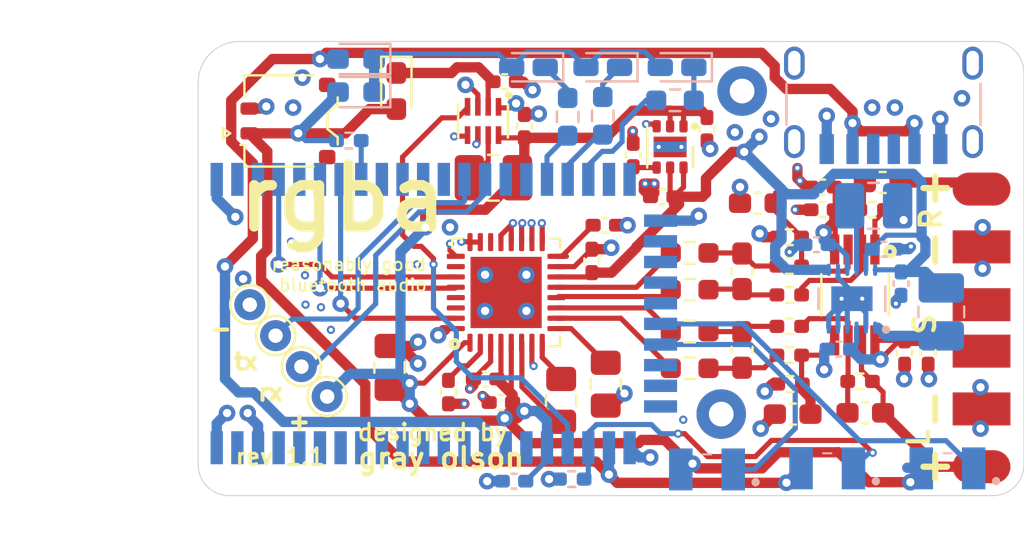
<source format=kicad_pcb>
(kicad_pcb (version 20171130) (host pcbnew "(5.1.9)-1")

  (general
    (thickness 1.6)
    (drawings 25)
    (tracks 641)
    (zones 0)
    (modules 73)
    (nets 88)
  )

  (page A4)
  (title_block
    (title "RGBA - Reasonably Good Bluetooth Audio")
    (date 2021-03-06)
    (rev 1.1)
    (company "Fusha LLC")
  )

  (layers
    (0 F.Cu signal)
    (1 In1.Cu power)
    (2 In2.Cu power)
    (31 B.Cu signal)
    (32 B.Adhes user hide)
    (33 F.Adhes user hide)
    (34 B.Paste user hide)
    (35 F.Paste user hide)
    (36 B.SilkS user)
    (37 F.SilkS user)
    (38 B.Mask user hide)
    (39 F.Mask user hide)
    (40 Dwgs.User user)
    (41 Cmts.User user hide)
    (42 Eco1.User user hide)
    (43 Eco2.User user hide)
    (44 Edge.Cuts user)
    (45 Margin user hide)
    (46 B.CrtYd user)
    (47 F.CrtYd user)
    (48 B.Fab user hide)
    (49 F.Fab user hide)
  )

  (setup
    (last_trace_width 0.25)
    (user_trace_width 0.5)
    (trace_clearance 0.199)
    (zone_clearance 0.508)
    (zone_45_only no)
    (trace_min 0.19)
    (via_size 0.8)
    (via_drill 0.4)
    (via_min_size 0.4)
    (via_min_drill 0.2)
    (user_via 0.4 0.2)
    (uvia_size 0.3)
    (uvia_drill 0.1)
    (uvias_allowed no)
    (uvia_min_size 0.2)
    (uvia_min_drill 0.1)
    (edge_width 0.05)
    (segment_width 0.2)
    (pcb_text_width 0.3)
    (pcb_text_size 1.5 1.5)
    (mod_edge_width 0.12)
    (mod_text_size 1 1)
    (mod_text_width 0.15)
    (pad_size 0.65 1.14)
    (pad_drill 0)
    (pad_to_mask_clearance 0)
    (aux_axis_origin 0 0)
    (visible_elements 7FFFFF7F)
    (pcbplotparams
      (layerselection 0x010f0_ffffffff)
      (usegerberextensions true)
      (usegerberattributes false)
      (usegerberadvancedattributes false)
      (creategerberjobfile true)
      (excludeedgelayer true)
      (linewidth 0.100000)
      (plotframeref false)
      (viasonmask false)
      (mode 1)
      (useauxorigin false)
      (hpglpennumber 1)
      (hpglpenspeed 20)
      (hpglpendiameter 15.000000)
      (psnegative false)
      (psa4output false)
      (plotreference true)
      (plotvalue true)
      (plotinvisibletext false)
      (padsonsilk false)
      (subtractmaskfromsilk false)
      (outputformat 1)
      (mirror false)
      (drillshape 0)
      (scaleselection 1)
      (outputdirectory "gerbers/"))
  )

  (net 0 "")
  (net 1 +3V3)
  (net 2 GND)
  (net 3 "Net-(C23-Pad1)")
  (net 4 "Net-(C24-Pad2)")
  (net 5 "Net-(C24-Pad1)")
  (net 6 "Net-(C25-Pad2)")
  (net 7 "Net-(C26-Pad2)")
  (net 8 +3.3VA)
  (net 9 "Net-(C30-Pad1)")
  (net 10 "Net-(C41-Pad1)")
  (net 11 +5VA)
  (net 12 -5VA)
  (net 13 "Net-(C610-Pad1)")
  (net 14 "Net-(C610-Pad2)")
  (net 15 "Net-(C611-Pad1)")
  (net 16 OUT_R)
  (net 17 "Net-(C612-Pad1)")
  (net 18 "Net-(C620-Pad1)")
  (net 19 "Net-(C620-Pad2)")
  (net 20 "Net-(C621-Pad1)")
  (net 21 OUT_L)
  (net 22 "Net-(C625-Pad1)")
  (net 23 "Net-(D1-Pad1)")
  (net 24 VBAT)
  (net 25 VBUS)
  (net 26 "Net-(J1-PadA5)")
  (net 27 "Net-(J1-PadB5)")
  (net 28 UART_TX)
  (net 29 UART_RX)
  (net 30 "Net-(L30-Pad1)")
  (net 31 "Net-(L50-Pad2)")
  (net 32 "Net-(L51-Pad1)")
  (net 33 LED_CHG)
  (net 34 LED_CONN)
  (net 35 LED_PWR)
  (net 36 "Net-(R10-Pad2)")
  (net 37 VREG_IN)
  (net 38 +1V8)
  (net 39 DAC_R-)
  (net 40 DAC_R+)
  (net 41 DAC_L-)
  (net 42 DAC_L+)
  (net 43 "Net-(U1-Pad2)")
  (net 44 "Net-(U1-Pad3)")
  (net 45 I2S_CLK)
  (net 46 "Net-(U1-Pad5)")
  (net 47 I2S_DATA)
  (net 48 I2S_LRCK)
  (net 49 "Net-(U1-Pad9)")
  (net 50 "Net-(U1-Pad10)")
  (net 51 "Net-(U1-Pad11)")
  (net 52 "Net-(U1-Pad12)")
  (net 53 "Net-(U1-Pad20)")
  (net 54 "Net-(U1-Pad21)")
  (net 55 "Net-(U1-Pad37)")
  (net 56 "Net-(U1-Pad38)")
  (net 57 "Net-(U1-Pad40)")
  (net 58 "Net-(U1-Pad41)")
  (net 59 "Net-(U1-Pad42)")
  (net 60 "Net-(U1-Pad43)")
  (net 61 "Net-(U1-Pad44)")
  (net 62 "Net-(U1-Pad45)")
  (net 63 "Net-(U1-Pad46)")
  (net 64 "Net-(U1-Pad47)")
  (net 65 "Net-(U1-Pad48)")
  (net 66 "Net-(U1-Pad49)")
  (net 67 "Net-(U1-Pad51)")
  (net 68 "Net-(U1-Pad23)")
  (net 69 "Net-(U1-Pad24)")
  (net 70 "Net-(U1-Pad25)")
  (net 71 "Net-(U1-Pad26)")
  (net 72 "Net-(U1-Pad29)")
  (net 73 "Net-(U1-Pad30)")
  (net 74 "Net-(U1-Pad31)")
  (net 75 "Net-(U2-Pad22)")
  (net 76 "Net-(U2-Pad26)")
  (net 77 "Net-(U2-Pad29)")
  (net 78 "Net-(U2-Pad30)")
  (net 79 "Net-(J4-Pad3)")
  (net 80 "Net-(J5-Pad3)")
  (net 81 "Net-(LED1-Pad1)")
  (net 82 "Net-(LED2-Pad1)")
  (net 83 "Net-(LED3-Pad1)")
  (net 84 VOL+_NEXT)
  (net 85 VOL-_PREV)
  (net 86 "Net-(U1-Pad16)")
  (net 87 "Net-(U1-Pad15)")

  (net_class Default "This is the default net class."
    (clearance 0.199)
    (trace_width 0.25)
    (via_dia 0.8)
    (via_drill 0.4)
    (uvia_dia 0.3)
    (uvia_drill 0.1)
    (add_net +1V8)
    (add_net +3.3VA)
    (add_net +3V3)
    (add_net +5VA)
    (add_net -5VA)
    (add_net DAC_L+)
    (add_net DAC_L-)
    (add_net DAC_R+)
    (add_net DAC_R-)
    (add_net GND)
    (add_net I2S_CLK)
    (add_net I2S_DATA)
    (add_net I2S_LRCK)
    (add_net LED_CHG)
    (add_net LED_CONN)
    (add_net LED_PWR)
    (add_net "Net-(C23-Pad1)")
    (add_net "Net-(C24-Pad1)")
    (add_net "Net-(C24-Pad2)")
    (add_net "Net-(C25-Pad2)")
    (add_net "Net-(C26-Pad2)")
    (add_net "Net-(C30-Pad1)")
    (add_net "Net-(C41-Pad1)")
    (add_net "Net-(C610-Pad1)")
    (add_net "Net-(C610-Pad2)")
    (add_net "Net-(C611-Pad1)")
    (add_net "Net-(C612-Pad1)")
    (add_net "Net-(C620-Pad1)")
    (add_net "Net-(C620-Pad2)")
    (add_net "Net-(C621-Pad1)")
    (add_net "Net-(C625-Pad1)")
    (add_net "Net-(D1-Pad1)")
    (add_net "Net-(J1-PadA5)")
    (add_net "Net-(J1-PadB5)")
    (add_net "Net-(J4-Pad3)")
    (add_net "Net-(J5-Pad3)")
    (add_net "Net-(L30-Pad1)")
    (add_net "Net-(L50-Pad2)")
    (add_net "Net-(L51-Pad1)")
    (add_net "Net-(LED1-Pad1)")
    (add_net "Net-(LED2-Pad1)")
    (add_net "Net-(LED3-Pad1)")
    (add_net "Net-(R10-Pad2)")
    (add_net "Net-(U1-Pad10)")
    (add_net "Net-(U1-Pad11)")
    (add_net "Net-(U1-Pad12)")
    (add_net "Net-(U1-Pad15)")
    (add_net "Net-(U1-Pad16)")
    (add_net "Net-(U1-Pad2)")
    (add_net "Net-(U1-Pad20)")
    (add_net "Net-(U1-Pad21)")
    (add_net "Net-(U1-Pad23)")
    (add_net "Net-(U1-Pad24)")
    (add_net "Net-(U1-Pad25)")
    (add_net "Net-(U1-Pad26)")
    (add_net "Net-(U1-Pad29)")
    (add_net "Net-(U1-Pad3)")
    (add_net "Net-(U1-Pad30)")
    (add_net "Net-(U1-Pad31)")
    (add_net "Net-(U1-Pad37)")
    (add_net "Net-(U1-Pad38)")
    (add_net "Net-(U1-Pad40)")
    (add_net "Net-(U1-Pad41)")
    (add_net "Net-(U1-Pad42)")
    (add_net "Net-(U1-Pad43)")
    (add_net "Net-(U1-Pad44)")
    (add_net "Net-(U1-Pad45)")
    (add_net "Net-(U1-Pad46)")
    (add_net "Net-(U1-Pad47)")
    (add_net "Net-(U1-Pad48)")
    (add_net "Net-(U1-Pad49)")
    (add_net "Net-(U1-Pad5)")
    (add_net "Net-(U1-Pad51)")
    (add_net "Net-(U1-Pad9)")
    (add_net "Net-(U2-Pad22)")
    (add_net "Net-(U2-Pad26)")
    (add_net "Net-(U2-Pad29)")
    (add_net "Net-(U2-Pad30)")
    (add_net OUT_L)
    (add_net OUT_R)
    (add_net UART_RX)
    (add_net UART_TX)
    (add_net VBAT)
    (add_net VBUS)
    (add_net VOL+_NEXT)
    (add_net VOL-_PREV)
    (add_net VREG_IN)
  )

  (module rgba:TestPoint_THTPad_D1.5mm_Drill0.7mm (layer F.Cu) (tedit 60691E28) (tstamp 6048095A)
    (at 84.5 109.25 90)
    (descr "THT pad as test Point, diameter 1.5mm, hole diameter 0.7mm")
    (tags "test point THT pad")
    (path /6087D7EB)
    (attr virtual)
    (fp_text reference J8 (at 0 -1.648 90) (layer F.SilkS) hide
      (effects (font (size 1 1) (thickness 0.15)))
    )
    (fp_text value UART_RX (at 0 1.75 90) (layer F.Fab) hide
      (effects (font (size 1 1) (thickness 0.15)))
    )
    (fp_circle (center 0 0) (end 0 0.95) (layer F.SilkS) (width 0.12))
    (fp_circle (center 0 0) (end 0.8 0) (layer F.CrtYd) (width 0.05))
    (fp_text user %R (at 0 -1.65 90) (layer F.Fab)
      (effects (font (size 1 1) (thickness 0.15)))
    )
    (pad 1 thru_hole circle (at 0 0 90) (size 1.5 1.5) (drill 0.7) (layers *.Cu *.Mask)
      (net 29 UART_RX))
  )

  (module rgba:TestPoint_THTPad_D1.5mm_Drill0.7mm (layer F.Cu) (tedit 60691E28) (tstamp 60480952)
    (at 85.75 110.7 90)
    (descr "THT pad as test Point, diameter 1.5mm, hole diameter 0.7mm")
    (tags "test point THT pad")
    (path /6087D606)
    (attr virtual)
    (fp_text reference J7 (at 0 -1.648 90) (layer F.SilkS) hide
      (effects (font (size 1 1) (thickness 0.15)))
    )
    (fp_text value UART_VBUS (at 0 1.75 90) (layer F.Fab) hide
      (effects (font (size 1 1) (thickness 0.15)))
    )
    (fp_circle (center 0 0) (end 0 0.95) (layer F.SilkS) (width 0.12))
    (fp_circle (center 0 0) (end 0.8 0) (layer F.CrtYd) (width 0.05))
    (fp_text user %R (at 0 -1.65 90) (layer F.Fab)
      (effects (font (size 1 1) (thickness 0.15)))
    )
    (pad 1 thru_hole circle (at 0 0 90) (size 1.5 1.5) (drill 0.7) (layers *.Cu *.Mask)
      (net 1 +3V3))
  )

  (module rgba:TestPoint_THTPad_D1.5mm_Drill0.7mm (layer F.Cu) (tedit 60691E28) (tstamp 6066D87F)
    (at 83.25 107.75)
    (descr "THT pad as test Point, diameter 1.5mm, hole diameter 0.7mm")
    (tags "test point THT pad")
    (path /606EF0A8)
    (attr virtual)
    (fp_text reference J6 (at 0 -1.648) (layer F.SilkS) hide
      (effects (font (size 1 1) (thickness 0.15)))
    )
    (fp_text value UART_TX (at 0 1.75) (layer F.Fab) hide
      (effects (font (size 1 1) (thickness 0.15)))
    )
    (fp_circle (center 0 0) (end 0 0.95) (layer F.SilkS) (width 0.12))
    (fp_circle (center 0 0) (end 0.8 0) (layer F.CrtYd) (width 0.05))
    (fp_text user %R (at 0 -1.65) (layer F.Fab)
      (effects (font (size 1 1) (thickness 0.15)))
    )
    (pad 1 thru_hole circle (at 0 0) (size 1.5 1.5) (drill 0.7) (layers *.Cu *.Mask)
      (net 28 UART_TX))
  )

  (module rgba:TestPoint_THTPad_D1.5mm_Drill0.7mm (layer F.Cu) (tedit 60691E28) (tstamp 604808EA)
    (at 82 106.25 90)
    (descr "THT pad as test Point, diameter 1.5mm, hole diameter 0.7mm")
    (tags "test point THT pad")
    (path /6087C91C)
    (attr virtual)
    (fp_text reference J3 (at 0 -1.648 90) (layer F.SilkS) hide
      (effects (font (size 1 1) (thickness 0.15)))
    )
    (fp_text value UART_GND (at 0 1.75 90) (layer F.Fab) hide
      (effects (font (size 1 1) (thickness 0.15)))
    )
    (fp_circle (center 0 0) (end 0 0.95) (layer F.SilkS) (width 0.12))
    (fp_circle (center 0 0) (end 0.8 0) (layer F.CrtYd) (width 0.05))
    (fp_text user %R (at 0 -1.65 90) (layer F.Fab)
      (effects (font (size 1 1) (thickness 0.15)))
    )
    (pad 1 thru_hole circle (at 0 0 90) (size 1.5 1.5) (drill 0.7) (layers *.Cu *.Mask)
      (net 2 GND))
  )

  (module rgba:SolderWire_AudioOut_1x03_P2.0mm (layer F.Cu) (tedit 60662331) (tstamp 60439CAF)
    (at 117.45 100.65 270)
    (path /60E81B03)
    (attr virtual)
    (fp_text reference J4 (at 3.6 -2 90) (layer F.SilkS) hide
      (effects (font (size 1 1) (thickness 0.15)))
    )
    (fp_text value "R SPK OUT" (at 3.75 -2.868 90) (layer F.Fab)
      (effects (font (size 1 1) (thickness 0.15)))
    )
    (fp_circle (center 5.6 0) (end 6.1 0) (layer F.Fab) (width 0.1))
    (fp_line (start 4.3 1.6) (end 6.6 1.6) (layer F.CrtYd) (width 0.05))
    (fp_line (start 6.6 -1.6) (end 4.3 -1.6) (layer F.CrtYd) (width 0.05))
    (fp_line (start 4.3 -1.6) (end 4.3 1.6) (layer F.CrtYd) (width 0.05))
    (fp_line (start 6.6 1.6) (end 6.6 -1.6) (layer F.CrtYd) (width 0.05))
    (fp_line (start 1.5 1.6) (end 4.1 1.6) (layer F.CrtYd) (width 0.05))
    (fp_line (start 1.5 -1.6) (end 1.5 1.6) (layer F.CrtYd) (width 0.05))
    (fp_line (start 4.1 -1.6) (end 1.5 -1.6) (layer F.CrtYd) (width 0.05))
    (fp_circle (center 2.8 0) (end 3.3 0) (layer F.Fab) (width 0.1))
    (fp_line (start 4.1081 1.6) (end 4.1081 -1.6) (layer F.CrtYd) (width 0.05))
    (fp_line (start 1.3 -1.6) (end -1 -1.6) (layer F.CrtYd) (width 0.05))
    (fp_line (start 1.3081 1.6) (end 1.3081 -1.6) (layer F.CrtYd) (width 0.05))
    (fp_line (start -1 1.6) (end 1.3 1.6) (layer F.CrtYd) (width 0.05))
    (fp_line (start -1 -1.6) (end -1 1.6) (layer F.CrtYd) (width 0.05))
    (fp_circle (center 0 0) (end 0.5 0) (layer F.Fab) (width 0.1))
    (fp_text user %R (at 3.6 0) (layer F.Fab)
      (effects (font (size 0.25 0.25) (thickness 0.04)))
    )
    (pad 3 smd rect (at 5.6 0 270) (size 1.6 2.8) (layers F.Cu F.Paste F.Mask)
      (net 79 "Net-(J4-Pad3)"))
    (pad 2 smd rect (at 2.8 0 270) (size 1.6 2.8) (layers F.Cu F.Paste F.Mask)
      (net 2 GND))
    (pad 1 smd oval (at 0 0 270) (size 1.6 2.8) (layers F.Cu F.Paste F.Mask)
      (net 16 OUT_R))
    (model ${KISYS3DMOD}/Connector_Wire.3dshapes/SolderWire-0.1sqmm_1x03_P3.6mm_D0.4mm_OD1mm.wrl
      (at (xyz 0 0 0))
      (scale (xyz 1 1 1))
      (rotate (xyz 0 0 0))
    )
  )

  (module rgba:SolderWire_AudioOut_1x03_P2.0mm (layer F.Cu) (tedit 60662331) (tstamp 60439CC6)
    (at 117.45 114.1 90)
    (path /60FB5C5B)
    (attr virtual)
    (fp_text reference J5 (at 3.6 -2 90) (layer F.SilkS) hide
      (effects (font (size 1 1) (thickness 0.15)))
    )
    (fp_text value "L SPK OUT" (at 3.6 2.87 90) (layer F.Fab)
      (effects (font (size 1 1) (thickness 0.15)))
    )
    (fp_circle (center 5.6 0) (end 6.1 0) (layer F.Fab) (width 0.1))
    (fp_line (start 4.3 1.6) (end 6.6 1.6) (layer F.CrtYd) (width 0.05))
    (fp_line (start 6.6 -1.6) (end 4.3 -1.6) (layer F.CrtYd) (width 0.05))
    (fp_line (start 4.3 -1.6) (end 4.3 1.6) (layer F.CrtYd) (width 0.05))
    (fp_line (start 6.6 1.6) (end 6.6 -1.6) (layer F.CrtYd) (width 0.05))
    (fp_line (start 1.5 1.6) (end 4.1 1.6) (layer F.CrtYd) (width 0.05))
    (fp_line (start 1.5 -1.6) (end 1.5 1.6) (layer F.CrtYd) (width 0.05))
    (fp_line (start 4.1 -1.6) (end 1.5 -1.6) (layer F.CrtYd) (width 0.05))
    (fp_circle (center 2.8 0) (end 3.3 0) (layer F.Fab) (width 0.1))
    (fp_line (start 4.1081 1.6) (end 4.1081 -1.6) (layer F.CrtYd) (width 0.05))
    (fp_line (start 1.3 -1.6) (end -1 -1.6) (layer F.CrtYd) (width 0.05))
    (fp_line (start 1.3081 1.6) (end 1.3081 -1.6) (layer F.CrtYd) (width 0.05))
    (fp_line (start -1 1.6) (end 1.3 1.6) (layer F.CrtYd) (width 0.05))
    (fp_line (start -1 -1.6) (end -1 1.6) (layer F.CrtYd) (width 0.05))
    (fp_circle (center 0 0) (end 0.5 0) (layer F.Fab) (width 0.1))
    (fp_text user %R (at 3.6 0) (layer F.Fab)
      (effects (font (size 0.25 0.25) (thickness 0.04)))
    )
    (pad 3 smd rect (at 5.6 0 90) (size 1.6 2.8) (layers F.Cu F.Paste F.Mask)
      (net 80 "Net-(J5-Pad3)"))
    (pad 2 smd rect (at 2.8 0 90) (size 1.6 2.8) (layers F.Cu F.Paste F.Mask)
      (net 2 GND))
    (pad 1 smd oval (at 0 0 90) (size 1.6 2.8) (layers F.Cu F.Paste F.Mask)
      (net 21 OUT_L))
    (model ${KISYS3DMOD}/Connector_Wire.3dshapes/SolderWire-0.1sqmm_1x03_P3.6mm_D0.4mm_OD1mm.wrl
      (at (xyz 0 0 0))
      (scale (xyz 1 1 1))
      (rotate (xyz 0 0 0))
    )
  )

  (module LED_SMD:LED_0603_1608Metric_Castellated (layer B.Cu) (tedit 5F68FEF1) (tstamp 60439BE8)
    (at 95.5 94.75 180)
    (descr "LED SMD 0603 (1608 Metric), castellated end terminal, IPC_7351 nominal, (Body size source: http://www.tortai-tech.com/upload/download/2011102023233369053.pdf), generated with kicad-footprint-generator")
    (tags "LED castellated")
    (path /60B2EB01)
    (attr smd)
    (fp_text reference LED1 (at 0 1.17) (layer B.SilkS) hide
      (effects (font (size 1 1) (thickness 0.15)) (justify mirror))
    )
    (fp_text value ORNG (at 0 -1.17) (layer B.Fab) hide
      (effects (font (size 1 1) (thickness 0.15)) (justify mirror))
    )
    (fp_line (start 0.8 0.4) (end -0.5 0.4) (layer B.Fab) (width 0.1))
    (fp_line (start -0.5 0.4) (end -0.8 0.1) (layer B.Fab) (width 0.1))
    (fp_line (start -0.8 0.1) (end -0.8 -0.4) (layer B.Fab) (width 0.1))
    (fp_line (start -0.8 -0.4) (end 0.8 -0.4) (layer B.Fab) (width 0.1))
    (fp_line (start 0.8 -0.4) (end 0.8 0.4) (layer B.Fab) (width 0.1))
    (fp_line (start 0.8 0.685) (end -1.685 0.685) (layer B.SilkS) (width 0.12))
    (fp_line (start -1.685 0.685) (end -1.685 -0.685) (layer B.SilkS) (width 0.12))
    (fp_line (start -1.685 -0.685) (end 0.8 -0.685) (layer B.SilkS) (width 0.12))
    (fp_line (start -1.68 -0.68) (end -1.68 0.68) (layer B.CrtYd) (width 0.05))
    (fp_line (start -1.68 0.68) (end 1.68 0.68) (layer B.CrtYd) (width 0.05))
    (fp_line (start 1.68 0.68) (end 1.68 -0.68) (layer B.CrtYd) (width 0.05))
    (fp_line (start 1.68 -0.68) (end -1.68 -0.68) (layer B.CrtYd) (width 0.05))
    (fp_text user %R (at 0.381 0) (layer B.Fab)
      (effects (font (size 0.25 0.25) (thickness 0.04)) (justify mirror))
    )
    (pad 2 smd roundrect (at 0.8125 0 180) (size 1.225 0.85) (layers B.Cu B.Paste B.Mask) (roundrect_rratio 0.25)
      (net 23 "Net-(D1-Pad1)"))
    (pad 1 smd roundrect (at -0.8125 0 180) (size 1.225 0.85) (layers B.Cu B.Paste B.Mask) (roundrect_rratio 0.25)
      (net 81 "Net-(LED1-Pad1)"))
    (model ${KISYS3DMOD}/LED_SMD.3dshapes/LED_0603_1608Metric_Castellated.wrl
      (at (xyz 0 0 0))
      (scale (xyz 1 1 1))
      (rotate (xyz 0 0 0))
    )
  )

  (module Inductor_SMD:L_1008_2520Metric_Pad1.43x2.20mm_HandSolder (layer F.Cu) (tedit 5F68FEF0) (tstamp 60651BDF)
    (at 93.8 100.1)
    (descr "Inductor SMD 1008 (2520 Metric), square (rectangular) end terminal, IPC_7351 nominal with elongated pad for handsoldering. (Body size source: https://ecsxtal.com/store/pdf/ECS-MPI2520-SMD-POWER-INDUCTOR.pdf), generated with kicad-footprint-generator")
    (tags "inductor handsolder")
    (path /6061509E)
    (attr smd)
    (fp_text reference L30 (at 0 -2.05) (layer F.SilkS) hide
      (effects (font (size 1 1) (thickness 0.15)))
    )
    (fp_text value 4.7uH (at 0 2.05) (layer F.Fab) hide
      (effects (font (size 1 1) (thickness 0.15)))
    )
    (fp_line (start 2.12 1.35) (end -2.12 1.35) (layer F.CrtYd) (width 0.05))
    (fp_line (start 2.12 -1.35) (end 2.12 1.35) (layer F.CrtYd) (width 0.05))
    (fp_line (start -2.12 -1.35) (end 2.12 -1.35) (layer F.CrtYd) (width 0.05))
    (fp_line (start -2.12 1.35) (end -2.12 -1.35) (layer F.CrtYd) (width 0.05))
    (fp_line (start -0.261252 1.11) (end 0.261252 1.11) (layer F.SilkS) (width 0.12))
    (fp_line (start -0.261252 -1.11) (end 0.261252 -1.11) (layer F.SilkS) (width 0.12))
    (fp_line (start 1.25 1) (end -1.25 1) (layer F.Fab) (width 0.1))
    (fp_line (start 1.25 -1) (end 1.25 1) (layer F.Fab) (width 0.1))
    (fp_line (start -1.25 -1) (end 1.25 -1) (layer F.Fab) (width 0.1))
    (fp_line (start -1.25 1) (end -1.25 -1) (layer F.Fab) (width 0.1))
    (fp_text user %R (at 0 0) (layer F.Fab)
      (effects (font (size 0.62 0.62) (thickness 0.09)))
    )
    (pad 2 smd roundrect (at 1.1625 0) (size 1.425 2.2) (layers F.Cu F.Paste F.Mask) (roundrect_rratio 0.1754385964912281)
      (net 1 +3V3))
    (pad 1 smd roundrect (at -1.1625 0) (size 1.425 2.2) (layers F.Cu F.Paste F.Mask) (roundrect_rratio 0.1754385964912281)
      (net 30 "Net-(L30-Pad1)"))
    (model ${KISYS3DMOD}/Inductor_SMD.3dshapes/L_1008_2520Metric.wrl
      (at (xyz 0 0 0))
      (scale (xyz 1 1 1))
      (rotate (xyz 0 0 0))
    )
  )

  (module Resistor_SMD:R_0603_1608Metric_Pad0.98x0.95mm_HandSolder (layer B.Cu) (tedit 5F68FEEE) (tstamp 60439D19)
    (at 99.1 97.1 270)
    (descr "Resistor SMD 0603 (1608 Metric), square (rectangular) end terminal, IPC_7351 nominal with elongated pad for handsoldering. (Body size source: IPC-SM-782 page 72, https://www.pcb-3d.com/wordpress/wp-content/uploads/ipc-sm-782a_amendment_1_and_2.pdf), generated with kicad-footprint-generator")
    (tags "resistor handsolder")
    (path /60B318D6)
    (attr smd)
    (fp_text reference R2 (at 0 1.43 90) (layer B.SilkS) hide
      (effects (font (size 1 1) (thickness 0.15)) (justify mirror))
    )
    (fp_text value 1K (at 0 -1.43 90) (layer B.Fab) hide
      (effects (font (size 1 1) (thickness 0.15)) (justify mirror))
    )
    (fp_line (start 1.65 -0.73) (end -1.65 -0.73) (layer B.CrtYd) (width 0.05))
    (fp_line (start 1.65 0.73) (end 1.65 -0.73) (layer B.CrtYd) (width 0.05))
    (fp_line (start -1.65 0.73) (end 1.65 0.73) (layer B.CrtYd) (width 0.05))
    (fp_line (start -1.65 -0.73) (end -1.65 0.73) (layer B.CrtYd) (width 0.05))
    (fp_line (start -0.254724 -0.5225) (end 0.254724 -0.5225) (layer B.SilkS) (width 0.12))
    (fp_line (start -0.254724 0.5225) (end 0.254724 0.5225) (layer B.SilkS) (width 0.12))
    (fp_line (start 0.8 -0.4125) (end -0.8 -0.4125) (layer B.Fab) (width 0.1))
    (fp_line (start 0.8 0.4125) (end 0.8 -0.4125) (layer B.Fab) (width 0.1))
    (fp_line (start -0.8 0.4125) (end 0.8 0.4125) (layer B.Fab) (width 0.1))
    (fp_line (start -0.8 -0.4125) (end -0.8 0.4125) (layer B.Fab) (width 0.1))
    (fp_text user %R (at 0 0 90) (layer B.Fab)
      (effects (font (size 0.4 0.4) (thickness 0.06)) (justify mirror))
    )
    (pad 2 smd roundrect (at 0.9125 0 270) (size 0.975 0.95) (layers B.Cu B.Paste B.Mask) (roundrect_rratio 0.25)
      (net 34 LED_CONN))
    (pad 1 smd roundrect (at -0.9125 0 270) (size 0.975 0.95) (layers B.Cu B.Paste B.Mask) (roundrect_rratio 0.25)
      (net 82 "Net-(LED2-Pad1)"))
    (model ${KISYS3DMOD}/Resistor_SMD.3dshapes/R_0603_1608Metric.wrl
      (at (xyz 0 0 0))
      (scale (xyz 1 1 1))
      (rotate (xyz 0 0 0))
    )
  )

  (module Resistor_SMD:R_0603_1608Metric_Pad0.98x0.95mm_HandSolder (layer B.Cu) (tedit 5F68FEEE) (tstamp 60439D2A)
    (at 102.6 96.35 180)
    (descr "Resistor SMD 0603 (1608 Metric), square (rectangular) end terminal, IPC_7351 nominal with elongated pad for handsoldering. (Body size source: IPC-SM-782 page 72, https://www.pcb-3d.com/wordpress/wp-content/uploads/ipc-sm-782a_amendment_1_and_2.pdf), generated with kicad-footprint-generator")
    (tags "resistor handsolder")
    (path /60B31BFC)
    (attr smd)
    (fp_text reference R3 (at 0 1.43) (layer B.SilkS) hide
      (effects (font (size 1 1) (thickness 0.15)) (justify mirror))
    )
    (fp_text value 1K (at 0 -1.43) (layer B.Fab) hide
      (effects (font (size 1 1) (thickness 0.15)) (justify mirror))
    )
    (fp_line (start 1.65 -0.73) (end -1.65 -0.73) (layer B.CrtYd) (width 0.05))
    (fp_line (start 1.65 0.73) (end 1.65 -0.73) (layer B.CrtYd) (width 0.05))
    (fp_line (start -1.65 0.73) (end 1.65 0.73) (layer B.CrtYd) (width 0.05))
    (fp_line (start -1.65 -0.73) (end -1.65 0.73) (layer B.CrtYd) (width 0.05))
    (fp_line (start -0.254724 -0.5225) (end 0.254724 -0.5225) (layer B.SilkS) (width 0.12))
    (fp_line (start -0.254724 0.5225) (end 0.254724 0.5225) (layer B.SilkS) (width 0.12))
    (fp_line (start 0.8 -0.4125) (end -0.8 -0.4125) (layer B.Fab) (width 0.1))
    (fp_line (start 0.8 0.4125) (end 0.8 -0.4125) (layer B.Fab) (width 0.1))
    (fp_line (start -0.8 0.4125) (end 0.8 0.4125) (layer B.Fab) (width 0.1))
    (fp_line (start -0.8 -0.4125) (end -0.8 0.4125) (layer B.Fab) (width 0.1))
    (fp_text user %R (at 0 0) (layer B.Fab)
      (effects (font (size 0.4 0.4) (thickness 0.06)) (justify mirror))
    )
    (pad 2 smd roundrect (at 0.9125 0 180) (size 0.975 0.95) (layers B.Cu B.Paste B.Mask) (roundrect_rratio 0.25)
      (net 35 LED_PWR))
    (pad 1 smd roundrect (at -0.9125 0 180) (size 0.975 0.95) (layers B.Cu B.Paste B.Mask) (roundrect_rratio 0.25)
      (net 83 "Net-(LED3-Pad1)"))
    (model ${KISYS3DMOD}/Resistor_SMD.3dshapes/R_0603_1608Metric.wrl
      (at (xyz 0 0 0))
      (scale (xyz 1 1 1))
      (rotate (xyz 0 0 0))
    )
  )

  (module Resistor_SMD:R_0603_1608Metric_Pad0.98x0.95mm_HandSolder (layer B.Cu) (tedit 5F68FEEE) (tstamp 60439D08)
    (at 97.4 97.15 270)
    (descr "Resistor SMD 0603 (1608 Metric), square (rectangular) end terminal, IPC_7351 nominal with elongated pad for handsoldering. (Body size source: IPC-SM-782 page 72, https://www.pcb-3d.com/wordpress/wp-content/uploads/ipc-sm-782a_amendment_1_and_2.pdf), generated with kicad-footprint-generator")
    (tags "resistor handsolder")
    (path /60B30A94)
    (attr smd)
    (fp_text reference R1 (at 0 1.43 90) (layer B.SilkS) hide
      (effects (font (size 1 1) (thickness 0.15)) (justify mirror))
    )
    (fp_text value 1K (at 0 -1.43 90) (layer B.Fab) hide
      (effects (font (size 1 1) (thickness 0.15)) (justify mirror))
    )
    (fp_line (start 1.65 -0.73) (end -1.65 -0.73) (layer B.CrtYd) (width 0.05))
    (fp_line (start 1.65 0.73) (end 1.65 -0.73) (layer B.CrtYd) (width 0.05))
    (fp_line (start -1.65 0.73) (end 1.65 0.73) (layer B.CrtYd) (width 0.05))
    (fp_line (start -1.65 -0.73) (end -1.65 0.73) (layer B.CrtYd) (width 0.05))
    (fp_line (start -0.254724 -0.5225) (end 0.254724 -0.5225) (layer B.SilkS) (width 0.12))
    (fp_line (start -0.254724 0.5225) (end 0.254724 0.5225) (layer B.SilkS) (width 0.12))
    (fp_line (start 0.8 -0.4125) (end -0.8 -0.4125) (layer B.Fab) (width 0.1))
    (fp_line (start 0.8 0.4125) (end 0.8 -0.4125) (layer B.Fab) (width 0.1))
    (fp_line (start -0.8 0.4125) (end 0.8 0.4125) (layer B.Fab) (width 0.1))
    (fp_line (start -0.8 -0.4125) (end -0.8 0.4125) (layer B.Fab) (width 0.1))
    (fp_text user %R (at 0 0 90) (layer B.Fab)
      (effects (font (size 0.4 0.4) (thickness 0.06)) (justify mirror))
    )
    (pad 2 smd roundrect (at 0.9125 0 270) (size 0.975 0.95) (layers B.Cu B.Paste B.Mask) (roundrect_rratio 0.25)
      (net 33 LED_CHG))
    (pad 1 smd roundrect (at -0.9125 0 270) (size 0.975 0.95) (layers B.Cu B.Paste B.Mask) (roundrect_rratio 0.25)
      (net 81 "Net-(LED1-Pad1)"))
    (model ${KISYS3DMOD}/Resistor_SMD.3dshapes/R_0603_1608Metric.wrl
      (at (xyz 0 0 0))
      (scale (xyz 1 1 1))
      (rotate (xyz 0 0 0))
    )
  )

  (module rgba:FSC-BT806 locked (layer B.Cu) (tedit 6065E0C1) (tstamp 60439EC5)
    (at 88.9 106.68 270)
    (descr "Feasycom BT806 Bluetooth Low Energy audio module featuring Qualcomm CSR8670/8675")
    (tags "audio bluetooth aptx feasycom")
    (path /603E36D4)
    (attr smd)
    (fp_text reference U1 (at 0 -1.5 270) (layer B.SilkS) hide
      (effects (font (size 1 1) (thickness 0.15)) (justify mirror))
    )
    (fp_text value FSC-BT806 (at 0 1.5 270) (layer B.Fab)
      (effects (font (size 1 1) (thickness 0.15)) (justify mirror))
    )
    (fp_line (start 5 13) (end 5 9) (layer Dwgs.User) (width 0.12))
    (fp_line (start 3 13) (end 5 13) (layer Dwgs.User) (width 0.12))
    (fp_line (start 3 10.5) (end 3 13) (layer Dwgs.User) (width 0.12))
    (fp_line (start 1 10.5) (end 3 10.5) (layer Dwgs.User) (width 0.12))
    (fp_line (start 1 13) (end 1 10.5) (layer Dwgs.User) (width 0.12))
    (fp_line (start -1 13) (end 1 13) (layer Dwgs.User) (width 0.12))
    (fp_line (start -1 10.5) (end -1 13) (layer Dwgs.User) (width 0.12))
    (fp_line (start -3 10.5) (end -1 10.5) (layer Dwgs.User) (width 0.12))
    (fp_line (start -3 13) (end -3 10.5) (layer Dwgs.User) (width 0.12))
    (fp_line (start -5 13) (end -3 13) (layer Dwgs.User) (width 0.12))
    (fp_line (start -5 10.5) (end -5 13) (layer Dwgs.User) (width 0.12))
    (fp_line (start -6.5 9) (end 6.5 9) (layer Dwgs.User) (width 0.12))
    (fp_line (start -6.5 14) (end -6.5 9) (layer Dwgs.User) (width 0.12))
    (fp_line (start 6.5 14) (end -6.5 14) (layer Dwgs.User) (width 0.12))
    (fp_line (start 6.5 9) (end 6.5 14) (layer Dwgs.User) (width 0.12))
    (fp_line (start -6.5 14) (end -6.5 -13) (layer B.CrtYd) (width 0.12))
    (fp_line (start 6.5 14) (end 6.5 -13) (layer B.CrtYd) (width 0.12))
    (fp_line (start -6.5 -13) (end 6.5 -13) (layer B.CrtYd) (width 0.12))
    (fp_line (start 6.5 14) (end -6.5 14) (layer B.CrtYd) (width 0.12))
    (pad 1 smd rect (at -6.5 8.5 270) (size 1.6 0.6) (layers B.Cu B.Paste B.Mask)
      (net 2 GND))
    (pad 2 smd rect (at -6.5 7.5 270) (size 1.6 0.6) (layers B.Cu B.Paste B.Mask)
      (net 43 "Net-(U1-Pad2)"))
    (pad 3 smd rect (at -6.5 6.5 270) (size 1.6 0.6) (layers B.Cu B.Paste B.Mask)
      (net 44 "Net-(U1-Pad3)"))
    (pad 4 smd rect (at -6.5 5.5 270) (size 1.6 0.6) (layers B.Cu B.Paste B.Mask)
      (net 45 I2S_CLK))
    (pad 5 smd rect (at -6.5 4.5 270) (size 1.6 0.6) (layers B.Cu B.Paste B.Mask)
      (net 46 "Net-(U1-Pad5)"))
    (pad 6 smd rect (at -6.5 3.5 270) (size 1.6 0.6) (layers B.Cu B.Paste B.Mask)
      (net 47 I2S_DATA))
    (pad 7 smd rect (at -6.5 2.5 270) (size 1.6 0.6) (layers B.Cu B.Paste B.Mask)
      (net 48 I2S_LRCK))
    (pad 8 smd rect (at -6.5 1.5 270) (size 1.6 0.6) (layers B.Cu B.Paste B.Mask)
      (net 36 "Net-(R10-Pad2)"))
    (pad 9 smd rect (at -6.5 0.5 270) (size 1.6 0.6) (layers B.Cu B.Paste B.Mask)
      (net 49 "Net-(U1-Pad9)"))
    (pad 10 smd rect (at -6.5 -0.5 270) (size 1.6 0.6) (layers B.Cu B.Paste B.Mask)
      (net 50 "Net-(U1-Pad10)"))
    (pad 11 smd rect (at -6.5 -1.5 270) (size 1.6 0.6) (layers B.Cu B.Paste B.Mask)
      (net 51 "Net-(U1-Pad11)"))
    (pad 12 smd rect (at -6.5 -2.5 270) (size 1.6 0.6) (layers B.Cu B.Paste B.Mask)
      (net 52 "Net-(U1-Pad12)"))
    (pad 13 smd rect (at -6.5 -3.5 270) (size 1.6 0.6) (layers B.Cu B.Paste B.Mask)
      (net 28 UART_TX))
    (pad 14 smd rect (at -6.5 -4.5 270) (size 1.6 0.6) (layers B.Cu B.Paste B.Mask)
      (net 29 UART_RX))
    (pad 15 smd rect (at -6.5 -5.5 270) (size 1.6 0.6) (layers B.Cu B.Paste B.Mask)
      (net 87 "Net-(U1-Pad15)"))
    (pad 16 smd rect (at -6.5 -6.5 270) (size 1.6 0.6) (layers B.Cu B.Paste B.Mask)
      (net 86 "Net-(U1-Pad16)"))
    (pad 17 smd rect (at -6.5 -7.5 270) (size 1.6 0.6) (layers B.Cu B.Paste B.Mask)
      (net 33 LED_CHG))
    (pad 18 smd rect (at -6.5 -8.5 270) (size 1.6 0.6) (layers B.Cu B.Paste B.Mask)
      (net 34 LED_CONN))
    (pad 19 smd rect (at -6.5 -9.5 270) (size 1.6 0.6) (layers B.Cu B.Paste B.Mask)
      (net 35 LED_PWR))
    (pad 20 smd rect (at -6.5 -10.5 270) (size 1.6 0.6) (layers B.Cu B.Paste B.Mask)
      (net 53 "Net-(U1-Pad20)"))
    (pad 21 smd rect (at -6.5 -11.5 270) (size 1.6 0.6) (layers B.Cu B.Paste B.Mask)
      (net 54 "Net-(U1-Pad21)"))
    (pad 32 smd rect (at 6.5 -11.5 270) (size 1.6 0.6) (layers B.Cu B.Paste B.Mask)
      (net 2 GND))
    (pad 33 smd rect (at 6.5 -10.5 270) (size 1.6 0.6) (layers B.Cu B.Paste B.Mask)
      (net 24 VBAT))
    (pad 34 smd rect (at 6.5 -9.5 270) (size 1.6 0.6) (layers B.Cu B.Paste B.Mask)
      (net 37 VREG_IN))
    (pad 35 smd rect (at 6.5 -8.5 270) (size 1.6 0.6) (layers B.Cu B.Paste B.Mask)
      (net 38 +1V8))
    (pad 36 smd rect (at 6.5 -7.5 270) (size 1.6 0.6) (layers B.Cu B.Paste B.Mask)
      (net 1 +3V3))
    (pad 37 smd rect (at 6.5 -6.5 270) (size 1.6 0.6) (layers B.Cu B.Paste B.Mask)
      (net 55 "Net-(U1-Pad37)"))
    (pad 38 smd rect (at 6.5 -5.5 270) (size 1.6 0.6) (layers B.Cu B.Paste B.Mask)
      (net 56 "Net-(U1-Pad38)"))
    (pad 39 smd rect (at 6.5 -4.5 270) (size 1.6 0.6) (layers B.Cu B.Paste B.Mask)
      (net 25 VBUS))
    (pad 40 smd rect (at 6.5 -3.5 270) (size 1.6 0.6) (layers B.Cu B.Paste B.Mask)
      (net 57 "Net-(U1-Pad40)"))
    (pad 41 smd rect (at 6.5 -2.5 270) (size 1.6 0.6) (layers B.Cu B.Paste B.Mask)
      (net 58 "Net-(U1-Pad41)"))
    (pad 42 smd rect (at 6.5 -1.5 270) (size 1.6 0.6) (layers B.Cu B.Paste B.Mask)
      (net 59 "Net-(U1-Pad42)"))
    (pad 43 smd rect (at 6.5 -0.5 270) (size 1.6 0.6) (layers B.Cu B.Paste B.Mask)
      (net 60 "Net-(U1-Pad43)"))
    (pad 44 smd rect (at 6.5 0.5 270) (size 1.6 0.6) (layers B.Cu B.Paste B.Mask)
      (net 61 "Net-(U1-Pad44)"))
    (pad 45 smd rect (at 6.5 1.5 270) (size 1.6 0.6) (layers B.Cu B.Paste B.Mask)
      (net 62 "Net-(U1-Pad45)"))
    (pad 46 smd rect (at 6.5 2.5 270) (size 1.6 0.6) (layers B.Cu B.Paste B.Mask)
      (net 63 "Net-(U1-Pad46)"))
    (pad 47 smd rect (at 6.5 3.5 270) (size 1.6 0.6) (layers B.Cu B.Paste B.Mask)
      (net 64 "Net-(U1-Pad47)"))
    (pad 48 smd rect (at 6.5 4.5 270) (size 1.6 0.6) (layers B.Cu B.Paste B.Mask)
      (net 65 "Net-(U1-Pad48)"))
    (pad 49 smd rect (at 6.5 5.5 270) (size 1.6 0.6) (layers B.Cu B.Paste B.Mask)
      (net 66 "Net-(U1-Pad49)"))
    (pad 50 smd rect (at 6.5 6.5 270) (size 1.6 0.6) (layers B.Cu B.Paste B.Mask)
      (net 2 GND))
    (pad 51 smd rect (at 6.5 7.5 270) (size 1.6 0.6) (layers B.Cu B.Paste B.Mask)
      (net 67 "Net-(U1-Pad51)"))
    (pad 52 smd rect (at 6.5 8.5 270) (size 1.6 0.6) (layers B.Cu B.Paste B.Mask)
      (net 2 GND))
    (pad 22 smd rect (at -4.5 -13 180) (size 1.6 0.6) (layers B.Cu B.Paste B.Mask)
      (net 2 GND))
    (pad 23 smd rect (at -3.5 -13 180) (size 1.6 0.6) (layers B.Cu B.Paste B.Mask)
      (net 68 "Net-(U1-Pad23)"))
    (pad 24 smd rect (at -2.5 -13 180) (size 1.6 0.6) (layers B.Cu B.Paste B.Mask)
      (net 69 "Net-(U1-Pad24)"))
    (pad 25 smd rect (at -1.5 -13 180) (size 1.6 0.6) (layers B.Cu B.Paste B.Mask)
      (net 70 "Net-(U1-Pad25)"))
    (pad 26 smd rect (at -0.5 -13 180) (size 1.6 0.6) (layers B.Cu B.Paste B.Mask)
      (net 71 "Net-(U1-Pad26)"))
    (pad 27 smd rect (at 0.5 -13 180) (size 1.6 0.6) (layers B.Cu B.Paste B.Mask)
      (net 84 VOL+_NEXT))
    (pad 28 smd rect (at 1.5 -13 180) (size 1.6 0.6) (layers B.Cu B.Paste B.Mask)
      (net 85 VOL-_PREV))
    (pad 29 smd rect (at 2.5 -13 180) (size 1.6 0.6) (layers B.Cu B.Paste B.Mask)
      (net 72 "Net-(U1-Pad29)"))
    (pad 30 smd rect (at 3.5 -13 180) (size 1.6 0.6) (layers B.Cu B.Paste B.Mask)
      (net 73 "Net-(U1-Pad30)"))
    (pad 31 smd rect (at 4.5 -13 180) (size 1.6 0.6) (layers B.Cu B.Paste B.Mask)
      (net 74 "Net-(U1-Pad31)"))
  )

  (module LED_SMD:LED_0603_1608Metric_Castellated (layer B.Cu) (tedit 5F68FEF1) (tstamp 60439BFA)
    (at 99.1 94.75 180)
    (descr "LED SMD 0603 (1608 Metric), castellated end terminal, IPC_7351 nominal, (Body size source: http://www.tortai-tech.com/upload/download/2011102023233369053.pdf), generated with kicad-footprint-generator")
    (tags "LED castellated")
    (path /60B3028B)
    (attr smd)
    (fp_text reference LED2 (at 0 1.17) (layer B.SilkS) hide
      (effects (font (size 1 1) (thickness 0.15)) (justify mirror))
    )
    (fp_text value BLUE (at 0 -1.17) (layer B.Fab) hide
      (effects (font (size 1 1) (thickness 0.15)) (justify mirror))
    )
    (fp_line (start 0.8 0.4) (end -0.5 0.4) (layer B.Fab) (width 0.1))
    (fp_line (start -0.5 0.4) (end -0.8 0.1) (layer B.Fab) (width 0.1))
    (fp_line (start -0.8 0.1) (end -0.8 -0.4) (layer B.Fab) (width 0.1))
    (fp_line (start -0.8 -0.4) (end 0.8 -0.4) (layer B.Fab) (width 0.1))
    (fp_line (start 0.8 -0.4) (end 0.8 0.4) (layer B.Fab) (width 0.1))
    (fp_line (start 0.8 0.685) (end -1.685 0.685) (layer B.SilkS) (width 0.12))
    (fp_line (start -1.685 0.685) (end -1.685 -0.685) (layer B.SilkS) (width 0.12))
    (fp_line (start -1.685 -0.685) (end 0.8 -0.685) (layer B.SilkS) (width 0.12))
    (fp_line (start -1.68 -0.68) (end -1.68 0.68) (layer B.CrtYd) (width 0.05))
    (fp_line (start -1.68 0.68) (end 1.68 0.68) (layer B.CrtYd) (width 0.05))
    (fp_line (start 1.68 0.68) (end 1.68 -0.68) (layer B.CrtYd) (width 0.05))
    (fp_line (start 1.68 -0.68) (end -1.68 -0.68) (layer B.CrtYd) (width 0.05))
    (fp_text user %R (at -1.524 0) (layer B.Fab)
      (effects (font (size 0.25 0.25) (thickness 0.04)) (justify mirror))
    )
    (pad 2 smd roundrect (at 0.8125 0 180) (size 1.225 0.85) (layers B.Cu B.Paste B.Mask) (roundrect_rratio 0.25)
      (net 23 "Net-(D1-Pad1)"))
    (pad 1 smd roundrect (at -0.8125 0 180) (size 1.225 0.85) (layers B.Cu B.Paste B.Mask) (roundrect_rratio 0.25)
      (net 82 "Net-(LED2-Pad1)"))
    (model ${KISYS3DMOD}/LED_SMD.3dshapes/LED_0603_1608Metric_Castellated.wrl
      (at (xyz 0 0 0))
      (scale (xyz 1 1 1))
      (rotate (xyz 0 0 0))
    )
  )

  (module LED_SMD:LED_0603_1608Metric_Castellated (layer B.Cu) (tedit 5F68FEF1) (tstamp 60439C0C)
    (at 102.7 94.75 180)
    (descr "LED SMD 0603 (1608 Metric), castellated end terminal, IPC_7351 nominal, (Body size source: http://www.tortai-tech.com/upload/download/2011102023233369053.pdf), generated with kicad-footprint-generator")
    (tags "LED castellated")
    (path /60B3060E)
    (attr smd)
    (fp_text reference LED3 (at 0 1.17) (layer B.SilkS) hide
      (effects (font (size 1 1) (thickness 0.15)) (justify mirror))
    )
    (fp_text value WHITE (at 0 -1.17) (layer B.Fab) hide
      (effects (font (size 1 1) (thickness 0.15)) (justify mirror))
    )
    (fp_line (start 0.8 0.4) (end -0.5 0.4) (layer B.Fab) (width 0.1))
    (fp_line (start -0.5 0.4) (end -0.8 0.1) (layer B.Fab) (width 0.1))
    (fp_line (start -0.8 0.1) (end -0.8 -0.4) (layer B.Fab) (width 0.1))
    (fp_line (start -0.8 -0.4) (end 0.8 -0.4) (layer B.Fab) (width 0.1))
    (fp_line (start 0.8 -0.4) (end 0.8 0.4) (layer B.Fab) (width 0.1))
    (fp_line (start 0.8 0.685) (end -1.685 0.685) (layer B.SilkS) (width 0.12))
    (fp_line (start -1.685 0.685) (end -1.685 -0.685) (layer B.SilkS) (width 0.12))
    (fp_line (start -1.685 -0.685) (end 0.8 -0.685) (layer B.SilkS) (width 0.12))
    (fp_line (start -1.68 -0.68) (end -1.68 0.68) (layer B.CrtYd) (width 0.05))
    (fp_line (start -1.68 0.68) (end 1.68 0.68) (layer B.CrtYd) (width 0.05))
    (fp_line (start 1.68 0.68) (end 1.68 -0.68) (layer B.CrtYd) (width 0.05))
    (fp_line (start 1.68 -0.68) (end -1.68 -0.68) (layer B.CrtYd) (width 0.05))
    (fp_text user %R (at 0 0) (layer B.Fab)
      (effects (font (size 0.25 0.25) (thickness 0.04)) (justify mirror))
    )
    (pad 2 smd roundrect (at 0.8125 0 180) (size 1.225 0.85) (layers B.Cu B.Paste B.Mask) (roundrect_rratio 0.25)
      (net 23 "Net-(D1-Pad1)"))
    (pad 1 smd roundrect (at -0.8125 0 180) (size 1.225 0.85) (layers B.Cu B.Paste B.Mask) (roundrect_rratio 0.25)
      (net 83 "Net-(LED3-Pad1)"))
    (model ${KISYS3DMOD}/LED_SMD.3dshapes/LED_0603_1608Metric_Castellated.wrl
      (at (xyz 0 0 0))
      (scale (xyz 1 1 1))
      (rotate (xyz 0 0 0))
    )
  )

  (module rgba:WSON-12-1EP_3x3mm_P0.45mm_EP1.2x2mm (layer B.Cu) (tedit 60646083) (tstamp 60439F68)
    (at 111.17 105.96 90)
    (descr "WSON-12 http://www.ti.com/lit/ds/symlink/lm27762.pdf")
    (tags WSON-12)
    (path /604192F8)
    (attr smd)
    (fp_text reference U5 (at 0.385 2.617 90) (layer B.SilkS) hide
      (effects (font (size 1 1) (thickness 0.15)) (justify mirror))
    )
    (fp_text value TPS65133DPD (at 0 -2.921 90) (layer B.Fab) hide
      (effects (font (size 1 1) (thickness 0.15)) (justify mirror))
    )
    (fp_line (start 1.5 -1.5) (end -1.5 -1.5) (layer B.Fab) (width 0.1))
    (fp_line (start -0.6 1.62) (end 0.6 1.62) (layer B.SilkS) (width 0.12))
    (fp_line (start 0.5 -1.62) (end -0.5 -1.62) (layer B.SilkS) (width 0.12))
    (fp_line (start -1.75 -1.75) (end -1.75 1.75) (layer B.CrtYd) (width 0.05))
    (fp_line (start 1.75 -1.75) (end -1.75 -1.75) (layer B.CrtYd) (width 0.05))
    (fp_line (start 1.75 1.75) (end 1.75 -1.75) (layer B.CrtYd) (width 0.05))
    (fp_line (start -1.75 1.75) (end 1.75 1.75) (layer B.CrtYd) (width 0.05))
    (fp_line (start 1.5 -1.5) (end 1.5 1.5) (layer B.Fab) (width 0.1))
    (fp_line (start 1.5 1.5) (end -1 1.5) (layer B.Fab) (width 0.1))
    (fp_line (start -1.5 1) (end -1.5 -1.5) (layer B.Fab) (width 0.1))
    (fp_line (start -1.5 1) (end -1 1.5) (layer B.Fab) (width 0.1))
    (fp_circle (center -1.5 1.65) (end -1.4 1.65) (layer B.SilkS) (width 0.2))
    (fp_text user %R (at 0 0.25) (layer B.Fab)
      (effects (font (size 0.5 0.5) (thickness 0.05)) (justify mirror))
    )
    (pad 1 smd roundrect (at -1.4 1.125 90) (size 0.6 0.2) (layers B.Cu B.Paste B.Mask) (roundrect_rratio 0.5)
      (net 31 "Net-(L50-Pad2)"))
    (pad 13 smd rect (at 0 0 90) (size 1.2 2) (layers B.Cu B.Paste B.Mask)
      (net 2 GND))
    (pad 2 smd roundrect (at -1.4 0.675 90) (size 0.6 0.2) (layers B.Cu B.Paste B.Mask) (roundrect_rratio 0.5)
      (net 2 GND))
    (pad 3 smd roundrect (at -1.4 0.225 90) (size 0.6 0.2) (layers B.Cu B.Paste B.Mask) (roundrect_rratio 0.5)
      (net 11 +5VA))
    (pad 4 smd roundrect (at -1.4 -0.225 90) (size 0.6 0.2) (layers B.Cu B.Paste B.Mask) (roundrect_rratio 0.5)
      (net 2 GND))
    (pad 5 smd roundrect (at -1.4 -0.675 90) (size 0.6 0.2) (layers B.Cu B.Paste B.Mask) (roundrect_rratio 0.5)
      (net 2 GND))
    (pad 6 smd roundrect (at -1.4 -1.125 90) (size 0.6 0.2) (layers B.Cu B.Paste B.Mask) (roundrect_rratio 0.5)
      (net 2 GND))
    (pad 7 smd roundrect (at 1.4 -1.125 90) (size 0.6 0.2) (layers B.Cu B.Paste B.Mask) (roundrect_rratio 0.5)
      (net 8 +3.3VA))
    (pad 8 smd roundrect (at 1.4 -0.675 90) (size 0.6 0.2) (layers B.Cu B.Paste B.Mask) (roundrect_rratio 0.5)
      (net 2 GND))
    (pad 9 smd roundrect (at 1.4 -0.225 90) (size 0.6 0.2) (layers B.Cu B.Paste B.Mask) (roundrect_rratio 0.5)
      (net 12 -5VA))
    (pad 10 smd roundrect (at 1.4 0.225 90) (size 0.6 0.2) (layers B.Cu B.Paste B.Mask) (roundrect_rratio 0.5)
      (net 32 "Net-(L51-Pad1)"))
    (pad 11 smd roundrect (at 1.4 0.675 90) (size 0.6 0.2) (layers B.Cu B.Paste B.Mask) (roundrect_rratio 0.5)
      (net 8 +3.3VA))
    (pad 12 smd roundrect (at 1.4 1.125 90) (size 0.6 0.2) (layers B.Cu B.Paste B.Mask) (roundrect_rratio 0.5)
      (net 8 +3.3VA))
    (pad 13 thru_hole circle (at 0 0.5 90) (size 0.4 0.4) (drill 0.2) (layers *.Cu *.Mask)
      (net 2 GND))
    (pad 13 thru_hole circle (at 0 -0.5 90) (size 0.4 0.4) (drill 0.2) (layers *.Cu *.Mask)
      (net 2 GND))
    (model ${KISYS3DMOD}/Package_SON.3dshapes/WSON-12-1EP_3x2mm_P0.5mm_EP1x2.65.wrl
      (at (xyz 0 0 0))
      (scale (xyz 1 1 1))
      (rotate (xyz 0 0 0))
    )
  )

  (module rgba:MountingHole_1.2mm_M1_Pad (layer F.Cu) (tedit 6064577C) (tstamp 6065EE7C)
    (at 104.84 111.55)
    (path /60D056FB)
    (attr virtual)
    (fp_text reference J12 (at 0 -3.2) (layer F.SilkS) hide
      (effects (font (size 1 1) (thickness 0.15)))
    )
    (fp_text value "Screw 1" (at 0 3.2) (layer F.Fab) hide
      (effects (font (size 1 1) (thickness 0.15)))
    )
    (fp_circle (center 0 0) (end 1.45 0) (layer F.CrtYd) (width 0.05))
    (fp_text user %R (at 0.3 0) (layer F.Fab)
      (effects (font (size 1 1) (thickness 0.15)))
    )
    (pad 1 thru_hole circle (at 0 0) (size 2.4 2.4) (drill 1.2) (layers *.Cu *.Mask)
      (net 2 GND))
  )

  (module rgba:TL4110AF160Q (layer B.Cu) (tedit 60642D64) (tstamp 60439E53)
    (at 109.975 115.45 180)
    (descr TL4110AF160Q-3)
    (tags Switch)
    (path /60424C12)
    (attr smd)
    (fp_text reference SW1 (at 0 1.297) (layer B.SilkS) hide
      (effects (font (size 1.27 1.27) (thickness 0.254)) (justify mirror))
    )
    (fp_text value Switch_RA (at 0 1.297) (layer B.SilkS) hide
      (effects (font (size 1.27 1.27) (thickness 0.254)) (justify mirror))
    )
    (fp_line (start -2.354 0.55) (end -2.354 0.55) (layer B.SilkS) (width 0.2))
    (fp_line (start -2.354 0.75) (end -2.354 0.75) (layer B.SilkS) (width 0.2))
    (fp_line (start -0.2 2) (end 0.2 2) (layer B.SilkS) (width 0.1))
    (fp_line (start -2 -0.95) (end -2 2.45) (layer B.CrtYd) (width 0.1))
    (fp_line (start 2 -0.95) (end -2 -0.95) (layer B.CrtYd) (width 0.1))
    (fp_line (start 2 2.45) (end 2 -0.95) (layer B.CrtYd) (width 0.1))
    (fp_line (start -2 2.45) (end 2 2.45) (layer B.CrtYd) (width 0.1))
    (fp_line (start -1.4 -0.65) (end -1.4 2) (layer B.Fab) (width 0.2))
    (fp_line (start 1.4 -0.65) (end -1.4 -0.65) (layer B.Fab) (width 0.2))
    (fp_line (start 1.4 2) (end 1.4 -0.65) (layer B.Fab) (width 0.2))
    (fp_line (start -1.4 2) (end 1.4 2) (layer B.Fab) (width 0.2))
    (fp_line (start 1.4 0) (end -1.4 0) (layer B.Fab) (width 0.2))
    (fp_arc (start -2.354 0.65) (end -2.354 0.55) (angle 180) (layer B.SilkS) (width 0.2))
    (fp_arc (start -2.354 0.65) (end -2.354 0.75) (angle 180) (layer B.SilkS) (width 0.2))
    (fp_text user %R (at 0 1.297) (layer B.Fab)
      (effects (font (size 1.27 1.27) (thickness 0.254)) (justify mirror))
    )
    (pad 2 smd rect (at 1.27 1.27 90) (size 2.032 1.14) (layers B.Cu B.Paste B.Mask)
      (net 24 VBAT))
    (pad 1 smd rect (at -1.27 1.27 90) (size 2.032 1.14) (layers B.Cu B.Paste B.Mask)
      (net 37 VREG_IN))
    (model G:\KiCad\ext_libs\libraryloader\SamacSys_Parts.3dshapes\TL4110AF160Q.stp
      (at (xyz 0 0 0))
      (scale (xyz 1 1 1))
      (rotate (xyz 0 0 0))
    )
  )

  (module rgba:TL4110AF160Q (layer B.Cu) (tedit 60642D64) (tstamp 60439E85)
    (at 104.15 115.5 180)
    (descr TL4110AF160Q-3)
    (tags Switch)
    (path /604526B0)
    (attr smd)
    (fp_text reference SW3 (at 0 1.297) (layer B.SilkS) hide
      (effects (font (size 1.27 1.27) (thickness 0.254)) (justify mirror))
    )
    (fp_text value Switch_RA (at 0 1.297) (layer B.SilkS) hide
      (effects (font (size 1.27 1.27) (thickness 0.254)) (justify mirror))
    )
    (fp_line (start -2.354 0.55) (end -2.354 0.55) (layer B.SilkS) (width 0.2))
    (fp_line (start -2.354 0.75) (end -2.354 0.75) (layer B.SilkS) (width 0.2))
    (fp_line (start -0.2 2) (end 0.2 2) (layer B.SilkS) (width 0.1))
    (fp_line (start -2 -0.95) (end -2 2.45) (layer B.CrtYd) (width 0.1))
    (fp_line (start 2 -0.95) (end -2 -0.95) (layer B.CrtYd) (width 0.1))
    (fp_line (start 2 2.45) (end 2 -0.95) (layer B.CrtYd) (width 0.1))
    (fp_line (start -2 2.45) (end 2 2.45) (layer B.CrtYd) (width 0.1))
    (fp_line (start -1.4 -0.65) (end -1.4 2) (layer B.Fab) (width 0.2))
    (fp_line (start 1.4 -0.65) (end -1.4 -0.65) (layer B.Fab) (width 0.2))
    (fp_line (start 1.4 2) (end 1.4 -0.65) (layer B.Fab) (width 0.2))
    (fp_line (start -1.4 2) (end 1.4 2) (layer B.Fab) (width 0.2))
    (fp_line (start 1.4 0) (end -1.4 0) (layer B.Fab) (width 0.2))
    (fp_arc (start -2.354 0.65) (end -2.354 0.55) (angle 180) (layer B.SilkS) (width 0.2))
    (fp_arc (start -2.354 0.65) (end -2.354 0.75) (angle 180) (layer B.SilkS) (width 0.2))
    (fp_text user %R (at 0 1.297) (layer B.Fab)
      (effects (font (size 1.27 1.27) (thickness 0.254)) (justify mirror))
    )
    (pad 2 smd rect (at 1.27 1.27 90) (size 2.032 1.14) (layers B.Cu B.Paste B.Mask)
      (net 1 +3V3))
    (pad 1 smd rect (at -1.27 1.27 90) (size 2.032 1.14) (layers B.Cu B.Paste B.Mask)
      (net 85 VOL-_PREV))
    (model G:\KiCad\ext_libs\libraryloader\SamacSys_Parts.3dshapes\TL4110AF160Q.stp
      (at (xyz 0 0 0))
      (scale (xyz 1 1 1))
      (rotate (xyz 0 0 0))
    )
  )

  (module rgba:TL4110AF160Q (layer B.Cu) (tedit 60642D64) (tstamp 6044C8F5)
    (at 115.8 115.45 180)
    (descr TL4110AF160Q-3)
    (tags Switch)
    (path /6045231B)
    (attr smd)
    (fp_text reference SW2 (at 0 1.297) (layer B.SilkS) hide
      (effects (font (size 1.27 1.27) (thickness 0.254)) (justify mirror))
    )
    (fp_text value Switch_RA (at 0 1.297) (layer B.SilkS) hide
      (effects (font (size 1.27 1.27) (thickness 0.254)) (justify mirror))
    )
    (fp_line (start -2.354 0.55) (end -2.354 0.55) (layer B.SilkS) (width 0.2))
    (fp_line (start -2.354 0.75) (end -2.354 0.75) (layer B.SilkS) (width 0.2))
    (fp_line (start -0.2 2) (end 0.2 2) (layer B.SilkS) (width 0.1))
    (fp_line (start -2 -0.95) (end -2 2.45) (layer B.CrtYd) (width 0.1))
    (fp_line (start 2 -0.95) (end -2 -0.95) (layer B.CrtYd) (width 0.1))
    (fp_line (start 2 2.45) (end 2 -0.95) (layer B.CrtYd) (width 0.1))
    (fp_line (start -2 2.45) (end 2 2.45) (layer B.CrtYd) (width 0.1))
    (fp_line (start -1.4 -0.65) (end -1.4 2) (layer B.Fab) (width 0.2))
    (fp_line (start 1.4 -0.65) (end -1.4 -0.65) (layer B.Fab) (width 0.2))
    (fp_line (start 1.4 2) (end 1.4 -0.65) (layer B.Fab) (width 0.2))
    (fp_line (start -1.4 2) (end 1.4 2) (layer B.Fab) (width 0.2))
    (fp_line (start 1.4 0) (end -1.4 0) (layer B.Fab) (width 0.2))
    (fp_arc (start -2.354 0.65) (end -2.354 0.55) (angle 180) (layer B.SilkS) (width 0.2))
    (fp_arc (start -2.354 0.65) (end -2.354 0.75) (angle 180) (layer B.SilkS) (width 0.2))
    (fp_text user %R (at 0 1.297) (layer B.Fab)
      (effects (font (size 1.27 1.27) (thickness 0.254)) (justify mirror))
    )
    (pad 2 smd rect (at 1.27 1.27 90) (size 2.032 1.14) (layers B.Cu B.Paste B.Mask)
      (net 1 +3V3))
    (pad 1 smd rect (at -1.27 1.27 90) (size 2.032 1.14) (layers B.Cu B.Paste B.Mask)
      (net 84 VOL+_NEXT))
    (model G:\KiCad\ext_libs\libraryloader\SamacSys_Parts.3dshapes\TL4110AF160Q.stp
      (at (xyz 0 0 0))
      (scale (xyz 1 1 1))
      (rotate (xyz 0 0 0))
    )
  )

  (module rgba:VSSOP-8_3.0x3.0mm_P0.65mm (layer F.Cu) (tedit 60645F01) (tstamp 60439F80)
    (at 111.309 105.776 270)
    (descr "VSSOP-8 3.0 x 3.0, http://www.ti.com/lit/ds/symlink/lm75b.pdf")
    (tags "VSSOP-8 3.0 x 3.0")
    (path /60405F1F)
    (attr smd)
    (fp_text reference U6 (at 0 -2.5 90) (layer F.SilkS) hide
      (effects (font (size 1 1) (thickness 0.15)))
    )
    (fp_text value OPA1662 (at 0.02 2.73 90) (layer F.Fab) hide
      (effects (font (size 1 1) (thickness 0.15)))
    )
    (fp_line (start 1 -1.65) (end -1 -1.65) (layer F.SilkS) (width 0.12))
    (fp_circle (center -2.1 -1.7) (end -2 -1.7) (layer F.SilkS) (width 0.24))
    (fp_line (start -3.48 -1.75) (end 3.48 -1.75) (layer F.CrtYd) (width 0.05))
    (fp_line (start -3.48 1.75) (end -3.48 -1.75) (layer F.CrtYd) (width 0.05))
    (fp_line (start 3.48 1.75) (end -3.48 1.75) (layer F.CrtYd) (width 0.05))
    (fp_line (start 3.48 -1.75) (end 3.48 1.75) (layer F.CrtYd) (width 0.05))
    (fp_line (start 1 1.62) (end -1 1.62) (layer F.SilkS) (width 0.12))
    (fp_line (start -0.5 -1.5) (end -1.5 -0.5) (layer F.Fab) (width 0.1))
    (fp_line (start -0.5 -1.5) (end 1.5 -1.5) (layer F.Fab) (width 0.1))
    (fp_line (start -1.5 1.5) (end -1.5 -0.5) (layer F.Fab) (width 0.1))
    (fp_line (start 1.5 1.5) (end -1.5 1.5) (layer F.Fab) (width 0.1))
    (fp_line (start 1.5 -1.5) (end 1.5 1.5) (layer F.Fab) (width 0.1))
    (fp_text user %R (at 0 0 90) (layer F.Fab)
      (effects (font (size 0.5 0.5) (thickness 0.1)))
    )
    (pad 1 smd rect (at -2.2 -0.975 180) (size 0.45 1.45) (layers F.Cu F.Paste F.Mask)
      (net 16 OUT_R))
    (pad 2 smd rect (at -2.2 -0.325 180) (size 0.45 1.45) (layers F.Cu F.Paste F.Mask)
      (net 17 "Net-(C612-Pad1)"))
    (pad 3 smd rect (at -2.2 0.325 180) (size 0.45 1.45) (layers F.Cu F.Paste F.Mask)
      (net 15 "Net-(C611-Pad1)"))
    (pad 4 smd rect (at -2.2 0.975 180) (size 0.45 1.45) (layers F.Cu F.Paste F.Mask)
      (net 12 -5VA))
    (pad 5 smd rect (at 2.2 0.975 180) (size 0.45 1.45) (layers F.Cu F.Paste F.Mask)
      (net 20 "Net-(C621-Pad1)"))
    (pad 6 smd rect (at 2.2 0.325 180) (size 0.45 1.45) (layers F.Cu F.Paste F.Mask)
      (net 22 "Net-(C625-Pad1)"))
    (pad 7 smd rect (at 2.2 -0.325 180) (size 0.45 1.45) (layers F.Cu F.Paste F.Mask)
      (net 21 OUT_L))
    (pad 8 smd rect (at 2.2 -0.975 180) (size 0.45 1.45) (layers F.Cu F.Paste F.Mask)
      (net 11 +5VA))
    (model ${KISYS3DMOD}/Package_SO.3dshapes/VSSOP-8_3.0x3.0mm_P0.65mm.wrl
      (at (xyz 0 0 0))
      (scale (xyz 1 1 1))
      (rotate (xyz 0 0 0))
    )
  )

  (module rgba:WSON-6-1EP_2x2mm_P0.65mm_EP1x1.6mm_ThermalVias (layer F.Cu) (tedit 60645FBD) (tstamp 604478AA)
    (at 102.362 98.608 270)
    (descr "WSON, 6 Pin (http://www.ti.com/lit/ds/symlink/tps61040.pdf#page=35), generated with kicad-footprint-generator ipc_noLead_generator.py")
    (tags "WSON NoLead")
    (path /6047A916)
    (attr smd)
    (fp_text reference U4 (at 0 -1.95 90) (layer F.SilkS) hide
      (effects (font (size 1 1) (thickness 0.15)))
    )
    (fp_text value TPS7A3501 (at 0 1.95 90) (layer F.Fab) hide
      (effects (font (size 1 1) (thickness 0.15)))
    )
    (fp_circle (center -1 -1.175) (end -0.9 -1.175) (layer F.SilkS) (width 0.2))
    (fp_line (start 1.32 -1.25) (end -1.32 -1.25) (layer F.CrtYd) (width 0.05))
    (fp_line (start 1.32 1.25) (end 1.32 -1.25) (layer F.CrtYd) (width 0.05))
    (fp_line (start -1.32 1.25) (end 1.32 1.25) (layer F.CrtYd) (width 0.05))
    (fp_line (start -1.32 -1.25) (end -1.32 1.25) (layer F.CrtYd) (width 0.05))
    (fp_line (start -1 -0.5) (end -0.5 -1) (layer F.Fab) (width 0.1))
    (fp_line (start -1 1) (end -1 -0.5) (layer F.Fab) (width 0.1))
    (fp_line (start 1 1) (end -1 1) (layer F.Fab) (width 0.1))
    (fp_line (start 1 -1) (end 1 1) (layer F.Fab) (width 0.1))
    (fp_line (start -0.5 -1) (end 1 -1) (layer F.Fab) (width 0.1))
    (fp_line (start -1 1.11) (end 1 1.11) (layer F.SilkS) (width 0.12))
    (fp_line (start 0 -1.11) (end 1 -1.11) (layer F.SilkS) (width 0.12))
    (fp_text user %R (at 0 0 90) (layer F.Fab)
      (effects (font (size 0.5 0.5) (thickness 0.08)))
    )
    (pad 1 smd roundrect (at -1 -0.65 270) (size 0.6 0.4) (layers F.Cu F.Paste F.Mask) (roundrect_rratio 0.25)
      (net 1 +3V3))
    (pad 2 smd roundrect (at -1 0 270) (size 0.6 0.4) (layers F.Cu F.Paste F.Mask) (roundrect_rratio 0.25)
      (net 1 +3V3))
    (pad 3 smd roundrect (at -1 0.65 270) (size 0.6 0.4) (layers F.Cu F.Paste F.Mask) (roundrect_rratio 0.25)
      (net 2 GND))
    (pad 4 smd roundrect (at 1 0.65 270) (size 0.6 0.4) (layers F.Cu F.Paste F.Mask) (roundrect_rratio 0.25)
      (net 10 "Net-(C41-Pad1)"))
    (pad 5 smd roundrect (at 1 0 270) (size 0.6 0.4) (layers F.Cu F.Paste F.Mask) (roundrect_rratio 0.25)
      (net 8 +3.3VA))
    (pad 6 smd roundrect (at 1 -0.65 270) (size 0.6 0.4) (layers F.Cu F.Paste F.Mask) (roundrect_rratio 0.25)
      (net 8 +3.3VA))
    (pad 7 smd rect (at 0 0 270) (size 1 1.6) (layers F.Cu F.Mask)
      (net 2 GND))
    (pad 7 thru_hole circle (at 0 -0.55 270) (size 0.5 0.5) (drill 0.2) (layers *.Cu)
      (net 2 GND))
    (pad 7 thru_hole circle (at 0 0.55 270) (size 0.5 0.5) (drill 0.2) (layers *.Cu)
      (net 2 GND))
    (pad 7 smd rect (at 0 0 270) (size 0.5 1.6) (layers B.Cu)
      (net 2 GND))
    (pad "" smd roundrect (at 0 -0.4 270) (size 0.87 0.69) (layers F.Paste) (roundrect_rratio 0.25))
    (pad "" smd roundrect (at 0 0.4 270) (size 0.87 0.69) (layers F.Paste) (roundrect_rratio 0.25))
    (model ${KISYS3DMOD}/Package_SON.3dshapes/WSON-6-1EP_2x2mm_P0.65mm_EP1x1.6mm.wrl
      (at (xyz 0 0 0))
      (scale (xyz 1 1 1))
      (rotate (xyz 0 0 0))
    )
  )

  (module rgba:QFN-32-1EP_5x5mm_P0.5mm_EP3.45x3.45mm (layer F.Cu) (tedit 60645F76) (tstamp 60439F04)
    (at 94.418 105.657 90)
    (descr "QFN, 32 Pin (http://www.analog.com/media/en/package-pcb-resources/package/pkg_pdf/ltc-legacy-qfn/QFN_32_05-08-1693.pdf), generated with kicad-footprint-generator ipc_noLead_generator.py")
    (tags "QFN NoLead")
    (path /604167CB)
    (attr smd)
    (fp_text reference U2 (at 0 -3.82 90) (layer F.SilkS) hide
      (effects (font (size 1 1) (thickness 0.15)))
    )
    (fp_text value PCM5242 (at 0 3.82 90) (layer F.Fab) hide
      (effects (font (size 1 1) (thickness 0.15)))
    )
    (fp_circle (center -2.5 -2.5) (end -2.409861 -2.5) (layer F.SilkS) (width 0.2))
    (fp_line (start 2.135 -2.61) (end 2.61 -2.61) (layer F.SilkS) (width 0.12))
    (fp_line (start 2.61 -2.61) (end 2.61 -2.135) (layer F.SilkS) (width 0.12))
    (fp_line (start -2.135 2.61) (end -2.61 2.61) (layer F.SilkS) (width 0.12))
    (fp_line (start -2.61 2.61) (end -2.61 2.135) (layer F.SilkS) (width 0.12))
    (fp_line (start 2.135 2.61) (end 2.61 2.61) (layer F.SilkS) (width 0.12))
    (fp_line (start 2.61 2.61) (end 2.61 2.135) (layer F.SilkS) (width 0.12))
    (fp_line (start -1.5 -2.5) (end 2.5 -2.5) (layer F.Fab) (width 0.1))
    (fp_line (start 2.5 -2.5) (end 2.5 2.5) (layer F.Fab) (width 0.1))
    (fp_line (start 2.5 2.5) (end -2.5 2.5) (layer F.Fab) (width 0.1))
    (fp_line (start -2.5 2.5) (end -2.5 -1.5) (layer F.Fab) (width 0.1))
    (fp_line (start -2.5 -1.5) (end -1.5 -2.5) (layer F.Fab) (width 0.1))
    (fp_line (start -3.12 -3.12) (end -3.12 3.12) (layer F.CrtYd) (width 0.05))
    (fp_line (start -3.12 3.12) (end 3.12 3.12) (layer F.CrtYd) (width 0.05))
    (fp_line (start 3.12 3.12) (end 3.12 -3.12) (layer F.CrtYd) (width 0.05))
    (fp_line (start 3.12 -3.12) (end -3.12 -3.12) (layer F.CrtYd) (width 0.05))
    (fp_text user %R (at 0 0 90) (layer F.Fab)
      (effects (font (size 1 1) (thickness 0.15)))
    )
    (pad 1 smd roundrect (at -2.4375 -1.75 90) (size 0.875 0.25) (layers F.Cu F.Paste F.Mask) (roundrect_rratio 0.25)
      (net 1 +3V3))
    (pad 2 smd roundrect (at -2.4375 -1.25 90) (size 0.875 0.25) (layers F.Cu F.Paste F.Mask) (roundrect_rratio 0.25)
      (net 3 "Net-(C23-Pad1)"))
    (pad 3 smd roundrect (at -2.4375 -0.75 90) (size 0.875 0.25) (layers F.Cu F.Paste F.Mask) (roundrect_rratio 0.25)
      (net 2 GND))
    (pad 4 smd roundrect (at -2.4375 -0.25 90) (size 0.875 0.25) (layers F.Cu F.Paste F.Mask) (roundrect_rratio 0.25)
      (net 1 +3V3))
    (pad 5 smd roundrect (at -2.4375 0.25 90) (size 0.875 0.25) (layers F.Cu F.Paste F.Mask) (roundrect_rratio 0.25)
      (net 1 +3V3))
    (pad 6 smd roundrect (at -2.4375 0.75 90) (size 0.875 0.25) (layers F.Cu F.Paste F.Mask) (roundrect_rratio 0.25)
      (net 4 "Net-(C24-Pad2)"))
    (pad 7 smd roundrect (at -2.4375 1.25 90) (size 0.875 0.25) (layers F.Cu F.Paste F.Mask) (roundrect_rratio 0.25)
      (net 2 GND))
    (pad 8 smd roundrect (at -2.4375 1.75 90) (size 0.875 0.25) (layers F.Cu F.Paste F.Mask) (roundrect_rratio 0.25)
      (net 5 "Net-(C24-Pad1)"))
    (pad 9 smd roundrect (at -1.75 2.4375 90) (size 0.25 0.875) (layers F.Cu F.Paste F.Mask) (roundrect_rratio 0.25)
      (net 6 "Net-(C25-Pad2)"))
    (pad 10 smd roundrect (at -1.25 2.4375 90) (size 0.25 0.875) (layers F.Cu F.Paste F.Mask) (roundrect_rratio 0.25)
      (net 42 DAC_L+))
    (pad 11 smd roundrect (at -0.75 2.4375 90) (size 0.25 0.875) (layers F.Cu F.Paste F.Mask) (roundrect_rratio 0.25)
      (net 41 DAC_L-))
    (pad 12 smd roundrect (at -0.25 2.4375 90) (size 0.25 0.875) (layers F.Cu F.Paste F.Mask) (roundrect_rratio 0.25)
      (net 39 DAC_R-))
    (pad 13 smd roundrect (at 0.25 2.4375 90) (size 0.25 0.875) (layers F.Cu F.Paste F.Mask) (roundrect_rratio 0.25)
      (net 40 DAC_R+))
    (pad 14 smd roundrect (at 0.75 2.4375 90) (size 0.25 0.875) (layers F.Cu F.Paste F.Mask) (roundrect_rratio 0.25)
      (net 8 +3.3VA))
    (pad 15 smd roundrect (at 1.25 2.4375 90) (size 0.25 0.875) (layers F.Cu F.Paste F.Mask) (roundrect_rratio 0.25)
      (net 2 GND))
    (pad 16 smd roundrect (at 1.75 2.4375 90) (size 0.25 0.875) (layers F.Cu F.Paste F.Mask) (roundrect_rratio 0.25)
      (net 7 "Net-(C26-Pad2)"))
    (pad 17 smd roundrect (at 2.4375 1.75 90) (size 0.875 0.25) (layers F.Cu F.Paste F.Mask) (roundrect_rratio 0.25)
      (net 2 GND))
    (pad 18 smd roundrect (at 2.4375 1.25 90) (size 0.875 0.25) (layers F.Cu F.Paste F.Mask) (roundrect_rratio 0.25)
      (net 2 GND))
    (pad 19 smd roundrect (at 2.4375 0.75 90) (size 0.875 0.25) (layers F.Cu F.Paste F.Mask) (roundrect_rratio 0.25)
      (net 2 GND))
    (pad 20 smd roundrect (at 2.4375 0.25 90) (size 0.875 0.25) (layers F.Cu F.Paste F.Mask) (roundrect_rratio 0.25)
      (net 2 GND))
    (pad 21 smd roundrect (at 2.4375 -0.25 90) (size 0.875 0.25) (layers F.Cu F.Paste F.Mask) (roundrect_rratio 0.25)
      (net 2 GND))
    (pad 22 smd roundrect (at 2.4375 -0.75 90) (size 0.875 0.25) (layers F.Cu F.Paste F.Mask) (roundrect_rratio 0.25)
      (net 75 "Net-(U2-Pad22)"))
    (pad 23 smd roundrect (at 2.4375 -1.25 90) (size 0.875 0.25) (layers F.Cu F.Paste F.Mask) (roundrect_rratio 0.25)
      (net 2 GND))
    (pad 24 smd roundrect (at 2.4375 -1.75 90) (size 0.875 0.25) (layers F.Cu F.Paste F.Mask) (roundrect_rratio 0.25)
      (net 2 GND))
    (pad 25 smd roundrect (at 1.75 -2.4375 90) (size 0.25 0.875) (layers F.Cu F.Paste F.Mask) (roundrect_rratio 0.25)
      (net 2 GND))
    (pad 26 smd roundrect (at 1.25 -2.4375 90) (size 0.25 0.875) (layers F.Cu F.Paste F.Mask) (roundrect_rratio 0.25)
      (net 76 "Net-(U2-Pad26)"))
    (pad 27 smd roundrect (at 0.75 -2.4375 90) (size 0.25 0.875) (layers F.Cu F.Paste F.Mask) (roundrect_rratio 0.25)
      (net 45 I2S_CLK))
    (pad 28 smd roundrect (at 0.25 -2.4375 90) (size 0.25 0.875) (layers F.Cu F.Paste F.Mask) (roundrect_rratio 0.25)
      (net 47 I2S_DATA))
    (pad 29 smd roundrect (at -0.25 -2.4375 90) (size 0.25 0.875) (layers F.Cu F.Paste F.Mask) (roundrect_rratio 0.25)
      (net 77 "Net-(U2-Pad29)"))
    (pad 30 smd roundrect (at -0.75 -2.4375 90) (size 0.25 0.875) (layers F.Cu F.Paste F.Mask) (roundrect_rratio 0.25)
      (net 78 "Net-(U2-Pad30)"))
    (pad 31 smd roundrect (at -1.25 -2.4375 90) (size 0.25 0.875) (layers F.Cu F.Paste F.Mask) (roundrect_rratio 0.25)
      (net 48 I2S_LRCK))
    (pad 32 smd roundrect (at -1.75 -2.4375 90) (size 0.25 0.875) (layers F.Cu F.Paste F.Mask) (roundrect_rratio 0.25)
      (net 2 GND))
    (pad 33 smd rect (at 0 0 90) (size 3.45 3.45) (layers F.Cu F.Mask)
      (net 2 GND))
    (pad "" smd roundrect (at -1.15 -1.15 90) (size 0.93 0.93) (layers F.Paste) (roundrect_rratio 0.25))
    (pad "" smd roundrect (at -1.15 0 90) (size 0.93 0.93) (layers F.Paste) (roundrect_rratio 0.25))
    (pad "" smd roundrect (at -1.15 1.15 90) (size 0.93 0.93) (layers F.Paste) (roundrect_rratio 0.25))
    (pad "" smd roundrect (at 0 -1.15 90) (size 0.93 0.93) (layers F.Paste) (roundrect_rratio 0.25))
    (pad "" smd roundrect (at 0 0 90) (size 0.93 0.93) (layers F.Paste) (roundrect_rratio 0.25))
    (pad "" smd roundrect (at 0 1.15 90) (size 0.93 0.93) (layers F.Paste) (roundrect_rratio 0.25))
    (pad "" smd roundrect (at 1.15 -1.15 90) (size 0.93 0.93) (layers F.Paste) (roundrect_rratio 0.25))
    (pad "" smd roundrect (at 1.15 0 90) (size 0.93 0.93) (layers F.Paste) (roundrect_rratio 0.25))
    (pad "" smd roundrect (at 1.15 1.15 90) (size 0.93 0.93) (layers F.Paste) (roundrect_rratio 0.25))
    (model ${KISYS3DMOD}/Package_DFN_QFN.3dshapes/QFN-32-1EP_5x5mm_P0.5mm_EP3.45x3.45mm.wrl
      (at (xyz 0 0 0))
      (scale (xyz 1 1 1))
      (rotate (xyz 0 0 0))
    )
  )

  (module rgba:VSON-8_1.5x2mm_P0.5mm (layer F.Cu) (tedit 60645EAB) (tstamp 6067B1B4)
    (at 93.3 97.35 270)
    (descr "Texas Instruments DLC0008B package")
    (path /60603459)
    (fp_text reference U3 (at 1.515 -2.017 90) (layer F.SilkS) hide
      (effects (font (size 1 1) (thickness 0.015)))
    )
    (fp_text value TPS62849DLCR (at 0 2.54 90) (layer F.Fab)
      (effects (font (size 1 1) (thickness 0.015)))
    )
    (fp_line (start 1.365 -1.3) (end 1.365 1.3) (layer F.CrtYd) (width 0.05))
    (fp_line (start -1.365 -1.3) (end -1.365 1.3) (layer F.CrtYd) (width 0.05))
    (fp_line (start -1.365 1.3) (end 1.365 1.3) (layer F.CrtYd) (width 0.05))
    (fp_line (start -1.365 -1.3) (end 1.365 -1.3) (layer F.CrtYd) (width 0.05))
    (fp_line (start 0.8 -1.05) (end 0.8 1.05) (layer F.Fab) (width 0.127))
    (fp_line (start -0.8 -1.05) (end -0.8 1.05) (layer F.Fab) (width 0.127))
    (fp_line (start -0.8 1.205) (end 0.8 1.205) (layer F.SilkS) (width 0.127))
    (fp_line (start -0.8 -1.205) (end 0.8 -1.205) (layer F.SilkS) (width 0.127))
    (fp_line (start -0.8 1.05) (end 0.8 1.05) (layer F.Fab) (width 0.127))
    (fp_line (start -0.8 -1.05) (end 0.8 -1.05) (layer F.Fab) (width 0.127))
    (fp_circle (center -1.245 -1.25) (end -1.145 -1.25) (layer F.Fab) (width 0.2))
    (fp_circle (center -1.245 -1.25) (end -1.145 -1.25) (layer F.SilkS) (width 0.2))
    (pad 1 smd rect (at -0.685 -0.75 270) (size 0.86 0.27) (layers F.Cu F.Paste F.Mask)
      (net 2 GND))
    (pad 2 smd rect (at -0.685 -0.25 270) (size 0.86 0.27) (layers F.Cu F.Paste F.Mask)
      (net 9 "Net-(C30-Pad1)"))
    (pad 3 smd rect (at -0.685 0.25 270) (size 0.86 0.27) (layers F.Cu F.Paste F.Mask)
      (net 2 GND))
    (pad 4 smd rect (at -0.685 0.75 270) (size 0.86 0.27) (layers F.Cu F.Paste F.Mask)
      (net 38 +1V8))
    (pad 5 smd rect (at 0.685 0.75 270) (size 0.86 0.27) (layers F.Cu F.Paste F.Mask)
      (net 2 GND))
    (pad 6 smd rect (at 0.685 0.25 270) (size 0.86 0.27) (layers F.Cu F.Paste F.Mask)
      (net 2 GND))
    (pad 7 smd rect (at 0.685 -0.25 270) (size 0.86 0.27) (layers F.Cu F.Paste F.Mask)
      (net 30 "Net-(L30-Pad1)"))
    (pad 8 smd rect (at 0.685 -0.75 270) (size 0.86 0.27) (layers F.Cu F.Paste F.Mask)
      (net 1 +3V3))
  )

  (module rgba:MountingHole_1.2mm_M1_Pad (layer F.Cu) (tedit 6064577C) (tstamp 6066EF0D)
    (at 105.85 95.9)
    (path /609FC53A)
    (attr virtual)
    (fp_text reference J11 (at 0 -3.2) (layer F.SilkS) hide
      (effects (font (size 1 1) (thickness 0.15)))
    )
    (fp_text value "Screw 1" (at 0 3.2) (layer F.Fab) hide
      (effects (font (size 1 1) (thickness 0.15)))
    )
    (fp_circle (center 0 0) (end 1.45 0) (layer F.CrtYd) (width 0.05))
    (fp_text user %R (at 0.3 0) (layer F.Fab) hide
      (effects (font (size 1 1) (thickness 0.15)))
    )
    (pad 1 thru_hole circle (at 0 0) (size 2.4 2.4) (drill 1.2) (layers *.Cu *.Mask)
      (net 2 GND))
  )

  (module Diode_SMD:D_0603_1608Metric_Pad1.05x0.95mm_HandSolder (layer B.Cu) (tedit 5F68FEF0) (tstamp 60439BD6)
    (at 87.15 94.35 180)
    (descr "Diode SMD 0603 (1608 Metric), square (rectangular) end terminal, IPC_7351 nominal, (Body size source: http://www.tortai-tech.com/upload/download/2011102023233369053.pdf), generated with kicad-footprint-generator")
    (tags "diode handsolder")
    (path /60B04B79)
    (attr smd)
    (fp_text reference D2 (at 0 1.43) (layer B.SilkS) hide
      (effects (font (size 1 1) (thickness 0.15)) (justify mirror))
    )
    (fp_text value D_Small (at 0 -1.43) (layer B.Fab) hide
      (effects (font (size 1 1) (thickness 0.15)) (justify mirror))
    )
    (fp_line (start 1.65 -0.73) (end -1.65 -0.73) (layer B.CrtYd) (width 0.05))
    (fp_line (start 1.65 0.73) (end 1.65 -0.73) (layer B.CrtYd) (width 0.05))
    (fp_line (start -1.65 0.73) (end 1.65 0.73) (layer B.CrtYd) (width 0.05))
    (fp_line (start -1.65 -0.73) (end -1.65 0.73) (layer B.CrtYd) (width 0.05))
    (fp_line (start -1.66 -0.735) (end 0.8 -0.735) (layer B.SilkS) (width 0.12))
    (fp_line (start -1.66 0.735) (end -1.66 -0.735) (layer B.SilkS) (width 0.12))
    (fp_line (start 0.8 0.735) (end -1.66 0.735) (layer B.SilkS) (width 0.12))
    (fp_line (start 0.8 -0.4) (end 0.8 0.4) (layer B.Fab) (width 0.1))
    (fp_line (start -0.8 -0.4) (end 0.8 -0.4) (layer B.Fab) (width 0.1))
    (fp_line (start -0.8 0.1) (end -0.8 -0.4) (layer B.Fab) (width 0.1))
    (fp_line (start -0.5 0.4) (end -0.8 0.1) (layer B.Fab) (width 0.1))
    (fp_line (start 0.8 0.4) (end -0.5 0.4) (layer B.Fab) (width 0.1))
    (fp_text user %R (at 0 0) (layer B.Fab)
      (effects (font (size 0.4 0.4) (thickness 0.06)) (justify mirror))
    )
    (pad 2 smd roundrect (at 0.875 0 180) (size 1.05 0.95) (layers B.Cu B.Paste B.Mask) (roundrect_rratio 0.25)
      (net 25 VBUS))
    (pad 1 smd roundrect (at -0.875 0 180) (size 1.05 0.95) (layers B.Cu B.Paste B.Mask) (roundrect_rratio 0.25)
      (net 23 "Net-(D1-Pad1)"))
    (model ${KISYS3DMOD}/Diode_SMD.3dshapes/D_0603_1608Metric.wrl
      (at (xyz 0 0 0))
      (scale (xyz 1 1 1))
      (rotate (xyz 0 0 0))
    )
  )

  (module Diode_SMD:D_0603_1608Metric_Pad1.05x0.95mm_HandSolder (layer B.Cu) (tedit 5F68FEF0) (tstamp 60439BC3)
    (at 87.15 95.95 180)
    (descr "Diode SMD 0603 (1608 Metric), square (rectangular) end terminal, IPC_7351 nominal, (Body size source: http://www.tortai-tech.com/upload/download/2011102023233369053.pdf), generated with kicad-footprint-generator")
    (tags "diode handsolder")
    (path /60B03E85)
    (attr smd)
    (fp_text reference D1 (at 0 1.43) (layer B.SilkS) hide
      (effects (font (size 1 1) (thickness 0.15)) (justify mirror))
    )
    (fp_text value D_Small (at 0 -1.43) (layer B.Fab) hide
      (effects (font (size 1 1) (thickness 0.15)) (justify mirror))
    )
    (fp_line (start 1.65 -0.73) (end -1.65 -0.73) (layer B.CrtYd) (width 0.05))
    (fp_line (start 1.65 0.73) (end 1.65 -0.73) (layer B.CrtYd) (width 0.05))
    (fp_line (start -1.65 0.73) (end 1.65 0.73) (layer B.CrtYd) (width 0.05))
    (fp_line (start -1.65 -0.73) (end -1.65 0.73) (layer B.CrtYd) (width 0.05))
    (fp_line (start -1.66 -0.735) (end 0.8 -0.735) (layer B.SilkS) (width 0.12))
    (fp_line (start -1.66 0.735) (end -1.66 -0.735) (layer B.SilkS) (width 0.12))
    (fp_line (start 0.8 0.735) (end -1.66 0.735) (layer B.SilkS) (width 0.12))
    (fp_line (start 0.8 -0.4) (end 0.8 0.4) (layer B.Fab) (width 0.1))
    (fp_line (start -0.8 -0.4) (end 0.8 -0.4) (layer B.Fab) (width 0.1))
    (fp_line (start -0.8 0.1) (end -0.8 -0.4) (layer B.Fab) (width 0.1))
    (fp_line (start -0.5 0.4) (end -0.8 0.1) (layer B.Fab) (width 0.1))
    (fp_line (start 0.8 0.4) (end -0.5 0.4) (layer B.Fab) (width 0.1))
    (fp_text user %R (at 0 0) (layer B.Fab)
      (effects (font (size 0.4 0.4) (thickness 0.06)) (justify mirror))
    )
    (pad 2 smd roundrect (at 0.875 0 180) (size 1.05 0.95) (layers B.Cu B.Paste B.Mask) (roundrect_rratio 0.25)
      (net 24 VBAT))
    (pad 1 smd roundrect (at -0.875 0 180) (size 1.05 0.95) (layers B.Cu B.Paste B.Mask) (roundrect_rratio 0.25)
      (net 23 "Net-(D1-Pad1)"))
    (model ${KISYS3DMOD}/Diode_SMD.3dshapes/D_0603_1608Metric.wrl
      (at (xyz 0 0 0))
      (scale (xyz 1 1 1))
      (rotate (xyz 0 0 0))
    )
  )

  (module Connector_JST:JST_ACH_BM02B-ACHSS-GAN-ETF_1x02-1MP_P1.20mm_Vertical (layer F.Cu) (tedit 5C2814B0) (tstamp 60439C6F)
    (at 83.85 97.35 90)
    (descr "JST ACH series connector, BM02B-ACHSS-GAN-ETF (http://www.jst-mfg.com/product/pdf/eng/eACH.pdf), generated with kicad-footprint-generator")
    (tags "connector JST ACH vertical")
    (path /60D88C33)
    (attr smd)
    (fp_text reference J2 (at 0 -5.8 90) (layer F.SilkS) hide
      (effects (font (size 1 1) (thickness 0.15)))
    )
    (fp_text value "BATT CONN" (at 0 5.8 90) (layer F.Fab)
      (effects (font (size 1 1) (thickness 0.15)))
    )
    (fp_line (start -0.35 -3.153553) (end -0.85 -3.153553) (layer F.SilkS) (width 0.12))
    (fp_line (start -0.6 -2.8) (end -0.35 -3.153553) (layer F.SilkS) (width 0.12))
    (fp_line (start -0.85 -3.153553) (end -0.6 -2.8) (layer F.SilkS) (width 0.12))
    (fp_line (start -0.6 -1.292893) (end -0.1 -2) (layer F.Fab) (width 0.1))
    (fp_line (start -1.1 -2) (end -0.6 -1.292893) (layer F.Fab) (width 0.1))
    (fp_line (start 2.6 -2.8) (end -2.6 -2.8) (layer F.CrtYd) (width 0.05))
    (fp_line (start 2.6 2.8) (end 2.6 -2.8) (layer F.CrtYd) (width 0.05))
    (fp_line (start -2.6 2.8) (end 2.6 2.8) (layer F.CrtYd) (width 0.05))
    (fp_line (start -2.6 -2.8) (end -2.6 2.8) (layer F.CrtYd) (width 0.05))
    (fp_line (start 2.1 -2) (end 2.1 2.3) (layer F.Fab) (width 0.1))
    (fp_line (start -2.1 -2) (end -2.1 2.3) (layer F.Fab) (width 0.1))
    (fp_line (start 0.9 2.3) (end 2.1 2.3) (layer F.Fab) (width 0.1))
    (fp_line (start 0.5 1.8) (end 0.9 2.3) (layer F.Fab) (width 0.1))
    (fp_line (start -0.5 1.8) (end 0.5 1.8) (layer F.Fab) (width 0.1))
    (fp_line (start -0.9 2.3) (end -0.5 1.8) (layer F.Fab) (width 0.1))
    (fp_line (start -2.1 2.3) (end -0.9 2.3) (layer F.Fab) (width 0.1))
    (fp_line (start 0.79 2.41) (end 1.14 2.41) (layer F.SilkS) (width 0.12))
    (fp_line (start 0.39 1.91) (end 0.79 2.41) (layer F.SilkS) (width 0.12))
    (fp_line (start -0.39 1.91) (end 0.39 1.91) (layer F.SilkS) (width 0.12))
    (fp_line (start -0.79 2.41) (end -0.39 1.91) (layer F.SilkS) (width 0.12))
    (fp_line (start -1.14 2.41) (end -0.79 2.41) (layer F.SilkS) (width 0.12))
    (fp_line (start 2.21 -2.11) (end 1.16 -2.11) (layer F.SilkS) (width 0.12))
    (fp_line (start 2.21 1.24) (end 2.21 -2.11) (layer F.SilkS) (width 0.12))
    (fp_line (start -1.16 -2.11) (end -1.16 -2.3) (layer F.SilkS) (width 0.12))
    (fp_line (start -2.21 -2.11) (end -1.16 -2.11) (layer F.SilkS) (width 0.12))
    (fp_line (start -2.21 1.24) (end -2.21 -2.11) (layer F.SilkS) (width 0.12))
    (fp_line (start -2.1 -2) (end 2.1 -2) (layer F.Fab) (width 0.1))
    (fp_text user %R (at 0 1.5 90) (layer F.Fab)
      (effects (font (size 1 1) (thickness 0.15)))
    )
    (pad MP smd roundrect (at 1.75 1.9 90) (size 0.7 0.8) (layers F.Cu F.Paste F.Mask) (roundrect_rratio 0.25))
    (pad MP smd roundrect (at -1.75 1.9 90) (size 0.7 0.8) (layers F.Cu F.Paste F.Mask) (roundrect_rratio 0.25))
    (pad 2 smd roundrect (at 0.6 -1.875 90) (size 0.6 0.85) (layers F.Cu F.Paste F.Mask) (roundrect_rratio 0.25)
      (net 2 GND))
    (pad 1 smd roundrect (at -0.6 -1.875 90) (size 0.6 0.85) (layers F.Cu F.Paste F.Mask) (roundrect_rratio 0.25)
      (net 24 VBAT))
    (model ${KISYS3DMOD}/Connector_JST.3dshapes/JST_ACH_BM02B-ACHSS-GAN-ETF_1x02-1MP_P1.20mm_Vertical.wrl
      (at (xyz 0 0 0))
      (scale (xyz 1 1 1))
      (rotate (xyz 0 0 0))
    )
  )

  (module rgba:USB_C_Receptacle_UJC-HP-3-SMT-TR (layer B.Cu) (tedit 6063F4C9) (tstamp 6067B427)
    (at 112.7 94.55)
    (descr "USB Type-C receptacle for USB 2.0 and PD, http://www.krhro.com/uploads/soft/180320/1-1P320120243.pdf")
    (tags "usb usb-c 2.0 pd")
    (path /60F17D1E)
    (attr smd)
    (fp_text reference J1 (at 0 6.745) (layer B.SilkS) hide
      (effects (font (size 1 1) (thickness 0.15)) (justify mirror))
    )
    (fp_text value "CHARGE CONN" (at 0 -4) (layer B.Fab)
      (effects (font (size 1 1) (thickness 0.15)) (justify mirror))
    )
    (fp_line (start -5 -3) (end -5 5.25) (layer B.CrtYd) (width 0.12))
    (fp_line (start 5 -3) (end -5 -3) (layer B.CrtYd) (width 0.12))
    (fp_line (start 5 5.25) (end 5 -3) (layer B.CrtYd) (width 0.12))
    (fp_line (start -5 5.25) (end 5 5.25) (layer B.CrtYd) (width 0.12))
    (fp_line (start -4.7 3) (end -4.7 1) (layer B.SilkS) (width 0.12))
    (fp_line (start 4.7 3) (end 4.7 1) (layer B.SilkS) (width 0.12))
    (fp_line (start 4.47 4.75) (end 4.47 -2.55) (layer B.Fab) (width 0.1))
    (fp_line (start -4.47 -2.6) (end 4.47 -2.6) (layer B.Fab) (width 0.1))
    (fp_line (start -4.47 4.75) (end -4.47 -2.6) (layer B.Fab) (width 0.1))
    (fp_line (start -4.47 4.75) (end 4.47 4.75) (layer B.Fab) (width 0.1))
    (fp_text user %R (at 0 1.1) (layer B.Fab)
      (effects (font (size 1 1) (thickness 0.15)) (justify mirror))
    )
    (pad S1 thru_hole oval (at 4.32 0) (size 1 1.6) (drill oval 0.6 1.2) (layers *.Cu *.Mask)
      (net 2 GND))
    (pad S1 thru_hole oval (at -4.32 0) (size 1 1.6) (drill oval 0.6 1.2) (layers *.Cu *.Mask)
      (net 2 GND))
    (pad S1 thru_hole oval (at -4.32 3.8) (size 1 1.6) (drill oval 0.6 1.2) (layers *.Cu *.Mask)
      (net 2 GND))
    (pad S1 thru_hole oval (at 4.32 3.8) (size 1 1.6) (drill oval 0.6 1.2) (layers *.Cu *.Mask)
      (net 2 GND))
    (pad B1 smd rect (at -2.75 4.1625) (size 0.7 1.45) (layers B.Cu B.Paste B.Mask)
      (net 2 GND))
    (pad A1 smd rect (at 2.75 4.1625) (size 0.7 1.45) (layers B.Cu B.Paste B.Mask)
      (net 2 GND))
    (pad B9 smd rect (at -1.5 4.1625) (size 0.6 1.45) (layers B.Cu B.Paste B.Mask)
      (net 25 VBUS))
    (pad A9 smd rect (at 1.5 4.1625) (size 0.6 1.45) (layers B.Cu B.Paste B.Mask)
      (net 25 VBUS))
    (pad A5 smd rect (at 0.5 4.1625) (size 0.6 1.45) (layers B.Cu B.Paste B.Mask)
      (net 26 "Net-(J1-PadA5)"))
    (pad B5 smd rect (at -0.5 4.1625) (size 0.6 1.45) (layers B.Cu B.Paste B.Mask)
      (net 27 "Net-(J1-PadB5)"))
    (model ${KISYS3DMOD}/Connector_USB.3dshapes/USB_C_Receptacle_HRO_TYPE-C-31-M-12.wrl
      (at (xyz 0 0 0))
      (scale (xyz 1 1 1))
      (rotate (xyz 0 0 0))
    )
  )

  (module Capacitor_SMD:C_0402_1005Metric_Pad0.74x0.62mm_HandSolder (layer F.Cu) (tedit 5F6BB22C) (tstamp 6064F321)
    (at 95.3 97.6 90)
    (descr "Capacitor SMD 0402 (1005 Metric), square (rectangular) end terminal, IPC_7351 nominal with elongated pad for handsoldering. (Body size source: IPC-SM-782 page 76, https://www.pcb-3d.com/wordpress/wp-content/uploads/ipc-sm-782a_amendment_1_and_2.pdf), generated with kicad-footprint-generator")
    (tags "capacitor handsolder")
    (path /606150C3)
    (attr smd)
    (fp_text reference C31 (at 0 -1.16 90) (layer F.SilkS) hide
      (effects (font (size 1 1) (thickness 0.15)))
    )
    (fp_text value 10uF (at 0 1.16 90) (layer F.Fab)
      (effects (font (size 1 1) (thickness 0.15)))
    )
    (fp_line (start 1.08 0.46) (end -1.08 0.46) (layer F.CrtYd) (width 0.05))
    (fp_line (start 1.08 -0.46) (end 1.08 0.46) (layer F.CrtYd) (width 0.05))
    (fp_line (start -1.08 -0.46) (end 1.08 -0.46) (layer F.CrtYd) (width 0.05))
    (fp_line (start -1.08 0.46) (end -1.08 -0.46) (layer F.CrtYd) (width 0.05))
    (fp_line (start -0.115835 0.36) (end 0.115835 0.36) (layer F.SilkS) (width 0.12))
    (fp_line (start -0.115835 -0.36) (end 0.115835 -0.36) (layer F.SilkS) (width 0.12))
    (fp_line (start 0.5 0.25) (end -0.5 0.25) (layer F.Fab) (width 0.1))
    (fp_line (start 0.5 -0.25) (end 0.5 0.25) (layer F.Fab) (width 0.1))
    (fp_line (start -0.5 -0.25) (end 0.5 -0.25) (layer F.Fab) (width 0.1))
    (fp_line (start -0.5 0.25) (end -0.5 -0.25) (layer F.Fab) (width 0.1))
    (fp_text user %R (at 0 0 90) (layer F.Fab)
      (effects (font (size 0.25 0.25) (thickness 0.04)))
    )
    (pad 2 smd roundrect (at 0.5675 0 90) (size 0.735 0.62) (layers F.Cu F.Paste F.Mask) (roundrect_rratio 0.25)
      (net 2 GND))
    (pad 1 smd roundrect (at -0.5675 0 90) (size 0.735 0.62) (layers F.Cu F.Paste F.Mask) (roundrect_rratio 0.25)
      (net 1 +3V3))
    (model ${KISYS3DMOD}/Capacitor_SMD.3dshapes/C_0402_1005Metric.wrl
      (at (xyz 0 0 0))
      (scale (xyz 1 1 1))
      (rotate (xyz 0 0 0))
    )
  )

  (module Capacitor_SMD:C_0402_1005Metric_Pad0.74x0.62mm_HandSolder (layer F.Cu) (tedit 5F6BB22C) (tstamp 6064F310)
    (at 94.35 95.45)
    (descr "Capacitor SMD 0402 (1005 Metric), square (rectangular) end terminal, IPC_7351 nominal with elongated pad for handsoldering. (Body size source: IPC-SM-782 page 76, https://www.pcb-3d.com/wordpress/wp-content/uploads/ipc-sm-782a_amendment_1_and_2.pdf), generated with kicad-footprint-generator")
    (tags "capacitor handsolder")
    (path /607437FD)
    (attr smd)
    (fp_text reference C30 (at 0 -1.16) (layer F.SilkS) hide
      (effects (font (size 1 1) (thickness 0.15)))
    )
    (fp_text value 10uF (at 0 1.16) (layer F.Fab)
      (effects (font (size 1 1) (thickness 0.15)))
    )
    (fp_line (start 1.08 0.46) (end -1.08 0.46) (layer F.CrtYd) (width 0.05))
    (fp_line (start 1.08 -0.46) (end 1.08 0.46) (layer F.CrtYd) (width 0.05))
    (fp_line (start -1.08 -0.46) (end 1.08 -0.46) (layer F.CrtYd) (width 0.05))
    (fp_line (start -1.08 0.46) (end -1.08 -0.46) (layer F.CrtYd) (width 0.05))
    (fp_line (start -0.115835 0.36) (end 0.115835 0.36) (layer F.SilkS) (width 0.12))
    (fp_line (start -0.115835 -0.36) (end 0.115835 -0.36) (layer F.SilkS) (width 0.12))
    (fp_line (start 0.5 0.25) (end -0.5 0.25) (layer F.Fab) (width 0.1))
    (fp_line (start 0.5 -0.25) (end 0.5 0.25) (layer F.Fab) (width 0.1))
    (fp_line (start -0.5 -0.25) (end 0.5 -0.25) (layer F.Fab) (width 0.1))
    (fp_line (start -0.5 0.25) (end -0.5 -0.25) (layer F.Fab) (width 0.1))
    (fp_text user %R (at 0 0) (layer F.Fab)
      (effects (font (size 0.25 0.25) (thickness 0.04)))
    )
    (pad 2 smd roundrect (at 0.5675 0) (size 0.735 0.62) (layers F.Cu F.Paste F.Mask) (roundrect_rratio 0.25)
      (net 2 GND))
    (pad 1 smd roundrect (at -0.5675 0) (size 0.735 0.62) (layers F.Cu F.Paste F.Mask) (roundrect_rratio 0.25)
      (net 9 "Net-(C30-Pad1)"))
    (model ${KISYS3DMOD}/Capacitor_SMD.3dshapes/C_0402_1005Metric.wrl
      (at (xyz 0 0 0))
      (scale (xyz 1 1 1))
      (rotate (xyz 0 0 0))
    )
  )

  (module Resistor_SMD:R_0402_1005Metric_Pad0.72x0.64mm_HandSolder (layer F.Cu) (tedit 5F6BB9E0) (tstamp 60439E3A)
    (at 108.1715 110.094)
    (descr "Resistor SMD 0402 (1005 Metric), square (rectangular) end terminal, IPC_7351 nominal with elongated pad for handsoldering. (Body size source: IPC-SM-782 page 72, https://www.pcb-3d.com/wordpress/wp-content/uploads/ipc-sm-782a_amendment_1_and_2.pdf), generated with kicad-footprint-generator")
    (tags "resistor handsolder")
    (path /608C3F0C)
    (attr smd)
    (fp_text reference R624 (at 0 -1.17) (layer F.SilkS) hide
      (effects (font (size 1 1) (thickness 0.15)))
    )
    (fp_text value 68R (at 0 1.17) (layer F.Fab) hide
      (effects (font (size 1 1) (thickness 0.15)))
    )
    (fp_line (start 1.1 0.47) (end -1.1 0.47) (layer F.CrtYd) (width 0.05))
    (fp_line (start 1.1 -0.47) (end 1.1 0.47) (layer F.CrtYd) (width 0.05))
    (fp_line (start -1.1 -0.47) (end 1.1 -0.47) (layer F.CrtYd) (width 0.05))
    (fp_line (start -1.1 0.47) (end -1.1 -0.47) (layer F.CrtYd) (width 0.05))
    (fp_line (start -0.167621 0.38) (end 0.167621 0.38) (layer F.SilkS) (width 0.12))
    (fp_line (start -0.167621 -0.38) (end 0.167621 -0.38) (layer F.SilkS) (width 0.12))
    (fp_line (start 0.525 0.27) (end -0.525 0.27) (layer F.Fab) (width 0.1))
    (fp_line (start 0.525 -0.27) (end 0.525 0.27) (layer F.Fab) (width 0.1))
    (fp_line (start -0.525 -0.27) (end 0.525 -0.27) (layer F.Fab) (width 0.1))
    (fp_line (start -0.525 0.27) (end -0.525 -0.27) (layer F.Fab) (width 0.1))
    (fp_text user %R (at 0 0) (layer F.Fab)
      (effects (font (size 0.26 0.26) (thickness 0.04)))
    )
    (pad 2 smd roundrect (at 0.5975 0) (size 0.715 0.64) (layers F.Cu F.Paste F.Mask) (roundrect_rratio 0.25)
      (net 20 "Net-(C621-Pad1)"))
    (pad 1 smd roundrect (at -0.5975 0) (size 0.715 0.64) (layers F.Cu F.Paste F.Mask) (roundrect_rratio 0.25)
      (net 2 GND))
    (model ${KISYS3DMOD}/Resistor_SMD.3dshapes/R_0402_1005Metric.wrl
      (at (xyz 0 0 0))
      (scale (xyz 1 1 1))
      (rotate (xyz 0 0 0))
    )
  )

  (module Resistor_SMD:R_0402_1005Metric_Pad0.72x0.64mm_HandSolder (layer F.Cu) (tedit 5F6BB9E0) (tstamp 60439E29)
    (at 108.134 108.697)
    (descr "Resistor SMD 0402 (1005 Metric), square (rectangular) end terminal, IPC_7351 nominal with elongated pad for handsoldering. (Body size source: IPC-SM-782 page 72, https://www.pcb-3d.com/wordpress/wp-content/uploads/ipc-sm-782a_amendment_1_and_2.pdf), generated with kicad-footprint-generator")
    (tags "resistor handsolder")
    (path /608C3EC0)
    (attr smd)
    (fp_text reference R623 (at 0 -1.17) (layer F.SilkS) hide
      (effects (font (size 1 1) (thickness 0.15)))
    )
    (fp_text value 4.7K (at 0 1.17) (layer F.Fab) hide
      (effects (font (size 1 1) (thickness 0.15)))
    )
    (fp_line (start 1.1 0.47) (end -1.1 0.47) (layer F.CrtYd) (width 0.05))
    (fp_line (start 1.1 -0.47) (end 1.1 0.47) (layer F.CrtYd) (width 0.05))
    (fp_line (start -1.1 -0.47) (end 1.1 -0.47) (layer F.CrtYd) (width 0.05))
    (fp_line (start -1.1 0.47) (end -1.1 -0.47) (layer F.CrtYd) (width 0.05))
    (fp_line (start -0.167621 0.38) (end 0.167621 0.38) (layer F.SilkS) (width 0.12))
    (fp_line (start -0.167621 -0.38) (end 0.167621 -0.38) (layer F.SilkS) (width 0.12))
    (fp_line (start 0.525 0.27) (end -0.525 0.27) (layer F.Fab) (width 0.1))
    (fp_line (start 0.525 -0.27) (end 0.525 0.27) (layer F.Fab) (width 0.1))
    (fp_line (start -0.525 -0.27) (end 0.525 -0.27) (layer F.Fab) (width 0.1))
    (fp_line (start -0.525 0.27) (end -0.525 -0.27) (layer F.Fab) (width 0.1))
    (fp_text user %R (at 0 0) (layer F.Fab)
      (effects (font (size 0.26 0.26) (thickness 0.04)))
    )
    (pad 2 smd roundrect (at 0.5975 0) (size 0.715 0.64) (layers F.Cu F.Paste F.Mask) (roundrect_rratio 0.25)
      (net 20 "Net-(C621-Pad1)"))
    (pad 1 smd roundrect (at -0.5975 0) (size 0.715 0.64) (layers F.Cu F.Paste F.Mask) (roundrect_rratio 0.25)
      (net 18 "Net-(C620-Pad1)"))
    (model ${KISYS3DMOD}/Resistor_SMD.3dshapes/R_0402_1005Metric.wrl
      (at (xyz 0 0 0))
      (scale (xyz 1 1 1))
      (rotate (xyz 0 0 0))
    )
  )

  (module Resistor_SMD:R_0402_1005Metric_Pad0.72x0.64mm_HandSolder (layer F.Cu) (tedit 5F6BB9E0) (tstamp 60439E18)
    (at 108.134 107.3 180)
    (descr "Resistor SMD 0402 (1005 Metric), square (rectangular) end terminal, IPC_7351 nominal with elongated pad for handsoldering. (Body size source: IPC-SM-782 page 72, https://www.pcb-3d.com/wordpress/wp-content/uploads/ipc-sm-782a_amendment_1_and_2.pdf), generated with kicad-footprint-generator")
    (tags "resistor handsolder")
    (path /608C3EB6)
    (attr smd)
    (fp_text reference R622 (at 0 -1.17) (layer F.SilkS) hide
      (effects (font (size 1 1) (thickness 0.15)))
    )
    (fp_text value 4.7K (at 0 1.17) (layer F.Fab) hide
      (effects (font (size 1 1) (thickness 0.15)))
    )
    (fp_line (start 1.1 0.47) (end -1.1 0.47) (layer F.CrtYd) (width 0.05))
    (fp_line (start 1.1 -0.47) (end 1.1 0.47) (layer F.CrtYd) (width 0.05))
    (fp_line (start -1.1 -0.47) (end 1.1 -0.47) (layer F.CrtYd) (width 0.05))
    (fp_line (start -1.1 0.47) (end -1.1 -0.47) (layer F.CrtYd) (width 0.05))
    (fp_line (start -0.167621 0.38) (end 0.167621 0.38) (layer F.SilkS) (width 0.12))
    (fp_line (start -0.167621 -0.38) (end 0.167621 -0.38) (layer F.SilkS) (width 0.12))
    (fp_line (start 0.525 0.27) (end -0.525 0.27) (layer F.Fab) (width 0.1))
    (fp_line (start 0.525 -0.27) (end 0.525 0.27) (layer F.Fab) (width 0.1))
    (fp_line (start -0.525 -0.27) (end 0.525 -0.27) (layer F.Fab) (width 0.1))
    (fp_line (start -0.525 0.27) (end -0.525 -0.27) (layer F.Fab) (width 0.1))
    (fp_text user %R (at 0 0) (layer F.Fab)
      (effects (font (size 0.26 0.26) (thickness 0.04)))
    )
    (pad 2 smd roundrect (at 0.5975 0 180) (size 0.715 0.64) (layers F.Cu F.Paste F.Mask) (roundrect_rratio 0.25)
      (net 19 "Net-(C620-Pad2)"))
    (pad 1 smd roundrect (at -0.5975 0 180) (size 0.715 0.64) (layers F.Cu F.Paste F.Mask) (roundrect_rratio 0.25)
      (net 22 "Net-(C625-Pad1)"))
    (model ${KISYS3DMOD}/Resistor_SMD.3dshapes/R_0402_1005Metric.wrl
      (at (xyz 0 0 0))
      (scale (xyz 1 1 1))
      (rotate (xyz 0 0 0))
    )
  )

  (module Resistor_SMD:R_0603_1608Metric_Pad0.98x0.95mm_HandSolder (layer F.Cu) (tedit 5F68FEEE) (tstamp 60439E07)
    (at 103.308 109.332)
    (descr "Resistor SMD 0603 (1608 Metric), square (rectangular) end terminal, IPC_7351 nominal with elongated pad for handsoldering. (Body size source: IPC-SM-782 page 72, https://www.pcb-3d.com/wordpress/wp-content/uploads/ipc-sm-782a_amendment_1_and_2.pdf), generated with kicad-footprint-generator")
    (tags "resistor handsolder")
    (path /608C3EAC)
    (attr smd)
    (fp_text reference R621 (at 0 -1.43 180) (layer F.SilkS) hide
      (effects (font (size 1 1) (thickness 0.15)))
    )
    (fp_text value 1K (at 0 1.43) (layer F.Fab) hide
      (effects (font (size 1 1) (thickness 0.15)))
    )
    (fp_line (start 1.65 0.73) (end -1.65 0.73) (layer F.CrtYd) (width 0.05))
    (fp_line (start 1.65 -0.73) (end 1.65 0.73) (layer F.CrtYd) (width 0.05))
    (fp_line (start -1.65 -0.73) (end 1.65 -0.73) (layer F.CrtYd) (width 0.05))
    (fp_line (start -1.65 0.73) (end -1.65 -0.73) (layer F.CrtYd) (width 0.05))
    (fp_line (start -0.254724 0.5225) (end 0.254724 0.5225) (layer F.SilkS) (width 0.12))
    (fp_line (start -0.254724 -0.5225) (end 0.254724 -0.5225) (layer F.SilkS) (width 0.12))
    (fp_line (start 0.8 0.4125) (end -0.8 0.4125) (layer F.Fab) (width 0.1))
    (fp_line (start 0.8 -0.4125) (end 0.8 0.4125) (layer F.Fab) (width 0.1))
    (fp_line (start -0.8 -0.4125) (end 0.8 -0.4125) (layer F.Fab) (width 0.1))
    (fp_line (start -0.8 0.4125) (end -0.8 -0.4125) (layer F.Fab) (width 0.1))
    (fp_text user %R (at 0 0) (layer F.Fab)
      (effects (font (size 0.4 0.4) (thickness 0.06)))
    )
    (pad 2 smd roundrect (at 0.9125 0) (size 0.975 0.95) (layers F.Cu F.Paste F.Mask) (roundrect_rratio 0.25)
      (net 18 "Net-(C620-Pad1)"))
    (pad 1 smd roundrect (at -0.9125 0) (size 0.975 0.95) (layers F.Cu F.Paste F.Mask) (roundrect_rratio 0.25)
      (net 42 DAC_L+))
    (model ${KISYS3DMOD}/Resistor_SMD.3dshapes/R_0603_1608Metric.wrl
      (at (xyz 0 0 0))
      (scale (xyz 1 1 1))
      (rotate (xyz 0 0 0))
    )
  )

  (module Resistor_SMD:R_0603_1608Metric_Pad0.98x0.95mm_HandSolder (layer F.Cu) (tedit 5F68FEEE) (tstamp 60439DF6)
    (at 103.308 107.554 180)
    (descr "Resistor SMD 0603 (1608 Metric), square (rectangular) end terminal, IPC_7351 nominal with elongated pad for handsoldering. (Body size source: IPC-SM-782 page 72, https://www.pcb-3d.com/wordpress/wp-content/uploads/ipc-sm-782a_amendment_1_and_2.pdf), generated with kicad-footprint-generator")
    (tags "resistor handsolder")
    (path /608C3EA2)
    (attr smd)
    (fp_text reference R620 (at 0 -1.43) (layer F.SilkS) hide
      (effects (font (size 1 1) (thickness 0.15)))
    )
    (fp_text value 1K (at 0 1.43) (layer F.Fab) hide
      (effects (font (size 1 1) (thickness 0.15)))
    )
    (fp_line (start 1.65 0.73) (end -1.65 0.73) (layer F.CrtYd) (width 0.05))
    (fp_line (start 1.65 -0.73) (end 1.65 0.73) (layer F.CrtYd) (width 0.05))
    (fp_line (start -1.65 -0.73) (end 1.65 -0.73) (layer F.CrtYd) (width 0.05))
    (fp_line (start -1.65 0.73) (end -1.65 -0.73) (layer F.CrtYd) (width 0.05))
    (fp_line (start -0.254724 0.5225) (end 0.254724 0.5225) (layer F.SilkS) (width 0.12))
    (fp_line (start -0.254724 -0.5225) (end 0.254724 -0.5225) (layer F.SilkS) (width 0.12))
    (fp_line (start 0.8 0.4125) (end -0.8 0.4125) (layer F.Fab) (width 0.1))
    (fp_line (start 0.8 -0.4125) (end 0.8 0.4125) (layer F.Fab) (width 0.1))
    (fp_line (start -0.8 -0.4125) (end 0.8 -0.4125) (layer F.Fab) (width 0.1))
    (fp_line (start -0.8 0.4125) (end -0.8 -0.4125) (layer F.Fab) (width 0.1))
    (fp_text user %R (at 0 0) (layer F.Fab)
      (effects (font (size 0.4 0.4) (thickness 0.06)))
    )
    (pad 2 smd roundrect (at 0.9125 0 180) (size 0.975 0.95) (layers F.Cu F.Paste F.Mask) (roundrect_rratio 0.25)
      (net 41 DAC_L-))
    (pad 1 smd roundrect (at -0.9125 0 180) (size 0.975 0.95) (layers F.Cu F.Paste F.Mask) (roundrect_rratio 0.25)
      (net 19 "Net-(C620-Pad2)"))
    (model ${KISYS3DMOD}/Resistor_SMD.3dshapes/R_0603_1608Metric.wrl
      (at (xyz 0 0 0))
      (scale (xyz 1 1 1))
      (rotate (xyz 0 0 0))
    )
  )

  (module Resistor_SMD:R_0402_1005Metric_Pad0.72x0.64mm_HandSolder (layer F.Cu) (tedit 5F6BB9E0) (tstamp 60439DE5)
    (at 112.15 101.65 180)
    (descr "Resistor SMD 0402 (1005 Metric), square (rectangular) end terminal, IPC_7351 nominal with elongated pad for handsoldering. (Body size source: IPC-SM-782 page 72, https://www.pcb-3d.com/wordpress/wp-content/uploads/ipc-sm-782a_amendment_1_and_2.pdf), generated with kicad-footprint-generator")
    (tags "resistor handsolder")
    (path /60875597)
    (attr smd)
    (fp_text reference R615 (at 0 -1.17) (layer F.SilkS) hide
      (effects (font (size 1 1) (thickness 0.15)))
    )
    (fp_text value 68R (at 0 1.17) (layer F.Fab) hide
      (effects (font (size 1 1) (thickness 0.15)))
    )
    (fp_line (start 1.1 0.47) (end -1.1 0.47) (layer F.CrtYd) (width 0.05))
    (fp_line (start 1.1 -0.47) (end 1.1 0.47) (layer F.CrtYd) (width 0.05))
    (fp_line (start -1.1 -0.47) (end 1.1 -0.47) (layer F.CrtYd) (width 0.05))
    (fp_line (start -1.1 0.47) (end -1.1 -0.47) (layer F.CrtYd) (width 0.05))
    (fp_line (start -0.167621 0.38) (end 0.167621 0.38) (layer F.SilkS) (width 0.12))
    (fp_line (start -0.167621 -0.38) (end 0.167621 -0.38) (layer F.SilkS) (width 0.12))
    (fp_line (start 0.525 0.27) (end -0.525 0.27) (layer F.Fab) (width 0.1))
    (fp_line (start 0.525 -0.27) (end 0.525 0.27) (layer F.Fab) (width 0.1))
    (fp_line (start -0.525 -0.27) (end 0.525 -0.27) (layer F.Fab) (width 0.1))
    (fp_line (start -0.525 0.27) (end -0.525 -0.27) (layer F.Fab) (width 0.1))
    (fp_text user %R (at 0 0) (layer F.Fab)
      (effects (font (size 0.26 0.26) (thickness 0.04)))
    )
    (pad 2 smd roundrect (at 0.5975 0 180) (size 0.715 0.64) (layers F.Cu F.Paste F.Mask) (roundrect_rratio 0.25)
      (net 17 "Net-(C612-Pad1)"))
    (pad 1 smd roundrect (at -0.5975 0 180) (size 0.715 0.64) (layers F.Cu F.Paste F.Mask) (roundrect_rratio 0.25)
      (net 16 OUT_R))
    (model ${KISYS3DMOD}/Resistor_SMD.3dshapes/R_0402_1005Metric.wrl
      (at (xyz 0 0 0))
      (scale (xyz 1 1 1))
      (rotate (xyz 0 0 0))
    )
  )

  (module Resistor_SMD:R_0402_1005Metric_Pad0.72x0.64mm_HandSolder (layer F.Cu) (tedit 5F6BB9E0) (tstamp 60439DD4)
    (at 108.134 102.982)
    (descr "Resistor SMD 0402 (1005 Metric), square (rectangular) end terminal, IPC_7351 nominal with elongated pad for handsoldering. (Body size source: IPC-SM-782 page 72, https://www.pcb-3d.com/wordpress/wp-content/uploads/ipc-sm-782a_amendment_1_and_2.pdf), generated with kicad-footprint-generator")
    (tags "resistor handsolder")
    (path /60897CC6)
    (attr smd)
    (fp_text reference R614 (at 0 -1.17) (layer F.SilkS) hide
      (effects (font (size 1 1) (thickness 0.15)))
    )
    (fp_text value 68R (at 0 1.17) (layer F.Fab) hide
      (effects (font (size 1 1) (thickness 0.15)))
    )
    (fp_line (start 1.1 0.47) (end -1.1 0.47) (layer F.CrtYd) (width 0.05))
    (fp_line (start 1.1 -0.47) (end 1.1 0.47) (layer F.CrtYd) (width 0.05))
    (fp_line (start -1.1 -0.47) (end 1.1 -0.47) (layer F.CrtYd) (width 0.05))
    (fp_line (start -1.1 0.47) (end -1.1 -0.47) (layer F.CrtYd) (width 0.05))
    (fp_line (start -0.167621 0.38) (end 0.167621 0.38) (layer F.SilkS) (width 0.12))
    (fp_line (start -0.167621 -0.38) (end 0.167621 -0.38) (layer F.SilkS) (width 0.12))
    (fp_line (start 0.525 0.27) (end -0.525 0.27) (layer F.Fab) (width 0.1))
    (fp_line (start 0.525 -0.27) (end 0.525 0.27) (layer F.Fab) (width 0.1))
    (fp_line (start -0.525 -0.27) (end 0.525 -0.27) (layer F.Fab) (width 0.1))
    (fp_line (start -0.525 0.27) (end -0.525 -0.27) (layer F.Fab) (width 0.1))
    (fp_text user %R (at 0 0) (layer F.Fab)
      (effects (font (size 0.26 0.26) (thickness 0.04)))
    )
    (pad 2 smd roundrect (at 0.5975 0) (size 0.715 0.64) (layers F.Cu F.Paste F.Mask) (roundrect_rratio 0.25)
      (net 15 "Net-(C611-Pad1)"))
    (pad 1 smd roundrect (at -0.5975 0) (size 0.715 0.64) (layers F.Cu F.Paste F.Mask) (roundrect_rratio 0.25)
      (net 2 GND))
    (model ${KISYS3DMOD}/Resistor_SMD.3dshapes/R_0402_1005Metric.wrl
      (at (xyz 0 0 0))
      (scale (xyz 1 1 1))
      (rotate (xyz 0 0 0))
    )
  )

  (module Resistor_SMD:R_0402_1005Metric_Pad0.72x0.64mm_HandSolder (layer F.Cu) (tedit 5F6BB9E0) (tstamp 60439DC3)
    (at 108.134 104.379)
    (descr "Resistor SMD 0402 (1005 Metric), square (rectangular) end terminal, IPC_7351 nominal with elongated pad for handsoldering. (Body size source: IPC-SM-782 page 72, https://www.pcb-3d.com/wordpress/wp-content/uploads/ipc-sm-782a_amendment_1_and_2.pdf), generated with kicad-footprint-generator")
    (tags "resistor handsolder")
    (path /6082CCD0)
    (attr smd)
    (fp_text reference R613 (at 0 -1.17) (layer F.SilkS) hide
      (effects (font (size 1 1) (thickness 0.15)))
    )
    (fp_text value 4.7K (at 0 1.17) (layer F.Fab) hide
      (effects (font (size 1 1) (thickness 0.15)))
    )
    (fp_line (start 1.1 0.47) (end -1.1 0.47) (layer F.CrtYd) (width 0.05))
    (fp_line (start 1.1 -0.47) (end 1.1 0.47) (layer F.CrtYd) (width 0.05))
    (fp_line (start -1.1 -0.47) (end 1.1 -0.47) (layer F.CrtYd) (width 0.05))
    (fp_line (start -1.1 0.47) (end -1.1 -0.47) (layer F.CrtYd) (width 0.05))
    (fp_line (start -0.167621 0.38) (end 0.167621 0.38) (layer F.SilkS) (width 0.12))
    (fp_line (start -0.167621 -0.38) (end 0.167621 -0.38) (layer F.SilkS) (width 0.12))
    (fp_line (start 0.525 0.27) (end -0.525 0.27) (layer F.Fab) (width 0.1))
    (fp_line (start 0.525 -0.27) (end 0.525 0.27) (layer F.Fab) (width 0.1))
    (fp_line (start -0.525 -0.27) (end 0.525 -0.27) (layer F.Fab) (width 0.1))
    (fp_line (start -0.525 0.27) (end -0.525 -0.27) (layer F.Fab) (width 0.1))
    (fp_text user %R (at 0 0) (layer F.Fab)
      (effects (font (size 0.26 0.26) (thickness 0.04)))
    )
    (pad 2 smd roundrect (at 0.5975 0) (size 0.715 0.64) (layers F.Cu F.Paste F.Mask) (roundrect_rratio 0.25)
      (net 15 "Net-(C611-Pad1)"))
    (pad 1 smd roundrect (at -0.5975 0) (size 0.715 0.64) (layers F.Cu F.Paste F.Mask) (roundrect_rratio 0.25)
      (net 13 "Net-(C610-Pad1)"))
    (model ${KISYS3DMOD}/Resistor_SMD.3dshapes/R_0402_1005Metric.wrl
      (at (xyz 0 0 0))
      (scale (xyz 1 1 1))
      (rotate (xyz 0 0 0))
    )
  )

  (module Resistor_SMD:R_0402_1005Metric_Pad0.72x0.64mm_HandSolder (layer F.Cu) (tedit 5F6BB9E0) (tstamp 60439DB2)
    (at 108.134 105.776 180)
    (descr "Resistor SMD 0402 (1005 Metric), square (rectangular) end terminal, IPC_7351 nominal with elongated pad for handsoldering. (Body size source: IPC-SM-782 page 72, https://www.pcb-3d.com/wordpress/wp-content/uploads/ipc-sm-782a_amendment_1_and_2.pdf), generated with kicad-footprint-generator")
    (tags "resistor handsolder")
    (path /6082C355)
    (attr smd)
    (fp_text reference R612 (at 0 -1.17) (layer F.SilkS) hide
      (effects (font (size 1 1) (thickness 0.15)))
    )
    (fp_text value 4.7K (at 0 1.17) (layer F.Fab) hide
      (effects (font (size 1 1) (thickness 0.15)))
    )
    (fp_line (start 1.1 0.47) (end -1.1 0.47) (layer F.CrtYd) (width 0.05))
    (fp_line (start 1.1 -0.47) (end 1.1 0.47) (layer F.CrtYd) (width 0.05))
    (fp_line (start -1.1 -0.47) (end 1.1 -0.47) (layer F.CrtYd) (width 0.05))
    (fp_line (start -1.1 0.47) (end -1.1 -0.47) (layer F.CrtYd) (width 0.05))
    (fp_line (start -0.167621 0.38) (end 0.167621 0.38) (layer F.SilkS) (width 0.12))
    (fp_line (start -0.167621 -0.38) (end 0.167621 -0.38) (layer F.SilkS) (width 0.12))
    (fp_line (start 0.525 0.27) (end -0.525 0.27) (layer F.Fab) (width 0.1))
    (fp_line (start 0.525 -0.27) (end 0.525 0.27) (layer F.Fab) (width 0.1))
    (fp_line (start -0.525 -0.27) (end 0.525 -0.27) (layer F.Fab) (width 0.1))
    (fp_line (start -0.525 0.27) (end -0.525 -0.27) (layer F.Fab) (width 0.1))
    (fp_text user %R (at 0 0) (layer F.Fab)
      (effects (font (size 0.26 0.26) (thickness 0.04)))
    )
    (pad 2 smd roundrect (at 0.5975 0 180) (size 0.715 0.64) (layers F.Cu F.Paste F.Mask) (roundrect_rratio 0.25)
      (net 14 "Net-(C610-Pad2)"))
    (pad 1 smd roundrect (at -0.5975 0 180) (size 0.715 0.64) (layers F.Cu F.Paste F.Mask) (roundrect_rratio 0.25)
      (net 17 "Net-(C612-Pad1)"))
    (model ${KISYS3DMOD}/Resistor_SMD.3dshapes/R_0402_1005Metric.wrl
      (at (xyz 0 0 0))
      (scale (xyz 1 1 1))
      (rotate (xyz 0 0 0))
    )
  )

  (module Resistor_SMD:R_0603_1608Metric_Pad0.98x0.95mm_HandSolder (layer F.Cu) (tedit 5F68FEEE) (tstamp 60439DA1)
    (at 103.308 103.744)
    (descr "Resistor SMD 0603 (1608 Metric), square (rectangular) end terminal, IPC_7351 nominal with elongated pad for handsoldering. (Body size source: IPC-SM-782 page 72, https://www.pcb-3d.com/wordpress/wp-content/uploads/ipc-sm-782a_amendment_1_and_2.pdf), generated with kicad-footprint-generator")
    (tags "resistor handsolder")
    (path /608288D4)
    (attr smd)
    (fp_text reference R611 (at 0 -1.43) (layer F.SilkS) hide
      (effects (font (size 1 1) (thickness 0.15)))
    )
    (fp_text value 1K (at 0 1.43) (layer F.Fab) hide
      (effects (font (size 1 1) (thickness 0.15)))
    )
    (fp_line (start 1.65 0.73) (end -1.65 0.73) (layer F.CrtYd) (width 0.05))
    (fp_line (start 1.65 -0.73) (end 1.65 0.73) (layer F.CrtYd) (width 0.05))
    (fp_line (start -1.65 -0.73) (end 1.65 -0.73) (layer F.CrtYd) (width 0.05))
    (fp_line (start -1.65 0.73) (end -1.65 -0.73) (layer F.CrtYd) (width 0.05))
    (fp_line (start -0.254724 0.5225) (end 0.254724 0.5225) (layer F.SilkS) (width 0.12))
    (fp_line (start -0.254724 -0.5225) (end 0.254724 -0.5225) (layer F.SilkS) (width 0.12))
    (fp_line (start 0.8 0.4125) (end -0.8 0.4125) (layer F.Fab) (width 0.1))
    (fp_line (start 0.8 -0.4125) (end 0.8 0.4125) (layer F.Fab) (width 0.1))
    (fp_line (start -0.8 -0.4125) (end 0.8 -0.4125) (layer F.Fab) (width 0.1))
    (fp_line (start -0.8 0.4125) (end -0.8 -0.4125) (layer F.Fab) (width 0.1))
    (fp_text user %R (at 0 0) (layer F.Fab)
      (effects (font (size 0.4 0.4) (thickness 0.06)))
    )
    (pad 2 smd roundrect (at 0.9125 0) (size 0.975 0.95) (layers F.Cu F.Paste F.Mask) (roundrect_rratio 0.25)
      (net 13 "Net-(C610-Pad1)"))
    (pad 1 smd roundrect (at -0.9125 0) (size 0.975 0.95) (layers F.Cu F.Paste F.Mask) (roundrect_rratio 0.25)
      (net 40 DAC_R+))
    (model ${KISYS3DMOD}/Resistor_SMD.3dshapes/R_0603_1608Metric.wrl
      (at (xyz 0 0 0))
      (scale (xyz 1 1 1))
      (rotate (xyz 0 0 0))
    )
  )

  (module Resistor_SMD:R_0603_1608Metric_Pad0.98x0.95mm_HandSolder (layer F.Cu) (tedit 5F68FEEE) (tstamp 60439D90)
    (at 103.308 105.522 180)
    (descr "Resistor SMD 0603 (1608 Metric), square (rectangular) end terminal, IPC_7351 nominal with elongated pad for handsoldering. (Body size source: IPC-SM-782 page 72, https://www.pcb-3d.com/wordpress/wp-content/uploads/ipc-sm-782a_amendment_1_and_2.pdf), generated with kicad-footprint-generator")
    (tags "resistor handsolder")
    (path /6082707B)
    (attr smd)
    (fp_text reference R610 (at 0 -1.43) (layer F.SilkS) hide
      (effects (font (size 1 1) (thickness 0.15)))
    )
    (fp_text value 1K (at 0 1.43) (layer F.Fab) hide
      (effects (font (size 1 1) (thickness 0.15)))
    )
    (fp_line (start 1.65 0.73) (end -1.65 0.73) (layer F.CrtYd) (width 0.05))
    (fp_line (start 1.65 -0.73) (end 1.65 0.73) (layer F.CrtYd) (width 0.05))
    (fp_line (start -1.65 -0.73) (end 1.65 -0.73) (layer F.CrtYd) (width 0.05))
    (fp_line (start -1.65 0.73) (end -1.65 -0.73) (layer F.CrtYd) (width 0.05))
    (fp_line (start -0.254724 0.5225) (end 0.254724 0.5225) (layer F.SilkS) (width 0.12))
    (fp_line (start -0.254724 -0.5225) (end 0.254724 -0.5225) (layer F.SilkS) (width 0.12))
    (fp_line (start 0.8 0.4125) (end -0.8 0.4125) (layer F.Fab) (width 0.1))
    (fp_line (start 0.8 -0.4125) (end 0.8 0.4125) (layer F.Fab) (width 0.1))
    (fp_line (start -0.8 -0.4125) (end 0.8 -0.4125) (layer F.Fab) (width 0.1))
    (fp_line (start -0.8 0.4125) (end -0.8 -0.4125) (layer F.Fab) (width 0.1))
    (fp_text user %R (at 0 0) (layer F.Fab)
      (effects (font (size 0.4 0.4) (thickness 0.06)))
    )
    (pad 2 smd roundrect (at 0.9125 0 180) (size 0.975 0.95) (layers F.Cu F.Paste F.Mask) (roundrect_rratio 0.25)
      (net 39 DAC_R-))
    (pad 1 smd roundrect (at -0.9125 0 180) (size 0.975 0.95) (layers F.Cu F.Paste F.Mask) (roundrect_rratio 0.25)
      (net 14 "Net-(C610-Pad2)"))
    (model ${KISYS3DMOD}/Resistor_SMD.3dshapes/R_0603_1608Metric.wrl
      (at (xyz 0 0 0))
      (scale (xyz 1 1 1))
      (rotate (xyz 0 0 0))
    )
  )

  (module Resistor_SMD:R_0402_1005Metric_Pad0.72x0.64mm_HandSolder (layer F.Cu) (tedit 5F6BB9E0) (tstamp 60439D5D)
    (at 111.563 109.967 180)
    (descr "Resistor SMD 0402 (1005 Metric), square (rectangular) end terminal, IPC_7351 nominal with elongated pad for handsoldering. (Body size source: IPC-SM-782 page 72, https://www.pcb-3d.com/wordpress/wp-content/uploads/ipc-sm-782a_amendment_1_and_2.pdf), generated with kicad-footprint-generator")
    (tags "resistor handsolder")
    (path /608C3EE0)
    (attr smd)
    (fp_text reference R22 (at 0 -1.17) (layer F.SilkS) hide
      (effects (font (size 1 1) (thickness 0.15)))
    )
    (fp_text value 68R (at 0 1.17) (layer F.Fab) hide
      (effects (font (size 1 1) (thickness 0.15)))
    )
    (fp_line (start 1.1 0.47) (end -1.1 0.47) (layer F.CrtYd) (width 0.05))
    (fp_line (start 1.1 -0.47) (end 1.1 0.47) (layer F.CrtYd) (width 0.05))
    (fp_line (start -1.1 -0.47) (end 1.1 -0.47) (layer F.CrtYd) (width 0.05))
    (fp_line (start -1.1 0.47) (end -1.1 -0.47) (layer F.CrtYd) (width 0.05))
    (fp_line (start -0.167621 0.38) (end 0.167621 0.38) (layer F.SilkS) (width 0.12))
    (fp_line (start -0.167621 -0.38) (end 0.167621 -0.38) (layer F.SilkS) (width 0.12))
    (fp_line (start 0.525 0.27) (end -0.525 0.27) (layer F.Fab) (width 0.1))
    (fp_line (start 0.525 -0.27) (end 0.525 0.27) (layer F.Fab) (width 0.1))
    (fp_line (start -0.525 -0.27) (end 0.525 -0.27) (layer F.Fab) (width 0.1))
    (fp_line (start -0.525 0.27) (end -0.525 -0.27) (layer F.Fab) (width 0.1))
    (fp_text user %R (at 0 0) (layer F.Fab)
      (effects (font (size 0.26 0.26) (thickness 0.04)))
    )
    (pad 2 smd roundrect (at 0.5975 0 180) (size 0.715 0.64) (layers F.Cu F.Paste F.Mask) (roundrect_rratio 0.25)
      (net 22 "Net-(C625-Pad1)"))
    (pad 1 smd roundrect (at -0.5975 0 180) (size 0.715 0.64) (layers F.Cu F.Paste F.Mask) (roundrect_rratio 0.25)
      (net 21 OUT_L))
    (model ${KISYS3DMOD}/Resistor_SMD.3dshapes/R_0402_1005Metric.wrl
      (at (xyz 0 0 0))
      (scale (xyz 1 1 1))
      (rotate (xyz 0 0 0))
    )
  )

  (module Inductor_SMD:L_1008_2520Metric_Pad1.43x2.20mm_HandSolder (layer B.Cu) (tedit 5F68FEF0) (tstamp 60439CF7)
    (at 112.22 101.46)
    (descr "Inductor SMD 1008 (2520 Metric), square (rectangular) end terminal, IPC_7351 nominal with elongated pad for handsoldering. (Body size source: https://ecsxtal.com/store/pdf/ECS-MPI2520-SMD-POWER-INDUCTOR.pdf), generated with kicad-footprint-generator")
    (tags "inductor handsolder")
    (path /606CF78B)
    (attr smd)
    (fp_text reference L51 (at 0 2.05 180) (layer B.SilkS) hide
      (effects (font (size 1 1) (thickness 0.15)) (justify mirror))
    )
    (fp_text value 4.7uH (at 0 -2.05 180) (layer B.Fab) hide
      (effects (font (size 1 1) (thickness 0.15)) (justify mirror))
    )
    (fp_line (start 2.12 -1.35) (end -2.12 -1.35) (layer B.CrtYd) (width 0.05))
    (fp_line (start 2.12 1.35) (end 2.12 -1.35) (layer B.CrtYd) (width 0.05))
    (fp_line (start -2.12 1.35) (end 2.12 1.35) (layer B.CrtYd) (width 0.05))
    (fp_line (start -2.12 -1.35) (end -2.12 1.35) (layer B.CrtYd) (width 0.05))
    (fp_line (start -0.261252 -1.11) (end 0.261252 -1.11) (layer B.SilkS) (width 0.12))
    (fp_line (start -0.261252 1.11) (end 0.261252 1.11) (layer B.SilkS) (width 0.12))
    (fp_line (start 1.25 -1) (end -1.25 -1) (layer B.Fab) (width 0.1))
    (fp_line (start 1.25 1) (end 1.25 -1) (layer B.Fab) (width 0.1))
    (fp_line (start -1.25 1) (end 1.25 1) (layer B.Fab) (width 0.1))
    (fp_line (start -1.25 -1) (end -1.25 1) (layer B.Fab) (width 0.1))
    (fp_text user %R (at 0 0 180) (layer B.Fab)
      (effects (font (size 0.62 0.62) (thickness 0.09)) (justify mirror))
    )
    (pad 2 smd roundrect (at 1.1625 0) (size 1.425 2.2) (layers B.Cu B.Paste B.Mask) (roundrect_rratio 0.1754385964912281)
      (net 2 GND))
    (pad 1 smd roundrect (at -1.1625 0) (size 1.425 2.2) (layers B.Cu B.Paste B.Mask) (roundrect_rratio 0.1754385964912281)
      (net 32 "Net-(L51-Pad1)"))
    (model ${KISYS3DMOD}/Inductor_SMD.3dshapes/L_1008_2520Metric.wrl
      (at (xyz 0 0 0))
      (scale (xyz 1 1 1))
      (rotate (xyz 0 0 0))
    )
  )

  (module Inductor_SMD:L_1008_2520Metric_Pad1.43x2.20mm_HandSolder (layer B.Cu) (tedit 5F68FEF0) (tstamp 60439CE6)
    (at 115.5 106.6 270)
    (descr "Inductor SMD 1008 (2520 Metric), square (rectangular) end terminal, IPC_7351 nominal with elongated pad for handsoldering. (Body size source: https://ecsxtal.com/store/pdf/ECS-MPI2520-SMD-POWER-INDUCTOR.pdf), generated with kicad-footprint-generator")
    (tags "inductor handsolder")
    (path /60439C67)
    (attr smd)
    (fp_text reference L50 (at 0 2.05 270) (layer B.SilkS) hide
      (effects (font (size 1 1) (thickness 0.15)) (justify mirror))
    )
    (fp_text value 4.7uH (at 0 -2.05 270) (layer B.Fab) hide
      (effects (font (size 1 1) (thickness 0.15)) (justify mirror))
    )
    (fp_line (start -1.25 -1) (end -1.25 1) (layer B.Fab) (width 0.1))
    (fp_line (start -1.25 1) (end 1.25 1) (layer B.Fab) (width 0.1))
    (fp_line (start 1.25 1) (end 1.25 -1) (layer B.Fab) (width 0.1))
    (fp_line (start 1.25 -1) (end -1.25 -1) (layer B.Fab) (width 0.1))
    (fp_line (start -0.261252 1.11) (end 0.261252 1.11) (layer B.SilkS) (width 0.12))
    (fp_line (start -0.261252 -1.11) (end 0.261252 -1.11) (layer B.SilkS) (width 0.12))
    (fp_line (start -2.12 -1.35) (end -2.12 1.35) (layer B.CrtYd) (width 0.05))
    (fp_line (start -2.12 1.35) (end 2.12 1.35) (layer B.CrtYd) (width 0.05))
    (fp_line (start 2.12 1.35) (end 2.12 -1.35) (layer B.CrtYd) (width 0.05))
    (fp_line (start 2.12 -1.35) (end -2.12 -1.35) (layer B.CrtYd) (width 0.05))
    (fp_text user %R (at 0 0 270) (layer B.Fab)
      (effects (font (size 0.62 0.62) (thickness 0.09)) (justify mirror))
    )
    (pad 1 smd roundrect (at -1.1625 0 270) (size 1.425 2.2) (layers B.Cu B.Paste B.Mask) (roundrect_rratio 0.1754385964912281)
      (net 8 +3.3VA))
    (pad 2 smd roundrect (at 1.1625 0 270) (size 1.425 2.2) (layers B.Cu B.Paste B.Mask) (roundrect_rratio 0.1754385964912281)
      (net 31 "Net-(L50-Pad2)"))
    (model ${KISYS3DMOD}/Inductor_SMD.3dshapes/L_1008_2520Metric.wrl
      (at (xyz 0 0 0))
      (scale (xyz 1 1 1))
      (rotate (xyz 0 0 0))
    )
  )

  (module Capacitor_SMD:C_0603_1608Metric_Pad1.08x0.95mm_HandSolder (layer F.Cu) (tedit 5F68FEEF) (tstamp 60439BB0)
    (at 111.817 111.491)
    (descr "Capacitor SMD 0603 (1608 Metric), square (rectangular) end terminal, IPC_7351 nominal with elongated pad for handsoldering. (Body size source: IPC-SM-782 page 76, https://www.pcb-3d.com/wordpress/wp-content/uploads/ipc-sm-782a_amendment_1_and_2.pdf), generated with kicad-footprint-generator")
    (tags "capacitor handsolder")
    (path /608C3EEA)
    (attr smd)
    (fp_text reference C625 (at 0 -1.43) (layer F.SilkS) hide
      (effects (font (size 1 1) (thickness 0.15)))
    )
    (fp_text value 33pF (at 0 1.43) (layer F.Fab) hide
      (effects (font (size 1 1) (thickness 0.15)))
    )
    (fp_line (start 1.65 0.73) (end -1.65 0.73) (layer F.CrtYd) (width 0.05))
    (fp_line (start 1.65 -0.73) (end 1.65 0.73) (layer F.CrtYd) (width 0.05))
    (fp_line (start -1.65 -0.73) (end 1.65 -0.73) (layer F.CrtYd) (width 0.05))
    (fp_line (start -1.65 0.73) (end -1.65 -0.73) (layer F.CrtYd) (width 0.05))
    (fp_line (start -0.146267 0.51) (end 0.146267 0.51) (layer F.SilkS) (width 0.12))
    (fp_line (start -0.146267 -0.51) (end 0.146267 -0.51) (layer F.SilkS) (width 0.12))
    (fp_line (start 0.8 0.4) (end -0.8 0.4) (layer F.Fab) (width 0.1))
    (fp_line (start 0.8 -0.4) (end 0.8 0.4) (layer F.Fab) (width 0.1))
    (fp_line (start -0.8 -0.4) (end 0.8 -0.4) (layer F.Fab) (width 0.1))
    (fp_line (start -0.8 0.4) (end -0.8 -0.4) (layer F.Fab) (width 0.1))
    (fp_text user %R (at 0 0) (layer F.Fab)
      (effects (font (size 0.4 0.4) (thickness 0.06)))
    )
    (pad 2 smd roundrect (at 0.8625 0) (size 1.075 0.95) (layers F.Cu F.Paste F.Mask) (roundrect_rratio 0.25)
      (net 21 OUT_L))
    (pad 1 smd roundrect (at -0.8625 0) (size 1.075 0.95) (layers F.Cu F.Paste F.Mask) (roundrect_rratio 0.25)
      (net 22 "Net-(C625-Pad1)"))
    (model ${KISYS3DMOD}/Capacitor_SMD.3dshapes/C_0603_1608Metric.wrl
      (at (xyz 0 0 0))
      (scale (xyz 1 1 1))
      (rotate (xyz 0 0 0))
    )
  )

  (module Capacitor_SMD:C_0603_1608Metric_Pad1.08x0.95mm_HandSolder (layer F.Cu) (tedit 5F68FEEF) (tstamp 60439B9F)
    (at 108.3 111.55 180)
    (descr "Capacitor SMD 0603 (1608 Metric), square (rectangular) end terminal, IPC_7351 nominal with elongated pad for handsoldering. (Body size source: IPC-SM-782 page 76, https://www.pcb-3d.com/wordpress/wp-content/uploads/ipc-sm-782a_amendment_1_and_2.pdf), generated with kicad-footprint-generator")
    (tags "capacitor handsolder")
    (path /608C3F02)
    (attr smd)
    (fp_text reference C621 (at 0 -1.43) (layer F.SilkS) hide
      (effects (font (size 1 1) (thickness 0.15)))
    )
    (fp_text value 33pF (at 0 1.43) (layer F.Fab) hide
      (effects (font (size 1 1) (thickness 0.15)))
    )
    (fp_line (start 1.65 0.73) (end -1.65 0.73) (layer F.CrtYd) (width 0.05))
    (fp_line (start 1.65 -0.73) (end 1.65 0.73) (layer F.CrtYd) (width 0.05))
    (fp_line (start -1.65 -0.73) (end 1.65 -0.73) (layer F.CrtYd) (width 0.05))
    (fp_line (start -1.65 0.73) (end -1.65 -0.73) (layer F.CrtYd) (width 0.05))
    (fp_line (start -0.146267 0.51) (end 0.146267 0.51) (layer F.SilkS) (width 0.12))
    (fp_line (start -0.146267 -0.51) (end 0.146267 -0.51) (layer F.SilkS) (width 0.12))
    (fp_line (start 0.8 0.4) (end -0.8 0.4) (layer F.Fab) (width 0.1))
    (fp_line (start 0.8 -0.4) (end 0.8 0.4) (layer F.Fab) (width 0.1))
    (fp_line (start -0.8 -0.4) (end 0.8 -0.4) (layer F.Fab) (width 0.1))
    (fp_line (start -0.8 0.4) (end -0.8 -0.4) (layer F.Fab) (width 0.1))
    (fp_text user %R (at 0 0) (layer F.Fab)
      (effects (font (size 0.4 0.4) (thickness 0.06)))
    )
    (pad 2 smd roundrect (at 0.8625 0 180) (size 1.075 0.95) (layers F.Cu F.Paste F.Mask) (roundrect_rratio 0.25)
      (net 2 GND))
    (pad 1 smd roundrect (at -0.8625 0 180) (size 1.075 0.95) (layers F.Cu F.Paste F.Mask) (roundrect_rratio 0.25)
      (net 20 "Net-(C621-Pad1)"))
    (model ${KISYS3DMOD}/Capacitor_SMD.3dshapes/C_0603_1608Metric.wrl
      (at (xyz 0 0 0))
      (scale (xyz 1 1 1))
      (rotate (xyz 0 0 0))
    )
  )

  (module Capacitor_SMD:C_0603_1608Metric_Pad1.08x0.95mm_HandSolder (layer F.Cu) (tedit 5F68FEEF) (tstamp 60439B8E)
    (at 105.848 108.443 90)
    (descr "Capacitor SMD 0603 (1608 Metric), square (rectangular) end terminal, IPC_7351 nominal with elongated pad for handsoldering. (Body size source: IPC-SM-782 page 76, https://www.pcb-3d.com/wordpress/wp-content/uploads/ipc-sm-782a_amendment_1_and_2.pdf), generated with kicad-footprint-generator")
    (tags "capacitor handsolder")
    (path /608C3ECA)
    (attr smd)
    (fp_text reference C620 (at 0 -1.43 90) (layer F.SilkS) hide
      (effects (font (size 1 1) (thickness 0.15)))
    )
    (fp_text value 4.3nF (at 0 1.43 90) (layer F.Fab) hide
      (effects (font (size 1 1) (thickness 0.15)))
    )
    (fp_line (start 1.65 0.73) (end -1.65 0.73) (layer F.CrtYd) (width 0.05))
    (fp_line (start 1.65 -0.73) (end 1.65 0.73) (layer F.CrtYd) (width 0.05))
    (fp_line (start -1.65 -0.73) (end 1.65 -0.73) (layer F.CrtYd) (width 0.05))
    (fp_line (start -1.65 0.73) (end -1.65 -0.73) (layer F.CrtYd) (width 0.05))
    (fp_line (start -0.146267 0.51) (end 0.146267 0.51) (layer F.SilkS) (width 0.12))
    (fp_line (start -0.146267 -0.51) (end 0.146267 -0.51) (layer F.SilkS) (width 0.12))
    (fp_line (start 0.8 0.4) (end -0.8 0.4) (layer F.Fab) (width 0.1))
    (fp_line (start 0.8 -0.4) (end 0.8 0.4) (layer F.Fab) (width 0.1))
    (fp_line (start -0.8 -0.4) (end 0.8 -0.4) (layer F.Fab) (width 0.1))
    (fp_line (start -0.8 0.4) (end -0.8 -0.4) (layer F.Fab) (width 0.1))
    (fp_text user %R (at 0 0 90) (layer F.Fab)
      (effects (font (size 0.4 0.4) (thickness 0.06)))
    )
    (pad 2 smd roundrect (at 0.8625 0 90) (size 1.075 0.95) (layers F.Cu F.Paste F.Mask) (roundrect_rratio 0.25)
      (net 19 "Net-(C620-Pad2)"))
    (pad 1 smd roundrect (at -0.8625 0 90) (size 1.075 0.95) (layers F.Cu F.Paste F.Mask) (roundrect_rratio 0.25)
      (net 18 "Net-(C620-Pad1)"))
    (model ${KISYS3DMOD}/Capacitor_SMD.3dshapes/C_0603_1608Metric.wrl
      (at (xyz 0 0 0))
      (scale (xyz 1 1 1))
      (rotate (xyz 0 0 0))
    )
  )

  (module Capacitor_SMD:C_0603_1608Metric_Pad1.08x0.95mm_HandSolder (layer F.Cu) (tedit 5F68FEEF) (tstamp 60439B7D)
    (at 112.66 100.33)
    (descr "Capacitor SMD 0603 (1608 Metric), square (rectangular) end terminal, IPC_7351 nominal with elongated pad for handsoldering. (Body size source: IPC-SM-782 page 76, https://www.pcb-3d.com/wordpress/wp-content/uploads/ipc-sm-782a_amendment_1_and_2.pdf), generated with kicad-footprint-generator")
    (tags "capacitor handsolder")
    (path /60875FFF)
    (attr smd)
    (fp_text reference C612 (at 0 -1.43) (layer F.SilkS) hide
      (effects (font (size 1 1) (thickness 0.15)))
    )
    (fp_text value 33pF (at 0 1.43) (layer F.Fab) hide
      (effects (font (size 1 1) (thickness 0.15)))
    )
    (fp_line (start 1.65 0.73) (end -1.65 0.73) (layer F.CrtYd) (width 0.05))
    (fp_line (start 1.65 -0.73) (end 1.65 0.73) (layer F.CrtYd) (width 0.05))
    (fp_line (start -1.65 -0.73) (end 1.65 -0.73) (layer F.CrtYd) (width 0.05))
    (fp_line (start -1.65 0.73) (end -1.65 -0.73) (layer F.CrtYd) (width 0.05))
    (fp_line (start -0.146267 0.51) (end 0.146267 0.51) (layer F.SilkS) (width 0.12))
    (fp_line (start -0.146267 -0.51) (end 0.146267 -0.51) (layer F.SilkS) (width 0.12))
    (fp_line (start 0.8 0.4) (end -0.8 0.4) (layer F.Fab) (width 0.1))
    (fp_line (start 0.8 -0.4) (end 0.8 0.4) (layer F.Fab) (width 0.1))
    (fp_line (start -0.8 -0.4) (end 0.8 -0.4) (layer F.Fab) (width 0.1))
    (fp_line (start -0.8 0.4) (end -0.8 -0.4) (layer F.Fab) (width 0.1))
    (fp_text user %R (at 0 0) (layer F.Fab)
      (effects (font (size 0.4 0.4) (thickness 0.06)))
    )
    (pad 2 smd roundrect (at 0.8625 0) (size 1.075 0.95) (layers F.Cu F.Paste F.Mask) (roundrect_rratio 0.25)
      (net 16 OUT_R))
    (pad 1 smd roundrect (at -0.8625 0) (size 1.075 0.95) (layers F.Cu F.Paste F.Mask) (roundrect_rratio 0.25)
      (net 17 "Net-(C612-Pad1)"))
    (model ${KISYS3DMOD}/Capacitor_SMD.3dshapes/C_0603_1608Metric.wrl
      (at (xyz 0 0 0))
      (scale (xyz 1 1 1))
      (rotate (xyz 0 0 0))
    )
  )

  (module Capacitor_SMD:C_0603_1608Metric_Pad1.08x0.95mm_HandSolder (layer F.Cu) (tedit 5F68FEEF) (tstamp 60439B6C)
    (at 106.61 101.331 180)
    (descr "Capacitor SMD 0603 (1608 Metric), square (rectangular) end terminal, IPC_7351 nominal with elongated pad for handsoldering. (Body size source: IPC-SM-782 page 76, https://www.pcb-3d.com/wordpress/wp-content/uploads/ipc-sm-782a_amendment_1_and_2.pdf), generated with kicad-footprint-generator")
    (tags "capacitor handsolder")
    (path /60896E8F)
    (attr smd)
    (fp_text reference C611 (at 0 -1.43) (layer F.SilkS) hide
      (effects (font (size 1 1) (thickness 0.15)))
    )
    (fp_text value 33pF (at 0 1.43) (layer F.Fab) hide
      (effects (font (size 1 1) (thickness 0.15)))
    )
    (fp_line (start 1.65 0.73) (end -1.65 0.73) (layer F.CrtYd) (width 0.05))
    (fp_line (start 1.65 -0.73) (end 1.65 0.73) (layer F.CrtYd) (width 0.05))
    (fp_line (start -1.65 -0.73) (end 1.65 -0.73) (layer F.CrtYd) (width 0.05))
    (fp_line (start -1.65 0.73) (end -1.65 -0.73) (layer F.CrtYd) (width 0.05))
    (fp_line (start -0.146267 0.51) (end 0.146267 0.51) (layer F.SilkS) (width 0.12))
    (fp_line (start -0.146267 -0.51) (end 0.146267 -0.51) (layer F.SilkS) (width 0.12))
    (fp_line (start 0.8 0.4) (end -0.8 0.4) (layer F.Fab) (width 0.1))
    (fp_line (start 0.8 -0.4) (end 0.8 0.4) (layer F.Fab) (width 0.1))
    (fp_line (start -0.8 -0.4) (end 0.8 -0.4) (layer F.Fab) (width 0.1))
    (fp_line (start -0.8 0.4) (end -0.8 -0.4) (layer F.Fab) (width 0.1))
    (fp_text user %R (at 0 0) (layer F.Fab)
      (effects (font (size 0.4 0.4) (thickness 0.06)))
    )
    (pad 2 smd roundrect (at 0.8625 0 180) (size 1.075 0.95) (layers F.Cu F.Paste F.Mask) (roundrect_rratio 0.25)
      (net 2 GND))
    (pad 1 smd roundrect (at -0.8625 0 180) (size 1.075 0.95) (layers F.Cu F.Paste F.Mask) (roundrect_rratio 0.25)
      (net 15 "Net-(C611-Pad1)"))
    (model ${KISYS3DMOD}/Capacitor_SMD.3dshapes/C_0603_1608Metric.wrl
      (at (xyz 0 0 0))
      (scale (xyz 1 1 1))
      (rotate (xyz 0 0 0))
    )
  )

  (module Capacitor_SMD:C_0603_1608Metric_Pad1.08x0.95mm_HandSolder (layer F.Cu) (tedit 5F68FEEF) (tstamp 60439B5B)
    (at 105.848 104.633 270)
    (descr "Capacitor SMD 0603 (1608 Metric), square (rectangular) end terminal, IPC_7351 nominal with elongated pad for handsoldering. (Body size source: IPC-SM-782 page 76, https://www.pcb-3d.com/wordpress/wp-content/uploads/ipc-sm-782a_amendment_1_and_2.pdf), generated with kicad-footprint-generator")
    (tags "capacitor handsolder")
    (path /6082D72E)
    (attr smd)
    (fp_text reference C610 (at 0 -1.43 90) (layer F.SilkS) hide
      (effects (font (size 1 1) (thickness 0.15)))
    )
    (fp_text value 4.3nF (at 0 1.43 90) (layer F.Fab) hide
      (effects (font (size 1 1) (thickness 0.15)))
    )
    (fp_line (start 1.65 0.73) (end -1.65 0.73) (layer F.CrtYd) (width 0.05))
    (fp_line (start 1.65 -0.73) (end 1.65 0.73) (layer F.CrtYd) (width 0.05))
    (fp_line (start -1.65 -0.73) (end 1.65 -0.73) (layer F.CrtYd) (width 0.05))
    (fp_line (start -1.65 0.73) (end -1.65 -0.73) (layer F.CrtYd) (width 0.05))
    (fp_line (start -0.146267 0.51) (end 0.146267 0.51) (layer F.SilkS) (width 0.12))
    (fp_line (start -0.146267 -0.51) (end 0.146267 -0.51) (layer F.SilkS) (width 0.12))
    (fp_line (start 0.8 0.4) (end -0.8 0.4) (layer F.Fab) (width 0.1))
    (fp_line (start 0.8 -0.4) (end 0.8 0.4) (layer F.Fab) (width 0.1))
    (fp_line (start -0.8 -0.4) (end 0.8 -0.4) (layer F.Fab) (width 0.1))
    (fp_line (start -0.8 0.4) (end -0.8 -0.4) (layer F.Fab) (width 0.1))
    (fp_text user %R (at 0 0 90) (layer F.Fab)
      (effects (font (size 0.4 0.4) (thickness 0.06)))
    )
    (pad 2 smd roundrect (at 0.8625 0 270) (size 1.075 0.95) (layers F.Cu F.Paste F.Mask) (roundrect_rratio 0.25)
      (net 14 "Net-(C610-Pad2)"))
    (pad 1 smd roundrect (at -0.8625 0 270) (size 1.075 0.95) (layers F.Cu F.Paste F.Mask) (roundrect_rratio 0.25)
      (net 13 "Net-(C610-Pad1)"))
    (model ${KISYS3DMOD}/Capacitor_SMD.3dshapes/C_0603_1608Metric.wrl
      (at (xyz 0 0 0))
      (scale (xyz 1 1 1))
      (rotate (xyz 0 0 0))
    )
  )

  (module Capacitor_SMD:C_0402_1005Metric_Pad0.74x0.62mm_HandSolder (layer F.Cu) (tedit 5F6BB22C) (tstamp 60439B39)
    (at 113.722 108.57 90)
    (descr "Capacitor SMD 0402 (1005 Metric), square (rectangular) end terminal, IPC_7351 nominal with elongated pad for handsoldering. (Body size source: IPC-SM-782 page 76, https://www.pcb-3d.com/wordpress/wp-content/uploads/ipc-sm-782a_amendment_1_and_2.pdf), generated with kicad-footprint-generator")
    (tags "capacitor handsolder")
    (path /605087CB)
    (attr smd)
    (fp_text reference C602 (at 0 -1.16 90) (layer F.SilkS) hide
      (effects (font (size 1 1) (thickness 0.15)))
    )
    (fp_text value 0.1uF (at 0 1.16 90) (layer F.Fab) hide
      (effects (font (size 1 1) (thickness 0.15)))
    )
    (fp_line (start 1.08 0.46) (end -1.08 0.46) (layer F.CrtYd) (width 0.05))
    (fp_line (start 1.08 -0.46) (end 1.08 0.46) (layer F.CrtYd) (width 0.05))
    (fp_line (start -1.08 -0.46) (end 1.08 -0.46) (layer F.CrtYd) (width 0.05))
    (fp_line (start -1.08 0.46) (end -1.08 -0.46) (layer F.CrtYd) (width 0.05))
    (fp_line (start -0.115835 0.36) (end 0.115835 0.36) (layer F.SilkS) (width 0.12))
    (fp_line (start -0.115835 -0.36) (end 0.115835 -0.36) (layer F.SilkS) (width 0.12))
    (fp_line (start 0.5 0.25) (end -0.5 0.25) (layer F.Fab) (width 0.1))
    (fp_line (start 0.5 -0.25) (end 0.5 0.25) (layer F.Fab) (width 0.1))
    (fp_line (start -0.5 -0.25) (end 0.5 -0.25) (layer F.Fab) (width 0.1))
    (fp_line (start -0.5 0.25) (end -0.5 -0.25) (layer F.Fab) (width 0.1))
    (fp_text user %R (at 0 0 90) (layer F.Fab)
      (effects (font (size 0.25 0.25) (thickness 0.04)))
    )
    (pad 2 smd roundrect (at 0.5675 0 90) (size 0.735 0.62) (layers F.Cu F.Paste F.Mask) (roundrect_rratio 0.25)
      (net 11 +5VA))
    (pad 1 smd roundrect (at -0.5675 0 90) (size 0.735 0.62) (layers F.Cu F.Paste F.Mask) (roundrect_rratio 0.25)
      (net 2 GND))
    (model ${KISYS3DMOD}/Capacitor_SMD.3dshapes/C_0402_1005Metric.wrl
      (at (xyz 0 0 0))
      (scale (xyz 1 1 1))
      (rotate (xyz 0 0 0))
    )
  )

  (module Capacitor_SMD:C_0402_1005Metric_Pad0.74x0.62mm_HandSolder (layer F.Cu) (tedit 5F6BB22C) (tstamp 60439B17)
    (at 114.865 108.57 90)
    (descr "Capacitor SMD 0402 (1005 Metric), square (rectangular) end terminal, IPC_7351 nominal with elongated pad for handsoldering. (Body size source: IPC-SM-782 page 76, https://www.pcb-3d.com/wordpress/wp-content/uploads/ipc-sm-782a_amendment_1_and_2.pdf), generated with kicad-footprint-generator")
    (tags "capacitor handsolder")
    (path /6050563B)
    (attr smd)
    (fp_text reference C600 (at 0 -1.16 90) (layer F.SilkS) hide
      (effects (font (size 1 1) (thickness 0.15)))
    )
    (fp_text value 0.1uF (at 0 1.16 90) (layer F.Fab) hide
      (effects (font (size 1 1) (thickness 0.15)))
    )
    (fp_line (start 1.08 0.46) (end -1.08 0.46) (layer F.CrtYd) (width 0.05))
    (fp_line (start 1.08 -0.46) (end 1.08 0.46) (layer F.CrtYd) (width 0.05))
    (fp_line (start -1.08 -0.46) (end 1.08 -0.46) (layer F.CrtYd) (width 0.05))
    (fp_line (start -1.08 0.46) (end -1.08 -0.46) (layer F.CrtYd) (width 0.05))
    (fp_line (start -0.115835 0.36) (end 0.115835 0.36) (layer F.SilkS) (width 0.12))
    (fp_line (start -0.115835 -0.36) (end 0.115835 -0.36) (layer F.SilkS) (width 0.12))
    (fp_line (start 0.5 0.25) (end -0.5 0.25) (layer F.Fab) (width 0.1))
    (fp_line (start 0.5 -0.25) (end 0.5 0.25) (layer F.Fab) (width 0.1))
    (fp_line (start -0.5 -0.25) (end 0.5 -0.25) (layer F.Fab) (width 0.1))
    (fp_line (start -0.5 0.25) (end -0.5 -0.25) (layer F.Fab) (width 0.1))
    (fp_text user %R (at 0 0 90) (layer F.Fab)
      (effects (font (size 0.25 0.25) (thickness 0.04)))
    )
    (pad 2 smd roundrect (at 0.5675 0 90) (size 0.735 0.62) (layers F.Cu F.Paste F.Mask) (roundrect_rratio 0.25)
      (net 11 +5VA))
    (pad 1 smd roundrect (at -0.5675 0 90) (size 0.735 0.62) (layers F.Cu F.Paste F.Mask) (roundrect_rratio 0.25)
      (net 2 GND))
    (model ${KISYS3DMOD}/Capacitor_SMD.3dshapes/C_0402_1005Metric.wrl
      (at (xyz 0 0 0))
      (scale (xyz 1 1 1))
      (rotate (xyz 0 0 0))
    )
  )

  (module Capacitor_SMD:C_0402_1005Metric_Pad0.74x0.62mm_HandSolder (layer B.Cu) (tedit 5F6BB22C) (tstamp 60439B06)
    (at 109.4565 103.343)
    (descr "Capacitor SMD 0402 (1005 Metric), square (rectangular) end terminal, IPC_7351 nominal with elongated pad for handsoldering. (Body size source: IPC-SM-782 page 76, https://www.pcb-3d.com/wordpress/wp-content/uploads/ipc-sm-782a_amendment_1_and_2.pdf), generated with kicad-footprint-generator")
    (tags "capacitor handsolder")
    (path /6042A7EA)
    (attr smd)
    (fp_text reference C53 (at 0 1.16 180) (layer B.SilkS) hide
      (effects (font (size 1 1) (thickness 0.15)) (justify mirror))
    )
    (fp_text value 10uF (at 0 -1.16 180) (layer B.Fab) hide
      (effects (font (size 1 1) (thickness 0.15)) (justify mirror))
    )
    (fp_line (start 1.08 -0.46) (end -1.08 -0.46) (layer B.CrtYd) (width 0.05))
    (fp_line (start 1.08 0.46) (end 1.08 -0.46) (layer B.CrtYd) (width 0.05))
    (fp_line (start -1.08 0.46) (end 1.08 0.46) (layer B.CrtYd) (width 0.05))
    (fp_line (start -1.08 -0.46) (end -1.08 0.46) (layer B.CrtYd) (width 0.05))
    (fp_line (start -0.115835 -0.36) (end 0.115835 -0.36) (layer B.SilkS) (width 0.12))
    (fp_line (start -0.115835 0.36) (end 0.115835 0.36) (layer B.SilkS) (width 0.12))
    (fp_line (start 0.5 -0.25) (end -0.5 -0.25) (layer B.Fab) (width 0.1))
    (fp_line (start 0.5 0.25) (end 0.5 -0.25) (layer B.Fab) (width 0.1))
    (fp_line (start -0.5 0.25) (end 0.5 0.25) (layer B.Fab) (width 0.1))
    (fp_line (start -0.5 -0.25) (end -0.5 0.25) (layer B.Fab) (width 0.1))
    (fp_text user %R (at 0 0 180) (layer B.Fab)
      (effects (font (size 0.25 0.25) (thickness 0.04)) (justify mirror))
    )
    (pad 2 smd roundrect (at 0.5675 0) (size 0.735 0.62) (layers B.Cu B.Paste B.Mask) (roundrect_rratio 0.25)
      (net 12 -5VA))
    (pad 1 smd roundrect (at -0.5675 0) (size 0.735 0.62) (layers B.Cu B.Paste B.Mask) (roundrect_rratio 0.25)
      (net 2 GND))
    (model ${KISYS3DMOD}/Capacitor_SMD.3dshapes/C_0402_1005Metric.wrl
      (at (xyz 0 0 0))
      (scale (xyz 1 1 1))
      (rotate (xyz 0 0 0))
    )
  )

  (module Capacitor_SMD:C_0402_1005Metric_Pad0.74x0.62mm_HandSolder (layer B.Cu) (tedit 5F6BB22C) (tstamp 60439AF5)
    (at 110.54 108.4 180)
    (descr "Capacitor SMD 0402 (1005 Metric), square (rectangular) end terminal, IPC_7351 nominal with elongated pad for handsoldering. (Body size source: IPC-SM-782 page 76, https://www.pcb-3d.com/wordpress/wp-content/uploads/ipc-sm-782a_amendment_1_and_2.pdf), generated with kicad-footprint-generator")
    (tags "capacitor handsolder")
    (path /60429A24)
    (attr smd)
    (fp_text reference C52 (at 0 1.16) (layer B.SilkS) hide
      (effects (font (size 1 1) (thickness 0.15)) (justify mirror))
    )
    (fp_text value 10uF (at 0 -1.16) (layer B.Fab) hide
      (effects (font (size 1 1) (thickness 0.15)) (justify mirror))
    )
    (fp_line (start 1.08 -0.46) (end -1.08 -0.46) (layer B.CrtYd) (width 0.05))
    (fp_line (start 1.08 0.46) (end 1.08 -0.46) (layer B.CrtYd) (width 0.05))
    (fp_line (start -1.08 0.46) (end 1.08 0.46) (layer B.CrtYd) (width 0.05))
    (fp_line (start -1.08 -0.46) (end -1.08 0.46) (layer B.CrtYd) (width 0.05))
    (fp_line (start -0.115835 -0.36) (end 0.115835 -0.36) (layer B.SilkS) (width 0.12))
    (fp_line (start -0.115835 0.36) (end 0.115835 0.36) (layer B.SilkS) (width 0.12))
    (fp_line (start 0.5 -0.25) (end -0.5 -0.25) (layer B.Fab) (width 0.1))
    (fp_line (start 0.5 0.25) (end 0.5 -0.25) (layer B.Fab) (width 0.1))
    (fp_line (start -0.5 0.25) (end 0.5 0.25) (layer B.Fab) (width 0.1))
    (fp_line (start -0.5 -0.25) (end -0.5 0.25) (layer B.Fab) (width 0.1))
    (fp_text user %R (at 0 0) (layer B.Fab)
      (effects (font (size 0.25 0.25) (thickness 0.04)) (justify mirror))
    )
    (pad 2 smd roundrect (at 0.5675 0 180) (size 0.735 0.62) (layers B.Cu B.Paste B.Mask) (roundrect_rratio 0.25)
      (net 2 GND))
    (pad 1 smd roundrect (at -0.5675 0 180) (size 0.735 0.62) (layers B.Cu B.Paste B.Mask) (roundrect_rratio 0.25)
      (net 11 +5VA))
    (model ${KISYS3DMOD}/Capacitor_SMD.3dshapes/C_0402_1005Metric.wrl
      (at (xyz 0 0 0))
      (scale (xyz 1 1 1))
      (rotate (xyz 0 0 0))
    )
  )

  (module Capacitor_SMD:C_0402_1005Metric_Pad0.74x0.62mm_HandSolder (layer B.Cu) (tedit 5F6BB22C) (tstamp 60439AD3)
    (at 113.55 105.23 270)
    (descr "Capacitor SMD 0402 (1005 Metric), square (rectangular) end terminal, IPC_7351 nominal with elongated pad for handsoldering. (Body size source: IPC-SM-782 page 76, https://www.pcb-3d.com/wordpress/wp-content/uploads/ipc-sm-782a_amendment_1_and_2.pdf), generated with kicad-footprint-generator")
    (tags "capacitor handsolder")
    (path /604F1D73)
    (attr smd)
    (fp_text reference C50 (at 0 1.16 90) (layer B.SilkS) hide
      (effects (font (size 1 1) (thickness 0.15)) (justify mirror))
    )
    (fp_text value 10uF (at 0 -1.16 90) (layer B.Fab) hide
      (effects (font (size 1 1) (thickness 0.15)) (justify mirror))
    )
    (fp_line (start 1.08 -0.46) (end -1.08 -0.46) (layer B.CrtYd) (width 0.05))
    (fp_line (start 1.08 0.46) (end 1.08 -0.46) (layer B.CrtYd) (width 0.05))
    (fp_line (start -1.08 0.46) (end 1.08 0.46) (layer B.CrtYd) (width 0.05))
    (fp_line (start -1.08 -0.46) (end -1.08 0.46) (layer B.CrtYd) (width 0.05))
    (fp_line (start -0.115835 -0.36) (end 0.115835 -0.36) (layer B.SilkS) (width 0.12))
    (fp_line (start -0.115835 0.36) (end 0.115835 0.36) (layer B.SilkS) (width 0.12))
    (fp_line (start 0.5 -0.25) (end -0.5 -0.25) (layer B.Fab) (width 0.1))
    (fp_line (start 0.5 0.25) (end 0.5 -0.25) (layer B.Fab) (width 0.1))
    (fp_line (start -0.5 0.25) (end 0.5 0.25) (layer B.Fab) (width 0.1))
    (fp_line (start -0.5 -0.25) (end -0.5 0.25) (layer B.Fab) (width 0.1))
    (fp_text user %R (at 0 0 90) (layer B.Fab)
      (effects (font (size 0.25 0.25) (thickness 0.04)) (justify mirror))
    )
    (pad 2 smd roundrect (at 0.5675 0 270) (size 0.735 0.62) (layers B.Cu B.Paste B.Mask) (roundrect_rratio 0.25)
      (net 2 GND))
    (pad 1 smd roundrect (at -0.5675 0 270) (size 0.735 0.62) (layers B.Cu B.Paste B.Mask) (roundrect_rratio 0.25)
      (net 8 +3.3VA))
    (model ${KISYS3DMOD}/Capacitor_SMD.3dshapes/C_0402_1005Metric.wrl
      (at (xyz 0 0 0))
      (scale (xyz 1 1 1))
      (rotate (xyz 0 0 0))
    )
  )

  (module Capacitor_SMD:C_0402_1005Metric_Pad0.74x0.62mm_HandSolder (layer F.Cu) (tedit 5F6BB22C) (tstamp 60439AC2)
    (at 101.981 101.021 180)
    (descr "Capacitor SMD 0402 (1005 Metric), square (rectangular) end terminal, IPC_7351 nominal with elongated pad for handsoldering. (Body size source: IPC-SM-782 page 76, https://www.pcb-3d.com/wordpress/wp-content/uploads/ipc-sm-782a_amendment_1_and_2.pdf), generated with kicad-footprint-generator")
    (tags "capacitor handsolder")
    (path /60496B2D)
    (attr smd)
    (fp_text reference C42 (at 0 -1.16) (layer F.SilkS) hide
      (effects (font (size 1 1) (thickness 0.15)))
    )
    (fp_text value 10uF (at 0 1.16) (layer F.Fab) hide
      (effects (font (size 1 1) (thickness 0.15)))
    )
    (fp_line (start 1.08 0.46) (end -1.08 0.46) (layer F.CrtYd) (width 0.05))
    (fp_line (start 1.08 -0.46) (end 1.08 0.46) (layer F.CrtYd) (width 0.05))
    (fp_line (start -1.08 -0.46) (end 1.08 -0.46) (layer F.CrtYd) (width 0.05))
    (fp_line (start -1.08 0.46) (end -1.08 -0.46) (layer F.CrtYd) (width 0.05))
    (fp_line (start -0.115835 0.36) (end 0.115835 0.36) (layer F.SilkS) (width 0.12))
    (fp_line (start -0.115835 -0.36) (end 0.115835 -0.36) (layer F.SilkS) (width 0.12))
    (fp_line (start 0.5 0.25) (end -0.5 0.25) (layer F.Fab) (width 0.1))
    (fp_line (start 0.5 -0.25) (end 0.5 0.25) (layer F.Fab) (width 0.1))
    (fp_line (start -0.5 -0.25) (end 0.5 -0.25) (layer F.Fab) (width 0.1))
    (fp_line (start -0.5 0.25) (end -0.5 -0.25) (layer F.Fab) (width 0.1))
    (fp_text user %R (at 0 0) (layer F.Fab)
      (effects (font (size 0.25 0.25) (thickness 0.04)))
    )
    (pad 2 smd roundrect (at 0.5675 0 180) (size 0.735 0.62) (layers F.Cu F.Paste F.Mask) (roundrect_rratio 0.25)
      (net 2 GND))
    (pad 1 smd roundrect (at -0.5675 0 180) (size 0.735 0.62) (layers F.Cu F.Paste F.Mask) (roundrect_rratio 0.25)
      (net 8 +3.3VA))
    (model ${KISYS3DMOD}/Capacitor_SMD.3dshapes/C_0402_1005Metric.wrl
      (at (xyz 0 0 0))
      (scale (xyz 1 1 1))
      (rotate (xyz 0 0 0))
    )
  )

  (module Capacitor_SMD:C_0402_1005Metric_Pad0.74x0.62mm_HandSolder (layer F.Cu) (tedit 5F6BB22C) (tstamp 60439AB1)
    (at 100.575 99 90)
    (descr "Capacitor SMD 0402 (1005 Metric), square (rectangular) end terminal, IPC_7351 nominal with elongated pad for handsoldering. (Body size source: IPC-SM-782 page 76, https://www.pcb-3d.com/wordpress/wp-content/uploads/ipc-sm-782a_amendment_1_and_2.pdf), generated with kicad-footprint-generator")
    (tags "capacitor handsolder")
    (path /60495B32)
    (attr smd)
    (fp_text reference C41 (at 0 -1.16 90) (layer F.SilkS) hide
      (effects (font (size 1 1) (thickness 0.15)))
    )
    (fp_text value 1uF (at 0 1.16 90) (layer F.Fab) hide
      (effects (font (size 1 1) (thickness 0.15)))
    )
    (fp_line (start 1.08 0.46) (end -1.08 0.46) (layer F.CrtYd) (width 0.05))
    (fp_line (start 1.08 -0.46) (end 1.08 0.46) (layer F.CrtYd) (width 0.05))
    (fp_line (start -1.08 -0.46) (end 1.08 -0.46) (layer F.CrtYd) (width 0.05))
    (fp_line (start -1.08 0.46) (end -1.08 -0.46) (layer F.CrtYd) (width 0.05))
    (fp_line (start -0.115835 0.36) (end 0.115835 0.36) (layer F.SilkS) (width 0.12))
    (fp_line (start -0.115835 -0.36) (end 0.115835 -0.36) (layer F.SilkS) (width 0.12))
    (fp_line (start 0.5 0.25) (end -0.5 0.25) (layer F.Fab) (width 0.1))
    (fp_line (start 0.5 -0.25) (end 0.5 0.25) (layer F.Fab) (width 0.1))
    (fp_line (start -0.5 -0.25) (end 0.5 -0.25) (layer F.Fab) (width 0.1))
    (fp_line (start -0.5 0.25) (end -0.5 -0.25) (layer F.Fab) (width 0.1))
    (fp_text user %R (at 0 0 90) (layer F.Fab)
      (effects (font (size 0.25 0.25) (thickness 0.04)))
    )
    (pad 2 smd roundrect (at 0.5675 0 90) (size 0.735 0.62) (layers F.Cu F.Paste F.Mask) (roundrect_rratio 0.25)
      (net 2 GND))
    (pad 1 smd roundrect (at -0.5675 0 90) (size 0.735 0.62) (layers F.Cu F.Paste F.Mask) (roundrect_rratio 0.25)
      (net 10 "Net-(C41-Pad1)"))
    (model ${KISYS3DMOD}/Capacitor_SMD.3dshapes/C_0402_1005Metric.wrl
      (at (xyz 0 0 0))
      (scale (xyz 1 1 1))
      (rotate (xyz 0 0 0))
    )
  )

  (module Capacitor_SMD:C_0402_1005Metric_Pad0.74x0.62mm_HandSolder (layer F.Cu) (tedit 5F6BB22C) (tstamp 60439AA0)
    (at 104.15 97.75 270)
    (descr "Capacitor SMD 0402 (1005 Metric), square (rectangular) end terminal, IPC_7351 nominal with elongated pad for handsoldering. (Body size source: IPC-SM-782 page 76, https://www.pcb-3d.com/wordpress/wp-content/uploads/ipc-sm-782a_amendment_1_and_2.pdf), generated with kicad-footprint-generator")
    (tags "capacitor handsolder")
    (path /6047F8BB)
    (attr smd)
    (fp_text reference C40 (at 0 -1.16 90) (layer F.SilkS) hide
      (effects (font (size 1 1) (thickness 0.15)))
    )
    (fp_text value 10uF (at 0 1.16 90) (layer F.Fab) hide
      (effects (font (size 1 1) (thickness 0.15)))
    )
    (fp_line (start 1.08 0.46) (end -1.08 0.46) (layer F.CrtYd) (width 0.05))
    (fp_line (start 1.08 -0.46) (end 1.08 0.46) (layer F.CrtYd) (width 0.05))
    (fp_line (start -1.08 -0.46) (end 1.08 -0.46) (layer F.CrtYd) (width 0.05))
    (fp_line (start -1.08 0.46) (end -1.08 -0.46) (layer F.CrtYd) (width 0.05))
    (fp_line (start -0.115835 0.36) (end 0.115835 0.36) (layer F.SilkS) (width 0.12))
    (fp_line (start -0.115835 -0.36) (end 0.115835 -0.36) (layer F.SilkS) (width 0.12))
    (fp_line (start 0.5 0.25) (end -0.5 0.25) (layer F.Fab) (width 0.1))
    (fp_line (start 0.5 -0.25) (end 0.5 0.25) (layer F.Fab) (width 0.1))
    (fp_line (start -0.5 -0.25) (end 0.5 -0.25) (layer F.Fab) (width 0.1))
    (fp_line (start -0.5 0.25) (end -0.5 -0.25) (layer F.Fab) (width 0.1))
    (fp_text user %R (at 0 0 90) (layer F.Fab)
      (effects (font (size 0.25 0.25) (thickness 0.04)))
    )
    (pad 2 smd roundrect (at 0.5675 0 270) (size 0.735 0.62) (layers F.Cu F.Paste F.Mask) (roundrect_rratio 0.25)
      (net 2 GND))
    (pad 1 smd roundrect (at -0.5675 0 270) (size 0.735 0.62) (layers F.Cu F.Paste F.Mask) (roundrect_rratio 0.25)
      (net 1 +3V3))
    (model ${KISYS3DMOD}/Capacitor_SMD.3dshapes/C_0402_1005Metric.wrl
      (at (xyz 0 0 0))
      (scale (xyz 1 1 1))
      (rotate (xyz 0 0 0))
    )
  )

  (module Capacitor_SMD:C_0402_1005Metric_Pad0.74x0.62mm_HandSolder (layer F.Cu) (tedit 5F6BB22C) (tstamp 60439A5C)
    (at 98.57 104.13 270)
    (descr "Capacitor SMD 0402 (1005 Metric), square (rectangular) end terminal, IPC_7351 nominal with elongated pad for handsoldering. (Body size source: IPC-SM-782 page 76, https://www.pcb-3d.com/wordpress/wp-content/uploads/ipc-sm-782a_amendment_1_and_2.pdf), generated with kicad-footprint-generator")
    (tags "capacitor handsolder")
    (path /604B3638)
    (attr smd)
    (fp_text reference C27 (at 0 -1.16 90) (layer F.SilkS) hide
      (effects (font (size 1 1) (thickness 0.15)))
    )
    (fp_text value 0.1uF (at 0 1.16 90) (layer F.Fab) hide
      (effects (font (size 1 1) (thickness 0.15)))
    )
    (fp_line (start 1.08 0.46) (end -1.08 0.46) (layer F.CrtYd) (width 0.05))
    (fp_line (start 1.08 -0.46) (end 1.08 0.46) (layer F.CrtYd) (width 0.05))
    (fp_line (start -1.08 -0.46) (end 1.08 -0.46) (layer F.CrtYd) (width 0.05))
    (fp_line (start -1.08 0.46) (end -1.08 -0.46) (layer F.CrtYd) (width 0.05))
    (fp_line (start -0.115835 0.36) (end 0.115835 0.36) (layer F.SilkS) (width 0.12))
    (fp_line (start -0.115835 -0.36) (end 0.115835 -0.36) (layer F.SilkS) (width 0.12))
    (fp_line (start 0.5 0.25) (end -0.5 0.25) (layer F.Fab) (width 0.1))
    (fp_line (start 0.5 -0.25) (end 0.5 0.25) (layer F.Fab) (width 0.1))
    (fp_line (start -0.5 -0.25) (end 0.5 -0.25) (layer F.Fab) (width 0.1))
    (fp_line (start -0.5 0.25) (end -0.5 -0.25) (layer F.Fab) (width 0.1))
    (fp_text user %R (at 0 0 90) (layer F.Fab)
      (effects (font (size 0.25 0.25) (thickness 0.04)))
    )
    (pad 2 smd roundrect (at 0.5675 0 270) (size 0.735 0.62) (layers F.Cu F.Paste F.Mask) (roundrect_rratio 0.25)
      (net 8 +3.3VA))
    (pad 1 smd roundrect (at -0.5675 0 270) (size 0.735 0.62) (layers F.Cu F.Paste F.Mask) (roundrect_rratio 0.25)
      (net 2 GND))
    (model ${KISYS3DMOD}/Capacitor_SMD.3dshapes/C_0402_1005Metric.wrl
      (at (xyz 0 0 0))
      (scale (xyz 1 1 1))
      (rotate (xyz 0 0 0))
    )
  )

  (module Capacitor_SMD:C_0805_2012Metric_Pad1.18x1.45mm_HandSolder (layer F.Cu) (tedit 5F68FEEF) (tstamp 60439A3A)
    (at 99.244 110.102 90)
    (descr "Capacitor SMD 0805 (2012 Metric), square (rectangular) end terminal, IPC_7351 nominal with elongated pad for handsoldering. (Body size source: IPC-SM-782 page 76, https://www.pcb-3d.com/wordpress/wp-content/uploads/ipc-sm-782a_amendment_1_and_2.pdf, https://docs.google.com/spreadsheets/d/1BsfQQcO9C6DZCsRaXUlFlo91Tg2WpOkGARC1WS5S8t0/edit?usp=sharing), generated with kicad-footprint-generator")
    (tags "capacitor handsolder")
    (path /604E77C6)
    (attr smd)
    (fp_text reference C25 (at 0 -1.68 90) (layer F.SilkS) hide
      (effects (font (size 1 1) (thickness 0.15)))
    )
    (fp_text value 2.2uF (at 0 1.68 90) (layer F.Fab) hide
      (effects (font (size 1 1) (thickness 0.15)))
    )
    (fp_line (start 1.88 0.98) (end -1.88 0.98) (layer F.CrtYd) (width 0.05))
    (fp_line (start 1.88 -0.98) (end 1.88 0.98) (layer F.CrtYd) (width 0.05))
    (fp_line (start -1.88 -0.98) (end 1.88 -0.98) (layer F.CrtYd) (width 0.05))
    (fp_line (start -1.88 0.98) (end -1.88 -0.98) (layer F.CrtYd) (width 0.05))
    (fp_line (start -0.261252 0.735) (end 0.261252 0.735) (layer F.SilkS) (width 0.12))
    (fp_line (start -0.261252 -0.735) (end 0.261252 -0.735) (layer F.SilkS) (width 0.12))
    (fp_line (start 1 0.625) (end -1 0.625) (layer F.Fab) (width 0.1))
    (fp_line (start 1 -0.625) (end 1 0.625) (layer F.Fab) (width 0.1))
    (fp_line (start -1 -0.625) (end 1 -0.625) (layer F.Fab) (width 0.1))
    (fp_line (start -1 0.625) (end -1 -0.625) (layer F.Fab) (width 0.1))
    (fp_text user %R (at 0 0 90) (layer F.Fab)
      (effects (font (size 0.5 0.5) (thickness 0.08)))
    )
    (pad 2 smd roundrect (at 1.0375 0 90) (size 1.175 1.45) (layers F.Cu F.Paste F.Mask) (roundrect_rratio 0.2127659574468085)
      (net 6 "Net-(C25-Pad2)"))
    (pad 1 smd roundrect (at -1.0375 0 90) (size 1.175 1.45) (layers F.Cu F.Paste F.Mask) (roundrect_rratio 0.2127659574468085)
      (net 2 GND))
    (model ${KISYS3DMOD}/Capacitor_SMD.3dshapes/C_0805_2012Metric.wrl
      (at (xyz 0 0 0))
      (scale (xyz 1 1 1))
      (rotate (xyz 0 0 0))
    )
  )

  (module Capacitor_SMD:C_0805_2012Metric_Pad1.18x1.45mm_HandSolder (layer F.Cu) (tedit 5F68FEEF) (tstamp 60439A29)
    (at 97.085 110.8855 270)
    (descr "Capacitor SMD 0805 (2012 Metric), square (rectangular) end terminal, IPC_7351 nominal with elongated pad for handsoldering. (Body size source: IPC-SM-782 page 76, https://www.pcb-3d.com/wordpress/wp-content/uploads/ipc-sm-782a_amendment_1_and_2.pdf, https://docs.google.com/spreadsheets/d/1BsfQQcO9C6DZCsRaXUlFlo91Tg2WpOkGARC1WS5S8t0/edit?usp=sharing), generated with kicad-footprint-generator")
    (tags "capacitor handsolder")
    (path /604DFA71)
    (attr smd)
    (fp_text reference C24 (at 0 -1.68 90) (layer F.SilkS) hide
      (effects (font (size 1 1) (thickness 0.15)))
    )
    (fp_text value 2.2uF (at 0 1.68 90) (layer F.Fab) hide
      (effects (font (size 1 1) (thickness 0.15)))
    )
    (fp_line (start 1.88 0.98) (end -1.88 0.98) (layer F.CrtYd) (width 0.05))
    (fp_line (start 1.88 -0.98) (end 1.88 0.98) (layer F.CrtYd) (width 0.05))
    (fp_line (start -1.88 -0.98) (end 1.88 -0.98) (layer F.CrtYd) (width 0.05))
    (fp_line (start -1.88 0.98) (end -1.88 -0.98) (layer F.CrtYd) (width 0.05))
    (fp_line (start -0.261252 0.735) (end 0.261252 0.735) (layer F.SilkS) (width 0.12))
    (fp_line (start -0.261252 -0.735) (end 0.261252 -0.735) (layer F.SilkS) (width 0.12))
    (fp_line (start 1 0.625) (end -1 0.625) (layer F.Fab) (width 0.1))
    (fp_line (start 1 -0.625) (end 1 0.625) (layer F.Fab) (width 0.1))
    (fp_line (start -1 -0.625) (end 1 -0.625) (layer F.Fab) (width 0.1))
    (fp_line (start -1 0.625) (end -1 -0.625) (layer F.Fab) (width 0.1))
    (fp_text user %R (at 0 0 90) (layer F.Fab)
      (effects (font (size 0.5 0.5) (thickness 0.08)))
    )
    (pad 2 smd roundrect (at 1.0375 0 270) (size 1.175 1.45) (layers F.Cu F.Paste F.Mask) (roundrect_rratio 0.2127659574468085)
      (net 4 "Net-(C24-Pad2)"))
    (pad 1 smd roundrect (at -1.0375 0 270) (size 1.175 1.45) (layers F.Cu F.Paste F.Mask) (roundrect_rratio 0.2127659574468085)
      (net 5 "Net-(C24-Pad1)"))
    (model ${KISYS3DMOD}/Capacitor_SMD.3dshapes/C_0805_2012Metric.wrl
      (at (xyz 0 0 0))
      (scale (xyz 1 1 1))
      (rotate (xyz 0 0 0))
    )
  )

  (module Capacitor_SMD:C_0402_1005Metric_Pad0.74x0.62mm_HandSolder (layer F.Cu) (tedit 5F6BB22C) (tstamp 60439A18)
    (at 91.624 110.483 270)
    (descr "Capacitor SMD 0402 (1005 Metric), square (rectangular) end terminal, IPC_7351 nominal with elongated pad for handsoldering. (Body size source: IPC-SM-782 page 76, https://www.pcb-3d.com/wordpress/wp-content/uploads/ipc-sm-782a_amendment_1_and_2.pdf), generated with kicad-footprint-generator")
    (tags "capacitor handsolder")
    (path /60A51432)
    (attr smd)
    (fp_text reference C23 (at 0 -1.16 90) (layer F.SilkS) hide
      (effects (font (size 1 1) (thickness 0.15)))
    )
    (fp_text value 1uF (at 0 1.16 90) (layer F.Fab) hide
      (effects (font (size 1 1) (thickness 0.15)))
    )
    (fp_line (start 1.08 0.46) (end -1.08 0.46) (layer F.CrtYd) (width 0.05))
    (fp_line (start 1.08 -0.46) (end 1.08 0.46) (layer F.CrtYd) (width 0.05))
    (fp_line (start -1.08 -0.46) (end 1.08 -0.46) (layer F.CrtYd) (width 0.05))
    (fp_line (start -1.08 0.46) (end -1.08 -0.46) (layer F.CrtYd) (width 0.05))
    (fp_line (start -0.115835 0.36) (end 0.115835 0.36) (layer F.SilkS) (width 0.12))
    (fp_line (start -0.115835 -0.36) (end 0.115835 -0.36) (layer F.SilkS) (width 0.12))
    (fp_line (start 0.5 0.25) (end -0.5 0.25) (layer F.Fab) (width 0.1))
    (fp_line (start 0.5 -0.25) (end 0.5 0.25) (layer F.Fab) (width 0.1))
    (fp_line (start -0.5 -0.25) (end 0.5 -0.25) (layer F.Fab) (width 0.1))
    (fp_line (start -0.5 0.25) (end -0.5 -0.25) (layer F.Fab) (width 0.1))
    (fp_text user %R (at 0 0 90) (layer F.Fab)
      (effects (font (size 0.25 0.25) (thickness 0.04)))
    )
    (pad 2 smd roundrect (at 0.5675 0 270) (size 0.735 0.62) (layers F.Cu F.Paste F.Mask) (roundrect_rratio 0.25)
      (net 2 GND))
    (pad 1 smd roundrect (at -0.5675 0 270) (size 0.735 0.62) (layers F.Cu F.Paste F.Mask) (roundrect_rratio 0.25)
      (net 3 "Net-(C23-Pad1)"))
    (model ${KISYS3DMOD}/Capacitor_SMD.3dshapes/C_0402_1005Metric.wrl
      (at (xyz 0 0 0))
      (scale (xyz 1 1 1))
      (rotate (xyz 0 0 0))
    )
  )

  (module Capacitor_SMD:C_0402_1005Metric_Pad0.74x0.62mm_HandSolder (layer F.Cu) (tedit 5F6BB22C) (tstamp 60439A07)
    (at 94.164 110.991 180)
    (descr "Capacitor SMD 0402 (1005 Metric), square (rectangular) end terminal, IPC_7351 nominal with elongated pad for handsoldering. (Body size source: IPC-SM-782 page 76, https://www.pcb-3d.com/wordpress/wp-content/uploads/ipc-sm-782a_amendment_1_and_2.pdf), generated with kicad-footprint-generator")
    (tags "capacitor handsolder")
    (path /60A03E8B)
    (attr smd)
    (fp_text reference C22 (at 0 -1.16) (layer F.SilkS) hide
      (effects (font (size 1 1) (thickness 0.15)))
    )
    (fp_text value 0.1uF (at 0 1.16) (layer F.Fab) hide
      (effects (font (size 1 1) (thickness 0.15)))
    )
    (fp_line (start 1.08 0.46) (end -1.08 0.46) (layer F.CrtYd) (width 0.05))
    (fp_line (start 1.08 -0.46) (end 1.08 0.46) (layer F.CrtYd) (width 0.05))
    (fp_line (start -1.08 -0.46) (end 1.08 -0.46) (layer F.CrtYd) (width 0.05))
    (fp_line (start -1.08 0.46) (end -1.08 -0.46) (layer F.CrtYd) (width 0.05))
    (fp_line (start -0.115835 0.36) (end 0.115835 0.36) (layer F.SilkS) (width 0.12))
    (fp_line (start -0.115835 -0.36) (end 0.115835 -0.36) (layer F.SilkS) (width 0.12))
    (fp_line (start 0.5 0.25) (end -0.5 0.25) (layer F.Fab) (width 0.1))
    (fp_line (start 0.5 -0.25) (end 0.5 0.25) (layer F.Fab) (width 0.1))
    (fp_line (start -0.5 -0.25) (end 0.5 -0.25) (layer F.Fab) (width 0.1))
    (fp_line (start -0.5 0.25) (end -0.5 -0.25) (layer F.Fab) (width 0.1))
    (fp_text user %R (at 0 0) (layer F.Fab)
      (effects (font (size 0.25 0.25) (thickness 0.04)))
    )
    (pad 2 smd roundrect (at 0.5675 0 180) (size 0.735 0.62) (layers F.Cu F.Paste F.Mask) (roundrect_rratio 0.25)
      (net 2 GND))
    (pad 1 smd roundrect (at -0.5675 0 180) (size 0.735 0.62) (layers F.Cu F.Paste F.Mask) (roundrect_rratio 0.25)
      (net 1 +3V3))
    (model ${KISYS3DMOD}/Capacitor_SMD.3dshapes/C_0402_1005Metric.wrl
      (at (xyz 0 0 0))
      (scale (xyz 1 1 1))
      (rotate (xyz 0 0 0))
    )
  )

  (module Capacitor_SMD:C_0402_1005Metric_Pad0.74x0.62mm_HandSolder (layer F.Cu) (tedit 5F6BB22C) (tstamp 604399F6)
    (at 93.402 109.848 180)
    (descr "Capacitor SMD 0402 (1005 Metric), square (rectangular) end terminal, IPC_7351 nominal with elongated pad for handsoldering. (Body size source: IPC-SM-782 page 76, https://www.pcb-3d.com/wordpress/wp-content/uploads/ipc-sm-782a_amendment_1_and_2.pdf), generated with kicad-footprint-generator")
    (tags "capacitor handsolder")
    (path /607B4938)
    (attr smd)
    (fp_text reference C21 (at 0 -1.16) (layer F.SilkS) hide
      (effects (font (size 1 1) (thickness 0.15)))
    )
    (fp_text value 0.1uF (at 0 1.16) (layer F.Fab) hide
      (effects (font (size 1 1) (thickness 0.15)))
    )
    (fp_line (start 1.08 0.46) (end -1.08 0.46) (layer F.CrtYd) (width 0.05))
    (fp_line (start 1.08 -0.46) (end 1.08 0.46) (layer F.CrtYd) (width 0.05))
    (fp_line (start -1.08 -0.46) (end 1.08 -0.46) (layer F.CrtYd) (width 0.05))
    (fp_line (start -1.08 0.46) (end -1.08 -0.46) (layer F.CrtYd) (width 0.05))
    (fp_line (start -0.115835 0.36) (end 0.115835 0.36) (layer F.SilkS) (width 0.12))
    (fp_line (start -0.115835 -0.36) (end 0.115835 -0.36) (layer F.SilkS) (width 0.12))
    (fp_line (start 0.5 0.25) (end -0.5 0.25) (layer F.Fab) (width 0.1))
    (fp_line (start 0.5 -0.25) (end 0.5 0.25) (layer F.Fab) (width 0.1))
    (fp_line (start -0.5 -0.25) (end 0.5 -0.25) (layer F.Fab) (width 0.1))
    (fp_line (start -0.5 0.25) (end -0.5 -0.25) (layer F.Fab) (width 0.1))
    (fp_text user %R (at 0 0) (layer F.Fab)
      (effects (font (size 0.25 0.25) (thickness 0.04)))
    )
    (pad 2 smd roundrect (at 0.5675 0 180) (size 0.735 0.62) (layers F.Cu F.Paste F.Mask) (roundrect_rratio 0.25)
      (net 2 GND))
    (pad 1 smd roundrect (at -0.5675 0 180) (size 0.735 0.62) (layers F.Cu F.Paste F.Mask) (roundrect_rratio 0.25)
      (net 1 +3V3))
    (model ${KISYS3DMOD}/Capacitor_SMD.3dshapes/C_0402_1005Metric.wrl
      (at (xyz 0 0 0))
      (scale (xyz 1 1 1))
      (rotate (xyz 0 0 0))
    )
  )

  (module Capacitor_SMD:C_0805_2012Metric_Pad1.18x1.45mm_HandSolder (layer F.Cu) (tedit 5F68FEEF) (tstamp 604399E5)
    (at 88.77 109.2875 90)
    (descr "Capacitor SMD 0805 (2012 Metric), square (rectangular) end terminal, IPC_7351 nominal with elongated pad for handsoldering. (Body size source: IPC-SM-782 page 76, https://www.pcb-3d.com/wordpress/wp-content/uploads/ipc-sm-782a_amendment_1_and_2.pdf, https://docs.google.com/spreadsheets/d/1BsfQQcO9C6DZCsRaXUlFlo91Tg2WpOkGARC1WS5S8t0/edit?usp=sharing), generated with kicad-footprint-generator")
    (tags "capacitor handsolder")
    (path /604C7937)
    (attr smd)
    (fp_text reference C20 (at 0 -1.68 90) (layer F.SilkS) hide
      (effects (font (size 1 1) (thickness 0.15)))
    )
    (fp_text value 2.2uF (at 0 1.68 90) (layer F.Fab) hide
      (effects (font (size 1 1) (thickness 0.15)))
    )
    (fp_line (start 1.88 0.98) (end -1.88 0.98) (layer F.CrtYd) (width 0.05))
    (fp_line (start 1.88 -0.98) (end 1.88 0.98) (layer F.CrtYd) (width 0.05))
    (fp_line (start -1.88 -0.98) (end 1.88 -0.98) (layer F.CrtYd) (width 0.05))
    (fp_line (start -1.88 0.98) (end -1.88 -0.98) (layer F.CrtYd) (width 0.05))
    (fp_line (start -0.261252 0.735) (end 0.261252 0.735) (layer F.SilkS) (width 0.12))
    (fp_line (start -0.261252 -0.735) (end 0.261252 -0.735) (layer F.SilkS) (width 0.12))
    (fp_line (start 1 0.625) (end -1 0.625) (layer F.Fab) (width 0.1))
    (fp_line (start 1 -0.625) (end 1 0.625) (layer F.Fab) (width 0.1))
    (fp_line (start -1 -0.625) (end 1 -0.625) (layer F.Fab) (width 0.1))
    (fp_line (start -1 0.625) (end -1 -0.625) (layer F.Fab) (width 0.1))
    (fp_text user %R (at 0 0 90) (layer F.Fab)
      (effects (font (size 0.5 0.5) (thickness 0.08)))
    )
    (pad 2 smd roundrect (at 1.0375 0 90) (size 1.175 1.45) (layers F.Cu F.Paste F.Mask) (roundrect_rratio 0.2127659574468085)
      (net 2 GND))
    (pad 1 smd roundrect (at -1.0375 0 90) (size 1.175 1.45) (layers F.Cu F.Paste F.Mask) (roundrect_rratio 0.2127659574468085)
      (net 1 +3V3))
    (model ${KISYS3DMOD}/Capacitor_SMD.3dshapes/C_0805_2012Metric.wrl
      (at (xyz 0 0 0))
      (scale (xyz 1 1 1))
      (rotate (xyz 0 0 0))
    )
  )

  (module Capacitor_SMD:C_0402_1005Metric_Pad0.74x0.62mm_HandSolder (layer F.Cu) (tedit 5F6BB22C) (tstamp 60439B4A)
    (at 109.75 101.65)
    (descr "Capacitor SMD 0402 (1005 Metric), square (rectangular) end terminal, IPC_7351 nominal with elongated pad for handsoldering. (Body size source: IPC-SM-782 page 76, https://www.pcb-3d.com/wordpress/wp-content/uploads/ipc-sm-782a_amendment_1_and_2.pdf), generated with kicad-footprint-generator")
    (tags "capacitor handsolder")
    (path /6050A651)
    (attr smd)
    (fp_text reference C603 (at 0 -1.16) (layer F.SilkS) hide
      (effects (font (size 1 1) (thickness 0.15)))
    )
    (fp_text value 0.1uF (at 0 1.16) (layer F.Fab) hide
      (effects (font (size 1 1) (thickness 0.15)))
    )
    (fp_line (start 1.08 0.46) (end -1.08 0.46) (layer F.CrtYd) (width 0.05))
    (fp_line (start 1.08 -0.46) (end 1.08 0.46) (layer F.CrtYd) (width 0.05))
    (fp_line (start -1.08 -0.46) (end 1.08 -0.46) (layer F.CrtYd) (width 0.05))
    (fp_line (start -1.08 0.46) (end -1.08 -0.46) (layer F.CrtYd) (width 0.05))
    (fp_line (start -0.115835 0.36) (end 0.115835 0.36) (layer F.SilkS) (width 0.12))
    (fp_line (start -0.115835 -0.36) (end 0.115835 -0.36) (layer F.SilkS) (width 0.12))
    (fp_line (start 0.5 0.25) (end -0.5 0.25) (layer F.Fab) (width 0.1))
    (fp_line (start 0.5 -0.25) (end 0.5 0.25) (layer F.Fab) (width 0.1))
    (fp_line (start -0.5 -0.25) (end 0.5 -0.25) (layer F.Fab) (width 0.1))
    (fp_line (start -0.5 0.25) (end -0.5 -0.25) (layer F.Fab) (width 0.1))
    (fp_text user %R (at 0 0) (layer F.Fab)
      (effects (font (size 0.25 0.25) (thickness 0.04)))
    )
    (pad 2 smd roundrect (at 0.5675 0) (size 0.735 0.62) (layers F.Cu F.Paste F.Mask) (roundrect_rratio 0.25)
      (net 12 -5VA))
    (pad 1 smd roundrect (at -0.5675 0) (size 0.735 0.62) (layers F.Cu F.Paste F.Mask) (roundrect_rratio 0.25)
      (net 2 GND))
    (model ${KISYS3DMOD}/Capacitor_SMD.3dshapes/C_0402_1005Metric.wrl
      (at (xyz 0 0 0))
      (scale (xyz 1 1 1))
      (rotate (xyz 0 0 0))
    )
  )

  (module Capacitor_SMD:C_0402_1005Metric_Pad0.74x0.62mm_HandSolder (layer F.Cu) (tedit 5F6BB22C) (tstamp 60439B28)
    (at 109.75 100.55)
    (descr "Capacitor SMD 0402 (1005 Metric), square (rectangular) end terminal, IPC_7351 nominal with elongated pad for handsoldering. (Body size source: IPC-SM-782 page 76, https://www.pcb-3d.com/wordpress/wp-content/uploads/ipc-sm-782a_amendment_1_and_2.pdf), generated with kicad-footprint-generator")
    (tags "capacitor handsolder")
    (path /6050AAB9)
    (attr smd)
    (fp_text reference C601 (at 0 -1.16) (layer F.SilkS) hide
      (effects (font (size 1 1) (thickness 0.15)))
    )
    (fp_text value 0.1uF (at 0 1.16) (layer F.Fab) hide
      (effects (font (size 1 1) (thickness 0.15)))
    )
    (fp_line (start 1.08 0.46) (end -1.08 0.46) (layer F.CrtYd) (width 0.05))
    (fp_line (start 1.08 -0.46) (end 1.08 0.46) (layer F.CrtYd) (width 0.05))
    (fp_line (start -1.08 -0.46) (end 1.08 -0.46) (layer F.CrtYd) (width 0.05))
    (fp_line (start -1.08 0.46) (end -1.08 -0.46) (layer F.CrtYd) (width 0.05))
    (fp_line (start -0.115835 0.36) (end 0.115835 0.36) (layer F.SilkS) (width 0.12))
    (fp_line (start -0.115835 -0.36) (end 0.115835 -0.36) (layer F.SilkS) (width 0.12))
    (fp_line (start 0.5 0.25) (end -0.5 0.25) (layer F.Fab) (width 0.1))
    (fp_line (start 0.5 -0.25) (end 0.5 0.25) (layer F.Fab) (width 0.1))
    (fp_line (start -0.5 -0.25) (end 0.5 -0.25) (layer F.Fab) (width 0.1))
    (fp_line (start -0.5 0.25) (end -0.5 -0.25) (layer F.Fab) (width 0.1))
    (fp_text user %R (at 0 0) (layer F.Fab)
      (effects (font (size 0.25 0.25) (thickness 0.04)))
    )
    (pad 2 smd roundrect (at 0.5675 0) (size 0.735 0.62) (layers F.Cu F.Paste F.Mask) (roundrect_rratio 0.25)
      (net 12 -5VA))
    (pad 1 smd roundrect (at -0.5675 0) (size 0.735 0.62) (layers F.Cu F.Paste F.Mask) (roundrect_rratio 0.25)
      (net 2 GND))
    (model ${KISYS3DMOD}/Capacitor_SMD.3dshapes/C_0402_1005Metric.wrl
      (at (xyz 0 0 0))
      (scale (xyz 1 1 1))
      (rotate (xyz 0 0 0))
    )
  )

  (module Diode_SMD:D_0603_1608Metric_Pad1.05x0.95mm_HandSolder (layer F.Cu) (tedit 5F68FEF0) (tstamp 60439C1F)
    (at 89.1 95.9 270)
    (descr "Diode SMD 0603 (1608 Metric), square (rectangular) end terminal, IPC_7351 nominal, (Body size source: http://www.tortai-tech.com/upload/download/2011102023233369053.pdf), generated with kicad-footprint-generator")
    (tags "diode handsolder")
    (path /604DD0C3)
    (attr smd)
    (fp_text reference D30 (at 0 -1.43 90) (layer F.SilkS) hide
      (effects (font (size 1 1) (thickness 0.15)))
    )
    (fp_text value D_Small (at 0 1.43 90) (layer F.Fab) hide
      (effects (font (size 1 1) (thickness 0.15)))
    )
    (fp_line (start 1.65 0.73) (end -1.65 0.73) (layer F.CrtYd) (width 0.05))
    (fp_line (start 1.65 -0.73) (end 1.65 0.73) (layer F.CrtYd) (width 0.05))
    (fp_line (start -1.65 -0.73) (end 1.65 -0.73) (layer F.CrtYd) (width 0.05))
    (fp_line (start -1.65 0.73) (end -1.65 -0.73) (layer F.CrtYd) (width 0.05))
    (fp_line (start -1.66 0.735) (end 0.8 0.735) (layer F.SilkS) (width 0.12))
    (fp_line (start -1.66 -0.735) (end -1.66 0.735) (layer F.SilkS) (width 0.12))
    (fp_line (start 0.8 -0.735) (end -1.66 -0.735) (layer F.SilkS) (width 0.12))
    (fp_line (start 0.8 0.4) (end 0.8 -0.4) (layer F.Fab) (width 0.1))
    (fp_line (start -0.8 0.4) (end 0.8 0.4) (layer F.Fab) (width 0.1))
    (fp_line (start -0.8 -0.1) (end -0.8 0.4) (layer F.Fab) (width 0.1))
    (fp_line (start -0.5 -0.4) (end -0.8 -0.1) (layer F.Fab) (width 0.1))
    (fp_line (start 0.8 -0.4) (end -0.5 -0.4) (layer F.Fab) (width 0.1))
    (fp_text user %R (at 0 0 90) (layer F.Fab)
      (effects (font (size 0.4 0.4) (thickness 0.06)))
    )
    (pad 2 smd roundrect (at 0.875 0 270) (size 1.05 0.95) (layers F.Cu F.Paste F.Mask) (roundrect_rratio 0.25)
      (net 24 VBAT))
    (pad 1 smd roundrect (at -0.875 0 270) (size 1.05 0.95) (layers F.Cu F.Paste F.Mask) (roundrect_rratio 0.25)
      (net 9 "Net-(C30-Pad1)"))
    (model ${KISYS3DMOD}/Diode_SMD.3dshapes/D_0603_1608Metric.wrl
      (at (xyz 0 0 0))
      (scale (xyz 1 1 1))
      (rotate (xyz 0 0 0))
    )
  )

  (module Resistor_SMD:R_0402_1005Metric_Pad0.72x0.64mm_HandSolder (layer B.Cu) (tedit 5F6BB9E0) (tstamp 60439D3B)
    (at 86.8 98.3)
    (descr "Resistor SMD 0402 (1005 Metric), square (rectangular) end terminal, IPC_7351 nominal with elongated pad for handsoldering. (Body size source: IPC-SM-782 page 72, https://www.pcb-3d.com/wordpress/wp-content/uploads/ipc-sm-782a_amendment_1_and_2.pdf), generated with kicad-footprint-generator")
    (tags "resistor handsolder")
    (path /6092375D)
    (attr smd)
    (fp_text reference R10 (at 0 1.17) (layer B.SilkS) hide
      (effects (font (size 1 1) (thickness 0.15)) (justify mirror))
    )
    (fp_text value 100K (at 0 -1.17) (layer B.Fab) hide
      (effects (font (size 1 1) (thickness 0.15)) (justify mirror))
    )
    (fp_line (start 1.1 -0.47) (end -1.1 -0.47) (layer B.CrtYd) (width 0.05))
    (fp_line (start 1.1 0.47) (end 1.1 -0.47) (layer B.CrtYd) (width 0.05))
    (fp_line (start -1.1 0.47) (end 1.1 0.47) (layer B.CrtYd) (width 0.05))
    (fp_line (start -1.1 -0.47) (end -1.1 0.47) (layer B.CrtYd) (width 0.05))
    (fp_line (start -0.167621 -0.38) (end 0.167621 -0.38) (layer B.SilkS) (width 0.12))
    (fp_line (start -0.167621 0.38) (end 0.167621 0.38) (layer B.SilkS) (width 0.12))
    (fp_line (start 0.525 -0.27) (end -0.525 -0.27) (layer B.Fab) (width 0.1))
    (fp_line (start 0.525 0.27) (end 0.525 -0.27) (layer B.Fab) (width 0.1))
    (fp_line (start -0.525 0.27) (end 0.525 0.27) (layer B.Fab) (width 0.1))
    (fp_line (start -0.525 -0.27) (end -0.525 0.27) (layer B.Fab) (width 0.1))
    (fp_text user %R (at 0 0) (layer B.Fab)
      (effects (font (size 0.26 0.26) (thickness 0.04)) (justify mirror))
    )
    (pad 2 smd roundrect (at 0.5975 0) (size 0.715 0.64) (layers B.Cu B.Paste B.Mask) (roundrect_rratio 0.25)
      (net 36 "Net-(R10-Pad2)"))
    (pad 1 smd roundrect (at -0.5975 0) (size 0.715 0.64) (layers B.Cu B.Paste B.Mask) (roundrect_rratio 0.25)
      (net 24 VBAT))
    (model ${KISYS3DMOD}/Resistor_SMD.3dshapes/R_0402_1005Metric.wrl
      (at (xyz 0 0 0))
      (scale (xyz 1 1 1))
      (rotate (xyz 0 0 0))
    )
  )

  (module Capacitor_SMD:C_0402_1005Metric_Pad0.74x0.62mm_HandSolder (layer B.Cu) (tedit 5F6BB22C) (tstamp 604399D4)
    (at 94.8 114.8)
    (descr "Capacitor SMD 0402 (1005 Metric), square (rectangular) end terminal, IPC_7351 nominal with elongated pad for handsoldering. (Body size source: IPC-SM-782 page 76, https://www.pcb-3d.com/wordpress/wp-content/uploads/ipc-sm-782a_amendment_1_and_2.pdf), generated with kicad-footprint-generator")
    (tags "capacitor handsolder")
    (path /605BD9F7)
    (attr smd)
    (fp_text reference C10 (at 0 1.16) (layer B.SilkS) hide
      (effects (font (size 1 1) (thickness 0.15)) (justify mirror))
    )
    (fp_text value 1uF (at 0 -1.16) (layer B.Fab) hide
      (effects (font (size 1 1) (thickness 0.15)) (justify mirror))
    )
    (fp_line (start 1.08 -0.46) (end -1.08 -0.46) (layer B.CrtYd) (width 0.05))
    (fp_line (start 1.08 0.46) (end 1.08 -0.46) (layer B.CrtYd) (width 0.05))
    (fp_line (start -1.08 0.46) (end 1.08 0.46) (layer B.CrtYd) (width 0.05))
    (fp_line (start -1.08 -0.46) (end -1.08 0.46) (layer B.CrtYd) (width 0.05))
    (fp_line (start -0.115835 -0.36) (end 0.115835 -0.36) (layer B.SilkS) (width 0.12))
    (fp_line (start -0.115835 0.36) (end 0.115835 0.36) (layer B.SilkS) (width 0.12))
    (fp_line (start 0.5 -0.25) (end -0.5 -0.25) (layer B.Fab) (width 0.1))
    (fp_line (start 0.5 0.25) (end 0.5 -0.25) (layer B.Fab) (width 0.1))
    (fp_line (start -0.5 0.25) (end 0.5 0.25) (layer B.Fab) (width 0.1))
    (fp_line (start -0.5 -0.25) (end -0.5 0.25) (layer B.Fab) (width 0.1))
    (fp_text user %R (at 0 0) (layer B.Fab)
      (effects (font (size 0.25 0.25) (thickness 0.04)) (justify mirror))
    )
    (pad 2 smd roundrect (at 0.5675 0) (size 0.735 0.62) (layers B.Cu B.Paste B.Mask) (roundrect_rratio 0.25)
      (net 1 +3V3))
    (pad 1 smd roundrect (at -0.5675 0) (size 0.735 0.62) (layers B.Cu B.Paste B.Mask) (roundrect_rratio 0.25)
      (net 2 GND))
    (model ${KISYS3DMOD}/Capacitor_SMD.3dshapes/C_0402_1005Metric.wrl
      (at (xyz 0 0 0))
      (scale (xyz 1 1 1))
      (rotate (xyz 0 0 0))
    )
  )

  (module Resistor_SMD:R_0402_1005Metric_Pad0.72x0.64mm_HandSolder (layer B.Cu) (tedit 5F6BB9E0) (tstamp 60439D4C)
    (at 97.6 114.7)
    (descr "Resistor SMD 0402 (1005 Metric), square (rectangular) end terminal, IPC_7351 nominal with elongated pad for handsoldering. (Body size source: IPC-SM-782 page 72, https://www.pcb-3d.com/wordpress/wp-content/uploads/ipc-sm-782a_amendment_1_and_2.pdf), generated with kicad-footprint-generator")
    (tags "resistor handsolder")
    (path /60435585)
    (attr smd)
    (fp_text reference R11 (at 0 1.17) (layer B.SilkS) hide
      (effects (font (size 1 1) (thickness 0.15)) (justify mirror))
    )
    (fp_text value 100K (at 0 -1.17) (layer B.Fab) hide
      (effects (font (size 1 1) (thickness 0.15)) (justify mirror))
    )
    (fp_line (start 1.1 -0.47) (end -1.1 -0.47) (layer B.CrtYd) (width 0.05))
    (fp_line (start 1.1 0.47) (end 1.1 -0.47) (layer B.CrtYd) (width 0.05))
    (fp_line (start -1.1 0.47) (end 1.1 0.47) (layer B.CrtYd) (width 0.05))
    (fp_line (start -1.1 -0.47) (end -1.1 0.47) (layer B.CrtYd) (width 0.05))
    (fp_line (start -0.167621 -0.38) (end 0.167621 -0.38) (layer B.SilkS) (width 0.12))
    (fp_line (start -0.167621 0.38) (end 0.167621 0.38) (layer B.SilkS) (width 0.12))
    (fp_line (start 0.525 -0.27) (end -0.525 -0.27) (layer B.Fab) (width 0.1))
    (fp_line (start 0.525 0.27) (end 0.525 -0.27) (layer B.Fab) (width 0.1))
    (fp_line (start -0.525 0.27) (end 0.525 0.27) (layer B.Fab) (width 0.1))
    (fp_line (start -0.525 -0.27) (end -0.525 0.27) (layer B.Fab) (width 0.1))
    (fp_text user %R (at 0 0) (layer B.Fab)
      (effects (font (size 0.26 0.26) (thickness 0.04)) (justify mirror))
    )
    (pad 2 smd roundrect (at 0.5975 0) (size 0.715 0.64) (layers B.Cu B.Paste B.Mask) (roundrect_rratio 0.25)
      (net 37 VREG_IN))
    (pad 1 smd roundrect (at -0.5975 0) (size 0.715 0.64) (layers B.Cu B.Paste B.Mask) (roundrect_rratio 0.25)
      (net 2 GND))
    (model ${KISYS3DMOD}/Resistor_SMD.3dshapes/R_0402_1005Metric.wrl
      (at (xyz 0 0 0))
      (scale (xyz 1 1 1))
      (rotate (xyz 0 0 0))
    )
  )

  (module Capacitor_SMD:C_0402_1005Metric_Pad0.74x0.62mm_HandSolder (layer B.Cu) (tedit 5F6BB22C) (tstamp 60467E33)
    (at 112.72 103.56)
    (descr "Capacitor SMD 0402 (1005 Metric), square (rectangular) end terminal, IPC_7351 nominal with elongated pad for handsoldering. (Body size source: IPC-SM-782 page 76, https://www.pcb-3d.com/wordpress/wp-content/uploads/ipc-sm-782a_amendment_1_and_2.pdf), generated with kicad-footprint-generator")
    (tags "capacitor handsolder")
    (path /60422BD6)
    (attr smd)
    (fp_text reference C51 (at 0 1.16) (layer B.SilkS) hide
      (effects (font (size 1 1) (thickness 0.15)) (justify mirror))
    )
    (fp_text value 0.1uF (at 0 -1.16) (layer B.Fab) hide
      (effects (font (size 1 1) (thickness 0.15)) (justify mirror))
    )
    (fp_line (start 1.08 -0.46) (end -1.08 -0.46) (layer B.CrtYd) (width 0.05))
    (fp_line (start 1.08 0.46) (end 1.08 -0.46) (layer B.CrtYd) (width 0.05))
    (fp_line (start -1.08 0.46) (end 1.08 0.46) (layer B.CrtYd) (width 0.05))
    (fp_line (start -1.08 -0.46) (end -1.08 0.46) (layer B.CrtYd) (width 0.05))
    (fp_line (start -0.115835 -0.36) (end 0.115835 -0.36) (layer B.SilkS) (width 0.12))
    (fp_line (start -0.115835 0.36) (end 0.115835 0.36) (layer B.SilkS) (width 0.12))
    (fp_line (start 0.5 -0.25) (end -0.5 -0.25) (layer B.Fab) (width 0.1))
    (fp_line (start 0.5 0.25) (end 0.5 -0.25) (layer B.Fab) (width 0.1))
    (fp_line (start -0.5 0.25) (end 0.5 0.25) (layer B.Fab) (width 0.1))
    (fp_line (start -0.5 -0.25) (end -0.5 0.25) (layer B.Fab) (width 0.1))
    (fp_text user %R (at 0 0) (layer B.Fab)
      (effects (font (size 0.25 0.25) (thickness 0.04)) (justify mirror))
    )
    (pad 2 smd roundrect (at 0.5675 0) (size 0.735 0.62) (layers B.Cu B.Paste B.Mask) (roundrect_rratio 0.25)
      (net 2 GND))
    (pad 1 smd roundrect (at -0.5675 0) (size 0.735 0.62) (layers B.Cu B.Paste B.Mask) (roundrect_rratio 0.25)
      (net 8 +3.3VA))
    (model ${KISYS3DMOD}/Capacitor_SMD.3dshapes/C_0402_1005Metric.wrl
      (at (xyz 0 0 0))
      (scale (xyz 1 1 1))
      (rotate (xyz 0 0 0))
    )
  )

  (module Capacitor_SMD:C_0402_1005Metric_Pad0.74x0.62mm_HandSolder (layer F.Cu) (tedit 5F6BB22C) (tstamp 60439A4B)
    (at 99.2 102.4 180)
    (descr "Capacitor SMD 0402 (1005 Metric), square (rectangular) end terminal, IPC_7351 nominal with elongated pad for handsoldering. (Body size source: IPC-SM-782 page 76, https://www.pcb-3d.com/wordpress/wp-content/uploads/ipc-sm-782a_amendment_1_and_2.pdf), generated with kicad-footprint-generator")
    (tags "capacitor handsolder")
    (path /604EDC67)
    (attr smd)
    (fp_text reference C26 (at 0 -1.16) (layer F.SilkS) hide
      (effects (font (size 1 1) (thickness 0.15)))
    )
    (fp_text value 1uF (at 0 1.16) (layer F.Fab) hide
      (effects (font (size 1 1) (thickness 0.15)))
    )
    (fp_line (start 1.08 0.46) (end -1.08 0.46) (layer F.CrtYd) (width 0.05))
    (fp_line (start 1.08 -0.46) (end 1.08 0.46) (layer F.CrtYd) (width 0.05))
    (fp_line (start -1.08 -0.46) (end 1.08 -0.46) (layer F.CrtYd) (width 0.05))
    (fp_line (start -1.08 0.46) (end -1.08 -0.46) (layer F.CrtYd) (width 0.05))
    (fp_line (start -0.115835 0.36) (end 0.115835 0.36) (layer F.SilkS) (width 0.12))
    (fp_line (start -0.115835 -0.36) (end 0.115835 -0.36) (layer F.SilkS) (width 0.12))
    (fp_line (start 0.5 0.25) (end -0.5 0.25) (layer F.Fab) (width 0.1))
    (fp_line (start 0.5 -0.25) (end 0.5 0.25) (layer F.Fab) (width 0.1))
    (fp_line (start -0.5 -0.25) (end 0.5 -0.25) (layer F.Fab) (width 0.1))
    (fp_line (start -0.5 0.25) (end -0.5 -0.25) (layer F.Fab) (width 0.1))
    (fp_text user %R (at 0 0) (layer F.Fab)
      (effects (font (size 0.25 0.25) (thickness 0.04)))
    )
    (pad 2 smd roundrect (at 0.5675 0 180) (size 0.735 0.62) (layers F.Cu F.Paste F.Mask) (roundrect_rratio 0.25)
      (net 7 "Net-(C26-Pad2)"))
    (pad 1 smd roundrect (at -0.5675 0 180) (size 0.735 0.62) (layers F.Cu F.Paste F.Mask) (roundrect_rratio 0.25)
      (net 2 GND))
    (model ${KISYS3DMOD}/Capacitor_SMD.3dshapes/C_0402_1005Metric.wrl
      (at (xyz 0 0 0))
      (scale (xyz 1 1 1))
      (rotate (xyz 0 0 0))
    )
  )

  (gr_text "gray olson" (at 87.14 113.685) (layer F.SilkS) (tstamp 604E8BBA)
    (effects (font (size 1 1) (thickness 0.2)) (justify left))
  )
  (gr_text "designed by" (at 87.14 112.435) (layer F.SilkS)
    (effects (font (size 0.8 0.8) (thickness 0.153)) (justify left))
  )
  (gr_text "rev 1.1" (at 83.475 113.625) (layer F.SilkS)
    (effects (font (size 0.8 0.8) (thickness 0.153)))
  )
  (gr_text "bluetooth audio" (at 87 105.3) (layer F.SilkS) (tstamp 604E4B3D)
    (effects (font (size 0.6 0.6) (thickness 0.1)))
  )
  (gr_text "reasonably good" (at 86.8 104.3) (layer F.SilkS) (tstamp 604E4B31)
    (effects (font (size 0.6 0.6) (thickness 0.1)))
  )
  (gr_text rgba (at 86.5 101.1) (layer F.SilkS)
    (effects (font (size 3 3) (thickness 0.5)))
  )
  (gr_text R (at 115 102.1 90) (layer F.SilkS) (tstamp 6048797F)
    (effects (font (size 1 1) (thickness 0.2)))
  )
  (gr_text L (at 114.4 112.7 90) (layer F.SilkS) (tstamp 60487970)
    (effects (font (size 1 1) (thickness 0.2)))
  )
  (gr_text S (at 114.7 107.2 90) (layer F.SilkS) (tstamp 60487678)
    (effects (font (size 1 1) (thickness 0.2)))
  )
  (gr_text - (at 115.1 103.6 90) (layer F.SilkS) (tstamp 60487675)
    (effects (font (size 1.5 1.5) (thickness 0.3)))
  )
  (gr_text + (at 115.1 100.6 90) (layer F.SilkS) (tstamp 604875C8)
    (effects (font (size 1.5 1.5) (thickness 0.3)))
  )
  (gr_text - (at 115.1 111.3 90) (layer F.SilkS) (tstamp 604875C0)
    (effects (font (size 1.5 1.5) (thickness 0.3)))
  )
  (gr_text + (at 115.1 114.1 90) (layer F.SilkS)
    (effects (font (size 1.5 1.5) (thickness 0.3)))
  )
  (gr_text rx (at 83 110.5) (layer F.SilkS) (tstamp 604837B9)
    (effects (font (size 0.8 0.8) (thickness 0.2)))
  )
  (gr_text tx (at 81.8 109) (layer F.SilkS) (tstamp 604837AE)
    (effects (font (size 0.8 0.8) (thickness 0.2)))
  )
  (gr_text "+\n" (at 84.4 111.9) (layer F.SilkS) (tstamp 604837AB)
    (effects (font (size 0.8 0.8) (thickness 0.2)))
  )
  (gr_text "-\n" (at 80.6 107.4) (layer F.SilkS)
    (effects (font (size 0.8 0.8) (thickness 0.2)))
  )
  (gr_arc (start 81 114) (end 79.5 114) (angle -90) (layer Edge.Cuts) (width 0.05))
  (gr_arc (start 118 114) (end 118 115.5) (angle -90) (layer Edge.Cuts) (width 0.05))
  (gr_arc (start 118 95) (end 119.5 95) (angle -90) (layer Edge.Cuts) (width 0.05) (tstamp 60678A1E))
  (gr_arc (start 81.5 95.5) (end 81.5 93.5) (angle -90) (layer Edge.Cuts) (width 0.05) (tstamp 60678A1B))
  (gr_line (start 119.5 95) (end 119.5 114) (layer Edge.Cuts) (width 0.05) (tstamp 604604C3))
  (gr_line (start 81 115.5) (end 118 115.5) (layer Edge.Cuts) (width 0.05))
  (gr_line (start 81.5 93.5) (end 118 93.5) (layer Edge.Cuts) (width 0.05) (tstamp 60678A18))
  (gr_line (start 79.5 114) (end 79.5 95.5) (layer Edge.Cuts) (width 0.05))

  (via (at 103.45 113.95) (size 0.8) (drill 0.4) (layers F.Cu B.Cu) (net 1))
  (segment (start 94.168 109.6495) (end 93.9695 109.848) (width 0.25) (layer F.Cu) (net 1))
  (segment (start 94.168 108.0945) (end 94.168 109.6495) (width 0.25) (layer F.Cu) (net 1))
  (segment (start 96.4 113.7675) (end 95.3675 114.8) (width 0.25) (layer B.Cu) (net 1))
  (segment (start 96.4 113.18) (end 96.4 113.8675) (width 0.25) (layer B.Cu) (net 1))
  (segment (start 103.012 97.608) (end 103.012 96.8205) (width 0.25) (layer F.Cu) (net 1))
  (segment (start 94.7315 110.61) (end 93.9695 109.848) (width 0.5) (layer F.Cu) (net 1))
  (segment (start 88.77 110.325) (end 88.495 110.325) (width 0.5) (layer F.Cu) (net 1))
  (segment (start 88.97 110.525) (end 88.77 110.325) (width 0.5) (layer F.Cu) (net 1))
  (segment (start 88.77 110.325) (end 88.915 110.325) (width 0.5) (layer F.Cu) (net 1))
  (segment (start 94.7315 110.61) (end 94.7315 110.991) (width 0.5) (layer F.Cu) (net 1))
  (via (at 89.75 110.05) (size 0.8) (drill 0.4) (layers F.Cu B.Cu) (net 1) (tstamp 60464010))
  (segment (start 89.025 110.325) (end 89.75 111.05) (width 0.5) (layer F.Cu) (net 1))
  (segment (start 88.77 110.325) (end 89.025 110.325) (width 0.5) (layer F.Cu) (net 1))
  (segment (start 89.475 110.325) (end 89.75 110.05) (width 0.5) (layer F.Cu) (net 1))
  (segment (start 88.77 110.325) (end 89.475 110.325) (width 0.5) (layer F.Cu) (net 1))
  (segment (start 90.444574 110.05) (end 89.75 110.05) (width 0.25) (layer F.Cu) (net 1))
  (segment (start 92.400074 108.0945) (end 90.444574 110.05) (width 0.25) (layer F.Cu) (net 1))
  (segment (start 92.668 108.0945) (end 92.400074 108.0945) (width 0.25) (layer F.Cu) (net 1))
  (segment (start 102.362 97.608) (end 102.362 96.862) (width 0.25) (layer F.Cu) (net 1))
  (via (at 89.75 111.05) (size 0.8) (drill 0.4) (layers F.Cu B.Cu) (net 1))
  (segment (start 94.7315 111.301) (end 94.7315 110.991) (width 0.5) (layer F.Cu) (net 1))
  (segment (start 94.16549 111.86701) (end 94.7315 111.301) (width 0.5) (layer F.Cu) (net 1))
  (segment (start 90.56701 111.86701) (end 94.16549 111.86701) (width 0.5) (layer F.Cu) (net 1))
  (segment (start 89.75 111.05) (end 90.56701 111.86701) (width 0.5) (layer F.Cu) (net 1))
  (via (at 95.3 111.4) (size 0.8) (drill 0.4) (layers F.Cu B.Cu) (net 1) (tstamp 60657166))
  (via (at 94.35 111.75) (size 0.8) (drill 0.4) (layers F.Cu B.Cu) (net 1) (tstamp 6065716E))
  (segment (start 95.92 111.4) (end 95.3 111.4) (width 0.5) (layer B.Cu) (net 1))
  (segment (start 96.4 111.88) (end 95.92 111.4) (width 0.5) (layer B.Cu) (net 1))
  (segment (start 96.4 113.18) (end 96.4 111.88) (width 0.5) (layer B.Cu) (net 1))
  (segment (start 95.1405 111.4) (end 94.7315 110.991) (width 0.5) (layer F.Cu) (net 1))
  (segment (start 95.3 111.4) (end 95.1405 111.4) (width 0.5) (layer F.Cu) (net 1))
  (segment (start 94.668 110.9275) (end 94.7315 110.991) (width 0.25) (layer F.Cu) (net 1))
  (segment (start 94.668 108.0945) (end 94.668 110.9275) (width 0.25) (layer F.Cu) (net 1))
  (segment (start 94.95 111.75) (end 95.3 111.4) (width 0.5) (layer F.Cu) (net 1))
  (segment (start 94.35 111.75) (end 94.95 111.75) (width 0.5) (layer F.Cu) (net 1))
  (segment (start 103.25 113.95) (end 103.45 113.95) (width 0.5) (layer F.Cu) (net 1))
  (segment (start 102.100999 112.800999) (end 103.25 113.95) (width 0.5) (layer F.Cu) (net 1))
  (segment (start 100.992479 112.800999) (end 102.100999 112.800999) (width 0.5) (layer F.Cu) (net 1))
  (segment (start 100.833968 112.95951) (end 100.992479 112.800999) (width 0.5) (layer F.Cu) (net 1))
  (segment (start 95.55951 112.95951) (end 100.833968 112.95951) (width 0.5) (layer F.Cu) (net 1))
  (segment (start 94.35 111.75) (end 95.55951 112.95951) (width 0.5) (layer F.Cu) (net 1))
  (via (at 114 114.85) (size 0.8) (drill 0.4) (layers F.Cu B.Cu) (net 1))
  (segment (start 114.5 114.15) (end 114.53 114.18) (width 0.5) (layer B.Cu) (net 1))
  (segment (start 113.85 114.15) (end 114.5 114.15) (width 0.5) (layer B.Cu) (net 1))
  (segment (start 103.17 114.23) (end 103.45 113.95) (width 0.5) (layer B.Cu) (net 1))
  (segment (start 102.88 114.23) (end 103.17 114.23) (width 0.5) (layer B.Cu) (net 1))
  (segment (start 103.8795 96.862) (end 104.2 97.1825) (width 0.5) (layer F.Cu) (net 1))
  (segment (start 102.362 96.862) (end 103.8795 96.862) (width 0.5) (layer F.Cu) (net 1))
  (segment (start 111.988479 114.849001) (end 113.999001 114.849001) (width 0.5) (layer F.Cu) (net 1))
  (segment (start 110.540477 113.400999) (end 111.988479 114.849001) (width 0.5) (layer F.Cu) (net 1))
  (segment (start 113.999001 114.849001) (end 114 114.85) (width 0.5) (layer F.Cu) (net 1))
  (segment (start 106.812489 114.180989) (end 107.592479 113.400999) (width 0.5) (layer F.Cu) (net 1))
  (segment (start 103.680989 114.180989) (end 106.812489 114.180989) (width 0.5) (layer F.Cu) (net 1))
  (segment (start 107.592479 113.400999) (end 110.540477 113.400999) (width 0.5) (layer F.Cu) (net 1))
  (segment (start 103.45 113.95) (end 103.680989 114.180989) (width 0.5) (layer F.Cu) (net 1))
  (segment (start 94.1325 98.1675) (end 94.05 98.085) (width 0.25) (layer F.Cu) (net 1))
  (segment (start 95.3 98.1675) (end 94.1325 98.1675) (width 0.25) (layer F.Cu) (net 1))
  (segment (start 89.75 110.05) (end 89.75 111.05) (width 0.5) (layer B.Cu) (net 1))
  (segment (start 89.75 110.05) (end 89.300999 109.600999) (width 0.5) (layer B.Cu) (net 1))
  (segment (start 89.300999 103.699001) (end 90.3 102.7) (width 0.5) (layer B.Cu) (net 1))
  (via (at 90.5 102.5) (size 0.8) (drill 0.4) (layers F.Cu B.Cu) (net 1))
  (segment (start 95.3 99.8625) (end 94.9625 100.2) (width 0.5) (layer F.Cu) (net 1))
  (segment (start 95.3 98.1675) (end 95.3 99.8625) (width 0.5) (layer F.Cu) (net 1))
  (segment (start 100.560453 96.850999) (end 102.350999 96.850999) (width 0.5) (layer F.Cu) (net 1))
  (segment (start 99.343952 98.0675) (end 100.560453 96.850999) (width 0.5) (layer F.Cu) (net 1))
  (segment (start 102.350999 96.850999) (end 102.362 96.862) (width 0.5) (layer F.Cu) (net 1))
  (segment (start 95.3 98.1675) (end 99.343952 98.1675) (width 0.5) (layer F.Cu) (net 1))
  (segment (start 90.5 102.5) (end 90.5 101.934315) (width 0.5) (layer F.Cu) (net 1))
  (segment (start 90.5 101.934315) (end 90.785305 101.64901) (width 0.5) (layer F.Cu) (net 1))
  (segment (start 93.41349 101.64901) (end 94.9625 100.1) (width 0.5) (layer F.Cu) (net 1))
  (segment (start 90.785305 101.64901) (end 93.41349 101.64901) (width 0.5) (layer F.Cu) (net 1))
  (segment (start 89.300999 109.600999) (end 89.300999 103.699001) (width 0.5) (layer B.Cu) (net 1))
  (segment (start 86.849001 109.600999) (end 85.75 110.7) (width 0.5) (layer B.Cu) (net 1))
  (segment (start 89.300999 109.600999) (end 86.849001 109.600999) (width 0.5) (layer B.Cu) (net 1))
  (via (at 117.4 112.25) (size 0.8) (drill 0.4) (layers F.Cu B.Cu) (net 2))
  (via (at 117.4 110.25) (size 0.8) (drill 0.4) (layers F.Cu B.Cu) (net 2))
  (via (at 106.95 110.45) (size 0.8) (drill 0.4) (layers F.Cu B.Cu) (net 2))
  (via (at 84.675 104.825) (size 0.4) (drill 0.2) (layers F.Cu B.Cu) (net 2))
  (via (at 85.93 107.47) (size 0.4) (drill 0.2) (layers F.Cu B.Cu) (net 2))
  (via (at 84.7 106.25) (size 0.4) (drill 0.2) (layers F.Cu B.Cu) (net 2))
  (via (at 84 103.2) (size 0.4) (drill 0.2) (layers F.Cu B.Cu) (net 2))
  (via (at 101.6 100.386) (size 0.4) (drill 0.2) (layers F.Cu B.Cu) (net 2))
  (via (at 101.15 100.386) (size 0.4) (drill 0.2) (layers F.Cu B.Cu) (net 2))
  (segment (start 93.668 109.0145) (end 92.8345 109.848) (width 0.25) (layer F.Cu) (net 2))
  (segment (start 93.668 108.0945) (end 93.668 109.0145) (width 0.25) (layer F.Cu) (net 2))
  (segment (start 101.6 100.386) (end 101.092 100.386) (width 0.5) (layer F.Cu) (net 2))
  (segment (start 101.6 100.8345) (end 101.4135 101.021) (width 0.5) (layer F.Cu) (net 2))
  (segment (start 101.6 100.386) (end 101.6 100.8345) (width 0.5) (layer F.Cu) (net 2))
  (segment (start 95.668 104.407) (end 94.418 105.657) (width 0.25) (layer F.Cu) (net 2))
  (segment (start 93.537 111.0505) (end 93.5965 110.991) (width 0.5) (layer F.Cu) (net 2))
  (segment (start 91.624 111.0505) (end 92.3995 111.0505) (width 0.5) (layer F.Cu) (net 2))
  (segment (start 91.624 111.0505) (end 91.934 111.0505) (width 0.5) (layer F.Cu) (net 2))
  (segment (start 93.5965 110.991) (end 93.27775 110.67225) (width 0.5) (layer F.Cu) (net 2))
  (segment (start 82.4 113.865002) (end 82.4 113.18) (width 0.25) (layer B.Cu) (net 2))
  (segment (start 101.712 97.7205) (end 101.712 97.782999) (width 0.25) (layer F.Cu) (net 2))
  (via (at 100.15 110.55) (size 0.8) (drill 0.4) (layers F.Cu B.Cu) (net 2))
  (segment (start 95.307 104.768) (end 95.668 104.407) (width 0.25) (layer F.Cu) (net 2))
  (via (at 80.9 111.5) (size 0.8) (drill 0.4) (layers F.Cu B.Cu) (net 2))
  (segment (start 81.9 111.6) (end 82 111.6) (width 0.5) (layer B.Cu) (net 2) (tstamp 6044E196))
  (via (at 81.9 111.5) (size 0.8) (drill 0.4) (layers F.Cu B.Cu) (net 2))
  (segment (start 82.4 112.1) (end 81.9 111.6) (width 0.5) (layer B.Cu) (net 2))
  (segment (start 82.4 113.18) (end 82.4 112.1) (width 0.5) (layer B.Cu) (net 2))
  (via (at 81.3 102) (size 0.8) (drill 0.4) (layers F.Cu B.Cu) (net 2))
  (segment (start 80.4 101.1) (end 81.3 102) (width 0.5) (layer B.Cu) (net 2))
  (segment (start 80.4 100.18) (end 80.4 101.1) (width 0.5) (layer B.Cu) (net 2))
  (segment (start 107.5365 102.982) (end 107.3985 102.982) (width 0.5) (layer F.Cu) (net 2))
  (segment (start 105.65 101.2335) (end 105.7475 101.331) (width 0.5) (layer F.Cu) (net 2))
  (via (at 105.75 100.55) (size 0.8) (drill 0.4) (layers F.Cu B.Cu) (net 2) (tstamp 6045A612))
  (segment (start 95.668 106.907) (end 94.418 105.657) (width 0.25) (layer F.Cu) (net 2))
  (via (at 91.13 107.73) (size 0.8) (drill 0.4) (layers F.Cu B.Cu) (net 2) (tstamp 6045F077))
  (segment (start 91.453 107.407) (end 91.13 107.73) (width 0.25) (layer F.Cu) (net 2))
  (segment (start 91.9805 107.407) (end 91.453 107.407) (width 0.25) (layer F.Cu) (net 2))
  (segment (start 91.37799 107.48201) (end 91.453 107.48201) (width 0.5) (layer F.Cu) (net 2))
  (segment (start 91.13 107.73) (end 91.37799 107.48201) (width 0.5) (layer F.Cu) (net 2))
  (segment (start 99.5605 111.1395) (end 100.15 110.55) (width 0.5) (layer F.Cu) (net 2))
  (segment (start 99.244 111.1395) (end 99.5605 111.1395) (width 0.5) (layer F.Cu) (net 2))
  (segment (start 101.608 97.6165) (end 101.712 97.7205) (width 0.25) (layer F.Cu) (net 2))
  (segment (start 110.945 106.185) (end 111.17 105.96) (width 0.25) (layer B.Cu) (net 2))
  (segment (start 110.945 107.36) (end 110.945 106.655) (width 0.25) (layer B.Cu) (net 2))
  (segment (start 111.845 106.635) (end 111.17 105.96) (width 0.25) (layer B.Cu) (net 2))
  (segment (start 111.845 107.36) (end 111.845 106.635) (width 0.25) (layer B.Cu) (net 2))
  (via (at 93.4 104.8) (size 0.8) (drill 0.4) (layers F.Cu B.Cu) (net 2))
  (via (at 95.4 106.55) (size 0.8) (drill 0.4) (layers F.Cu B.Cu) (net 2) (tstamp 60484178))
  (via (at 93.4 106.55) (size 0.8) (drill 0.4) (layers F.Cu B.Cu) (net 2) (tstamp 6048417A))
  (segment (start 111.845 106.635) (end 111.845 106.635) (width 0.25) (layer B.Cu) (net 2) (tstamp 6045D211))
  (segment (start 110.945 106.655) (end 110.945 106.185) (width 0.25) (layer B.Cu) (net 2) (tstamp 6045D213))
  (via (at 94.75 102.3) (size 0.4) (drill 0.2) (layers F.Cu B.Cu) (net 2))
  (via (at 95.2 102.3) (size 0.4) (drill 0.2) (layers F.Cu B.Cu) (net 2))
  (via (at 95.65 102.3) (size 0.4) (drill 0.2) (layers F.Cu B.Cu) (net 2))
  (via (at 96.15 102.3) (size 0.4) (drill 0.2) (layers F.Cu B.Cu) (net 2))
  (segment (start 95.668 102.318) (end 95.65 102.3) (width 0.25) (layer F.Cu) (net 2))
  (segment (start 95.668 103.2195) (end 95.668 102.318) (width 0.25) (layer F.Cu) (net 2))
  (segment (start 95.168 104.907) (end 94.418 105.657) (width 0.25) (layer F.Cu) (net 2))
  (via (at 95.4 104.8) (size 0.8) (drill 0.4) (layers F.Cu B.Cu) (net 2) (tstamp 60484176))
  (via (at 92.3995 111.0505) (size 0.4) (drill 0.2) (layers F.Cu B.Cu) (net 2))
  (via (at 93.27775 110.67225) (size 0.4) (drill 0.2) (layers F.Cu B.Cu) (net 2))
  (via (at 92.66725 110.31725) (size 0.4) (drill 0.2) (layers F.Cu B.Cu) (net 2))
  (segment (start 92.8345 110.15) (end 92.66725 110.31725) (width 0.5) (layer F.Cu) (net 2))
  (segment (start 92.8345 109.848) (end 92.8345 110.15) (width 0.5) (layer F.Cu) (net 2))
  (via (at 101.2 97.5) (size 0.4) (drill 0.2) (layers F.Cu B.Cu) (net 2))
  (segment (start 101.604 97.5) (end 101.712 97.608) (width 0.25) (layer F.Cu) (net 2))
  (segment (start 101.2 97.5) (end 101.604 97.5) (width 0.25) (layer F.Cu) (net 2))
  (via (at 95.75 109.22) (size 0.4) (drill 0.2) (layers F.Cu B.Cu) (net 2))
  (via (at 103.75 101.95) (size 0.8) (drill 0.4) (layers F.Cu B.Cu) (net 2) (tstamp 6045A60E))
  (segment (start 106.882 102.982) (end 106.85 102.95) (width 0.5) (layer F.Cu) (net 2))
  (segment (start 107.5365 102.982) (end 106.882 102.982) (width 0.5) (layer F.Cu) (net 2))
  (via (at 90.15 108.05) (size 0.8) (drill 0.4) (layers F.Cu B.Cu) (net 2) (tstamp 60463D74))
  (via (at 90.15 109.1) (size 0.8) (drill 0.4) (layers F.Cu B.Cu) (net 2) (tstamp 60463D76))
  (via (at 108.53 99.63) (size 0.4) (drill 0.2) (layers F.Cu B.Cu) (net 2))
  (via (at 108.65 100.25) (size 0.4) (drill 0.2) (layers F.Cu B.Cu) (net 2))
  (segment (start 108.95 100.55) (end 108.65 100.25) (width 0.5) (layer F.Cu) (net 2))
  (segment (start 109.1825 100.55) (end 108.95 100.55) (width 0.5) (layer F.Cu) (net 2))
  (segment (start 110.495 106.635) (end 111.17 105.96) (width 0.25) (layer B.Cu) (net 2))
  (segment (start 110.495 107.36) (end 110.495 106.635) (width 0.25) (layer B.Cu) (net 2))
  (segment (start 110.045 107.36) (end 110.045 106.805) (width 0.25) (layer B.Cu) (net 2))
  (segment (start 110.89 105.96) (end 111.17 105.96) (width 0.25) (layer B.Cu) (net 2))
  (segment (start 110.045 106.805) (end 110.89 105.96) (width 0.25) (layer B.Cu) (net 2))
  (via (at 109.825 109.4) (size 0.8) (drill 0.4) (layers F.Cu B.Cu) (net 2))
  (via (at 114.03 103.43) (size 0.4) (drill 0.2) (layers F.Cu B.Cu) (net 2))
  (segment (start 113.92802 103.56) (end 114.03 103.45802) (width 0.5) (layer B.Cu) (net 2))
  (segment (start 113.2875 103.56) (end 113.92802 103.56) (width 0.5) (layer B.Cu) (net 2))
  (segment (start 96.168 103.2195) (end 96.168 102.318) (width 0.25) (layer F.Cu) (net 2))
  (segment (start 96.168 102.318) (end 96.15 102.3) (width 0.25) (layer F.Cu) (net 2))
  (segment (start 110.49398 104.94398) (end 110.49398 104.56) (width 0.25) (layer B.Cu) (net 2))
  (segment (start 110.825 105.275) (end 110.49398 104.94398) (width 0.25) (layer B.Cu) (net 2))
  (segment (start 111.17 105.62) (end 110.825 105.275) (width 0.25) (layer B.Cu) (net 2))
  (segment (start 111.17 105.96) (end 111.17 105.62) (width 0.25) (layer B.Cu) (net 2))
  (via (at 113.675 102.15) (size 0.8) (drill 0.4) (layers F.Cu B.Cu) (net 2))
  (via (at 116.5 96.25) (size 0.8) (drill 0.4) (layers F.Cu B.Cu) (net 2))
  (via (at 113.25 96.7) (size 0.8) (drill 0.4) (layers F.Cu B.Cu) (net 2))
  (via (at 112.15 96.7) (size 0.8) (drill 0.4) (layers F.Cu B.Cu) (net 2))
  (segment (start 80.4 112) (end 80.9 111.5) (width 0.5) (layer B.Cu) (net 2))
  (segment (start 80.4 113.18) (end 80.4 112) (width 0.5) (layer B.Cu) (net 2))
  (via (at 108.41 101.65) (size 0.4) (drill 0.2) (layers F.Cu B.Cu) (net 2))
  (segment (start 109.1825 101.65) (end 108.45901 101.65) (width 0.5) (layer F.Cu) (net 2))
  (segment (start 95.668 109.138) (end 95.75 109.22) (width 0.25) (layer F.Cu) (net 2))
  (segment (start 95.668 108.0945) (end 95.668 109.138) (width 0.25) (layer F.Cu) (net 2))
  (segment (start 97.7255 104.407) (end 98.57 103.5625) (width 0.25) (layer F.Cu) (net 2))
  (segment (start 96.8555 104.407) (end 97.7255 104.407) (width 0.25) (layer F.Cu) (net 2))
  (via (at 99.51 103.49) (size 0.8) (drill 0.4) (layers F.Cu B.Cu) (net 2))
  (segment (start 99.4375 103.5625) (end 99.51 103.49) (width 0.5) (layer F.Cu) (net 2))
  (segment (start 98.57 103.5625) (end 99.4375 103.5625) (width 0.5) (layer F.Cu) (net 2))
  (via (at 90.1 104.3) (size 0.4) (drill 0.2) (layers F.Cu B.Cu) (net 2))
  (via (at 100.56 97.84) (size 0.4) (drill 0.2) (layers F.Cu B.Cu) (net 2))
  (segment (start 100.54 97.86) (end 100.56 97.84) (width 0.5) (layer F.Cu) (net 2))
  (segment (start 100.54 98.4325) (end 100.54 97.86) (width 0.5) (layer F.Cu) (net 2))
  (via (at 107.25 97.25) (size 0.8) (drill 0.4) (layers F.Cu B.Cu) (net 2))
  (segment (start 101.092 100.6995) (end 101.4135 101.021) (width 0.5) (layer F.Cu) (net 2))
  (segment (start 101.092 100.386) (end 101.092 100.6995) (width 0.5) (layer F.Cu) (net 2))
  (via (at 81.68 105) (size 0.8) (drill 0.4) (layers F.Cu B.Cu) (net 2))
  (segment (start 105.7475 100.5525) (end 105.75 100.55) (width 0.5) (layer F.Cu) (net 2))
  (segment (start 105.7475 101.331) (end 105.7475 100.5525) (width 0.5) (layer F.Cu) (net 2))
  (segment (start 108.53 100.13) (end 108.65 100.25) (width 0.5) (layer F.Cu) (net 2))
  (segment (start 108.53 99.63) (end 108.53 100.13) (width 0.5) (layer F.Cu) (net 2))
  (via (at 91.7 103.3) (size 0.4) (drill 0.2) (layers F.Cu B.Cu) (net 2))
  (segment (start 113.3825 101.46) (end 113.11 101.46) (width 0.5) (layer B.Cu) (net 2))
  (via (at 91.9 98.1) (size 0.4) (drill 0.2) (layers F.Cu B.Cu) (net 2))
  (via (at 104.3 98.7) (size 0.8) (drill 0.4) (layers F.Cu B.Cu) (net 2))
  (via (at 105.5 97.9) (size 0.8) (drill 0.4) (layers F.Cu B.Cu) (net 2) (tstamp 60655DF0))
  (via (at 106.7 102.8) (size 0.8) (drill 0.4) (layers F.Cu B.Cu) (net 2) (tstamp 60655DF3))
  (segment (start 103.52 102.18) (end 103.75 101.95) (width 0.5) (layer B.Cu) (net 2))
  (segment (start 101.9 102.18) (end 103.52 102.18) (width 0.5) (layer B.Cu) (net 2))
  (segment (start 89.95 108.25) (end 90.15 108.05) (width 0.5) (layer F.Cu) (net 2))
  (segment (start 88.77 108.25) (end 89.95 108.25) (width 0.5) (layer F.Cu) (net 2))
  (segment (start 89.3 108.25) (end 90.15 109.1) (width 0.5) (layer F.Cu) (net 2))
  (segment (start 88.77 108.25) (end 89.3 108.25) (width 0.5) (layer F.Cu) (net 2))
  (segment (start 92.668 103.2195) (end 93.168 103.2195) (width 0.25) (layer F.Cu) (net 2))
  (segment (start 107.306 110.094) (end 106.95 110.45) (width 0.5) (layer F.Cu) (net 2))
  (segment (start 107.574 110.094) (end 107.306 110.094) (width 0.5) (layer F.Cu) (net 2))
  (segment (start 92.25 103.2) (end 92.6485 103.2) (width 0.25) (layer F.Cu) (net 2))
  (segment (start 92.6485 103.2) (end 92.668 103.2195) (width 0.25) (layer F.Cu) (net 2))
  (via (at 92.25 103.2) (size 0.4) (drill 0.2) (layers F.Cu B.Cu) (net 2))
  (via (at 113.7 109.85) (size 0.8) (drill 0.4) (layers F.Cu B.Cu) (net 2))
  (via (at 114.9 109.85) (size 0.8) (drill 0.4) (layers F.Cu B.Cu) (net 2))
  (segment (start 113.722 109.828) (end 113.7 109.85) (width 0.5) (layer F.Cu) (net 2))
  (segment (start 113.722 109.1375) (end 113.722 109.828) (width 0.5) (layer F.Cu) (net 2))
  (segment (start 114.865 109.315) (end 114.9 109.35) (width 0.5) (layer F.Cu) (net 2))
  (segment (start 114.865 109.25) (end 114.865 109.9275) (width 0.5) (layer F.Cu) (net 2))
  (via (at 108.15 103.7) (size 0.4) (drill 0.2) (layers F.Cu B.Cu) (net 2) (tstamp 6065E78F))
  (segment (start 108.507 103.343) (end 108.15 103.7) (width 0.5) (layer B.Cu) (net 2))
  (segment (start 108.889 103.343) (end 108.507 103.343) (width 0.5) (layer B.Cu) (net 2))
  (segment (start 91.7 103.6265) (end 91.9805 103.907) (width 0.25) (layer F.Cu) (net 2))
  (segment (start 91.7 103.3) (end 91.7 103.6265) (width 0.25) (layer F.Cu) (net 2))
  (via (at 103 111.825) (size 0.4) (drill 0.2) (layers F.Cu B.Cu) (net 2))
  (via (at 101.4 113.65) (size 0.8) (drill 0.4) (layers F.Cu B.Cu) (net 2))
  (segment (start 100.87 113.65) (end 100.4 113.18) (width 0.5) (layer B.Cu) (net 2))
  (segment (start 101.4 113.65) (end 100.87 113.65) (width 0.5) (layer B.Cu) (net 2))
  (via (at 109.95 97.1) (size 0.8) (drill 0.4) (layers F.Cu B.Cu) (net 2) (tstamp 60663585))
  (via (at 115.45 97.25) (size 0.8) (drill 0.4) (layers F.Cu B.Cu) (net 2) (tstamp 60663587))
  (segment (start 115.45 98.2125) (end 115.45 97.25) (width 0.5) (layer B.Cu) (net 2))
  (segment (start 109.95 98.1125) (end 109.95 97.1) (width 0.5) (layer B.Cu) (net 2))
  (segment (start 94.9 95.4325) (end 94.9175 95.45) (width 0.5) (layer F.Cu) (net 2))
  (via (at 82.8 96.65) (size 0.8) (drill 0.4) (layers F.Cu B.Cu) (net 2))
  (segment (start 82.7 96.75) (end 82.8 96.65) (width 0.5) (layer F.Cu) (net 2))
  (segment (start 81.975 96.75) (end 82.7 96.75) (width 0.5) (layer F.Cu) (net 2))
  (via (at 84.55 95.25) (size 0.8) (drill 0.4) (layers F.Cu B.Cu) (net 2))
  (segment (start 95.168 102.332) (end 95.2 102.3) (width 0.25) (layer F.Cu) (net 2))
  (segment (start 95.168 103.2195) (end 95.168 102.332) (width 0.25) (layer F.Cu) (net 2))
  (segment (start 94.668 102.382) (end 94.75 102.3) (width 0.25) (layer F.Cu) (net 2))
  (segment (start 94.668 103.2195) (end 94.668 102.382) (width 0.25) (layer F.Cu) (net 2))
  (segment (start 94.168 102.882) (end 94.75 102.3) (width 0.25) (layer F.Cu) (net 2))
  (segment (start 94.168 103.2195) (end 94.168 102.882) (width 0.25) (layer F.Cu) (net 2))
  (via (at 113.3 106.2) (size 0.4) (drill 0.2) (layers F.Cu B.Cu) (net 2))
  (segment (start 113.3 106.0475) (end 113.55 105.7975) (width 0.5) (layer B.Cu) (net 2))
  (segment (start 113.3 106.2) (end 113.3 106.0475) (width 0.5) (layer B.Cu) (net 2))
  (segment (start 117.45 103.7) (end 117.4 103.75) (width 0.5) (layer F.Cu) (net 2))
  (segment (start 104.15 98.55) (end 104.3 98.7) (width 0.5) (layer F.Cu) (net 2))
  (segment (start 104.15 98.3175) (end 104.15 98.55) (width 0.5) (layer F.Cu) (net 2))
  (segment (start 109.825 108.5475) (end 109.9725 108.4) (width 0.5) (layer B.Cu) (net 2))
  (segment (start 109.825 109.4) (end 109.825 108.5475) (width 0.5) (layer B.Cu) (net 2))
  (segment (start 113.3825 101.8825) (end 113.675 102.175) (width 0.5) (layer B.Cu) (net 2))
  (segment (start 113.3825 101.46) (end 113.3825 101.8825) (width 0.5) (layer B.Cu) (net 2))
  (via (at 85.45 106.375) (size 0.4) (drill 0.2) (layers F.Cu B.Cu) (net 2) (tstamp 606713F3))
  (segment (start 117.4 111.35) (end 117.45 111.3) (width 0.5) (layer F.Cu) (net 2))
  (segment (start 117.4 112.25) (end 117.4 111.35) (width 0.5) (layer F.Cu) (net 2))
  (segment (start 117.4 111.25) (end 117.45 111.3) (width 0.5) (layer F.Cu) (net 2))
  (segment (start 117.4 110.25) (end 117.4 111.25) (width 0.5) (layer F.Cu) (net 2))
  (via (at 117.5 102.5) (size 0.8) (drill 0.4) (layers F.Cu B.Cu) (net 2))
  (via (at 117.5 104.5) (size 0.8) (drill 0.4) (layers F.Cu B.Cu) (net 2))
  (segment (start 117.5 103.5) (end 117.45 103.45) (width 0.5) (layer F.Cu) (net 2))
  (segment (start 117.5 104.5) (end 117.5 103.5) (width 0.5) (layer F.Cu) (net 2))
  (segment (start 117.5 103.4) (end 117.45 103.45) (width 0.5) (layer F.Cu) (net 2))
  (segment (start 117.5 102.5) (end 117.5 103.4) (width 0.5) (layer F.Cu) (net 2))
  (via (at 96 97) (size 0.8) (drill 0.4) (layers F.Cu B.Cu) (net 2))
  (segment (start 95.3 97.0325) (end 95.9675 97.0325) (width 0.5) (layer F.Cu) (net 2))
  (via (at 92.45 95.6) (size 0.8) (drill 0.4) (layers F.Cu B.Cu) (net 2) (tstamp 60670C82))
  (via (at 95.7 95.85) (size 0.8) (drill 0.4) (layers F.Cu B.Cu) (net 2) (tstamp 606643BE))
  (segment (start 95.25 95.45) (end 95.6 95.8) (width 0.5) (layer F.Cu) (net 2))
  (segment (start 94.9175 95.45) (end 95.25 95.45) (width 0.5) (layer F.Cu) (net 2))
  (via (at 94.9 96.5) (size 0.8) (drill 0.4) (layers F.Cu B.Cu) (net 2))
  (segment (start 94.685 96.715) (end 94.9 96.5) (width 0.25) (layer F.Cu) (net 2))
  (segment (start 94.05 96.715) (end 94.685 96.715) (width 0.25) (layer F.Cu) (net 2))
  (segment (start 91.915 98.085) (end 91.9 98.1) (width 0.25) (layer F.Cu) (net 2))
  (segment (start 92.55 98.085) (end 91.915 98.085) (width 0.25) (layer F.Cu) (net 2))
  (via (at 92.975 98.475) (size 0.4) (drill 0.2) (layers F.Cu B.Cu) (net 2))
  (segment (start 93.05 98.4) (end 92.975 98.475) (width 0.25) (layer F.Cu) (net 2))
  (segment (start 93.05 98.085) (end 93.05 98.4) (width 0.25) (layer F.Cu) (net 2))
  (via (at 91.7 102.5) (size 0.8) (drill 0.4) (layers F.Cu B.Cu) (net 2) (tstamp 60672C4D))
  (via (at 100.3 102.4) (size 0.8) (drill 0.4) (layers F.Cu B.Cu) (net 2) (tstamp 6067355D))
  (segment (start 99.7675 102.4) (end 100.3 102.4) (width 0.5) (layer F.Cu) (net 2))
  (via (at 84.1 96.7) (size 0.8) (drill 0.4) (layers F.Cu B.Cu) (net 2) (tstamp 6067436E))
  (via (at 93.5 114.8) (size 0.8) (drill 0.4
... [97649 chars truncated]
</source>
